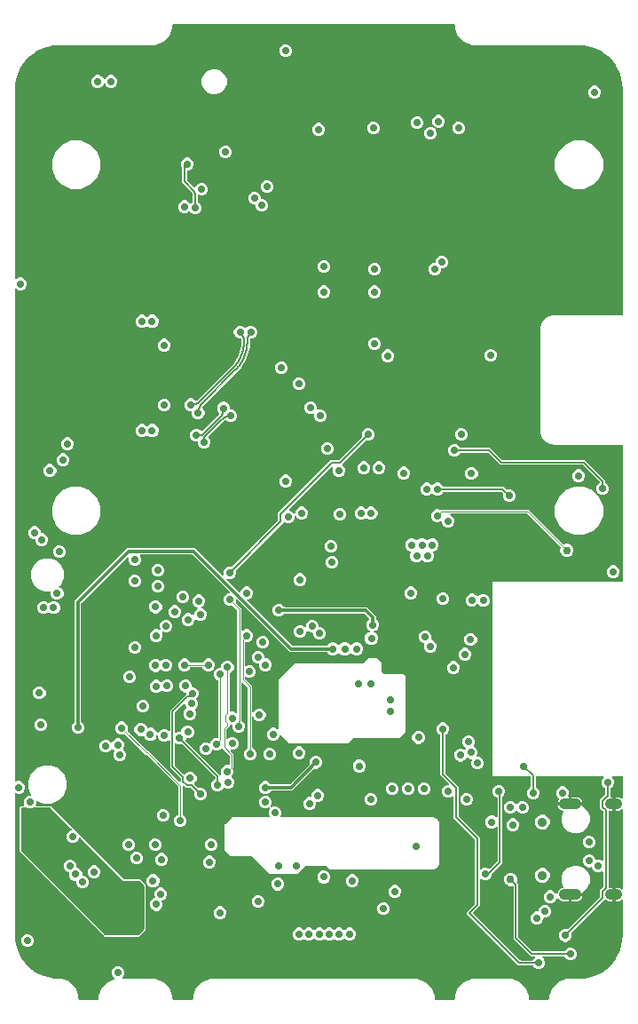
<source format=gbr>
G04 EAGLE Gerber RS-274X export*
G75*
%MOMM*%
%FSLAX34Y34*%
%LPD*%
%INBottom Copper*%
%IPPOS*%
%AMOC8*
5,1,8,0,0,1.08239X$1,22.5*%
G01*
%ADD10C,1.000000*%
%ADD11C,0.908000*%
%ADD12C,0.706400*%
%ADD13C,0.711200*%
%ADD14C,0.304800*%
%ADD15C,0.152400*%
%ADD16C,0.756400*%
%ADD17C,0.889000*%
%ADD18C,0.203200*%
%ADD19C,0.088900*%
%ADD20C,0.190500*%

G36*
X99098Y30164D02*
X99098Y30164D01*
X99117Y30162D01*
X99219Y30184D01*
X99321Y30200D01*
X99338Y30210D01*
X99358Y30214D01*
X99447Y30267D01*
X99538Y30316D01*
X99552Y30330D01*
X99569Y30340D01*
X99636Y30419D01*
X99708Y30494D01*
X99716Y30512D01*
X99729Y30527D01*
X99768Y30623D01*
X99811Y30717D01*
X99813Y30737D01*
X99821Y30755D01*
X99839Y30922D01*
X99839Y34010D01*
X102909Y41420D01*
X108580Y47091D01*
X114408Y49505D01*
X114447Y49530D01*
X114490Y49545D01*
X114551Y49594D01*
X114617Y49635D01*
X114646Y49670D01*
X114682Y49699D01*
X114724Y49765D01*
X114774Y49825D01*
X114790Y49867D01*
X114815Y49906D01*
X114834Y49982D01*
X114862Y50054D01*
X114864Y50100D01*
X114875Y50145D01*
X114869Y50222D01*
X114872Y50300D01*
X114860Y50344D01*
X114856Y50390D01*
X114825Y50461D01*
X114804Y50536D01*
X114778Y50574D01*
X114760Y50616D01*
X114674Y50723D01*
X114664Y50738D01*
X114659Y50741D01*
X114655Y50747D01*
X112962Y52440D01*
X112037Y54672D01*
X112037Y57088D01*
X112962Y59320D01*
X114670Y61028D01*
X116902Y61953D01*
X119318Y61953D01*
X121550Y61028D01*
X123258Y59320D01*
X124183Y57088D01*
X124183Y54672D01*
X123258Y52440D01*
X122278Y51460D01*
X122237Y51402D01*
X122187Y51350D01*
X122165Y51303D01*
X122135Y51261D01*
X122114Y51192D01*
X122084Y51127D01*
X122078Y51075D01*
X122062Y51025D01*
X122064Y50954D01*
X122056Y50883D01*
X122068Y50832D01*
X122069Y50780D01*
X122093Y50712D01*
X122109Y50642D01*
X122135Y50597D01*
X122153Y50549D01*
X122198Y50493D01*
X122235Y50431D01*
X122274Y50397D01*
X122307Y50357D01*
X122367Y50318D01*
X122422Y50271D01*
X122470Y50252D01*
X122514Y50224D01*
X122583Y50206D01*
X122650Y50179D01*
X122721Y50171D01*
X122752Y50163D01*
X122776Y50165D01*
X122817Y50161D01*
X154010Y50161D01*
X161420Y47091D01*
X167091Y41420D01*
X170161Y34010D01*
X170161Y30922D01*
X170164Y30902D01*
X170162Y30883D01*
X170184Y30781D01*
X170200Y30679D01*
X170210Y30662D01*
X170214Y30642D01*
X170267Y30553D01*
X170316Y30462D01*
X170330Y30448D01*
X170340Y30431D01*
X170419Y30364D01*
X170494Y30292D01*
X170512Y30284D01*
X170527Y30271D01*
X170623Y30232D01*
X170717Y30189D01*
X170737Y30187D01*
X170755Y30179D01*
X170922Y30161D01*
X189078Y30161D01*
X189098Y30164D01*
X189117Y30162D01*
X189219Y30184D01*
X189321Y30200D01*
X189338Y30210D01*
X189358Y30214D01*
X189447Y30267D01*
X189538Y30316D01*
X189552Y30330D01*
X189569Y30340D01*
X189636Y30419D01*
X189708Y30494D01*
X189716Y30512D01*
X189729Y30527D01*
X189768Y30623D01*
X189811Y30717D01*
X189813Y30737D01*
X189821Y30755D01*
X189839Y30922D01*
X189839Y34010D01*
X192909Y41420D01*
X198580Y47091D01*
X205990Y50161D01*
X404010Y50161D01*
X411420Y47091D01*
X417091Y41420D01*
X420161Y34010D01*
X420161Y30922D01*
X420164Y30902D01*
X420162Y30883D01*
X420184Y30781D01*
X420200Y30679D01*
X420210Y30662D01*
X420214Y30642D01*
X420267Y30553D01*
X420316Y30462D01*
X420330Y30448D01*
X420340Y30431D01*
X420419Y30364D01*
X420494Y30292D01*
X420512Y30284D01*
X420527Y30271D01*
X420623Y30232D01*
X420717Y30189D01*
X420737Y30187D01*
X420755Y30179D01*
X420922Y30161D01*
X439078Y30161D01*
X439098Y30164D01*
X439117Y30162D01*
X439219Y30184D01*
X439321Y30200D01*
X439338Y30210D01*
X439358Y30214D01*
X439447Y30267D01*
X439538Y30316D01*
X439552Y30330D01*
X439569Y30340D01*
X439636Y30419D01*
X439708Y30494D01*
X439716Y30512D01*
X439729Y30527D01*
X439768Y30623D01*
X439811Y30717D01*
X439813Y30737D01*
X439821Y30755D01*
X439839Y30922D01*
X439839Y34010D01*
X442909Y41420D01*
X448580Y47091D01*
X455990Y50161D01*
X494010Y50161D01*
X501420Y47091D01*
X507091Y41420D01*
X510161Y34010D01*
X510161Y30922D01*
X510164Y30902D01*
X510162Y30883D01*
X510184Y30781D01*
X510200Y30679D01*
X510210Y30662D01*
X510214Y30642D01*
X510267Y30553D01*
X510316Y30462D01*
X510330Y30448D01*
X510340Y30431D01*
X510419Y30364D01*
X510494Y30292D01*
X510512Y30284D01*
X510527Y30271D01*
X510623Y30232D01*
X510717Y30189D01*
X510737Y30187D01*
X510755Y30179D01*
X510922Y30161D01*
X529078Y30161D01*
X529098Y30164D01*
X529117Y30162D01*
X529219Y30184D01*
X529321Y30200D01*
X529338Y30210D01*
X529358Y30214D01*
X529447Y30267D01*
X529538Y30316D01*
X529552Y30330D01*
X529569Y30340D01*
X529636Y30419D01*
X529708Y30494D01*
X529716Y30512D01*
X529729Y30527D01*
X529768Y30623D01*
X529811Y30717D01*
X529813Y30737D01*
X529821Y30755D01*
X529839Y30922D01*
X529839Y34010D01*
X532909Y41420D01*
X538580Y47091D01*
X545990Y50161D01*
X559200Y50161D01*
X559216Y50163D01*
X559243Y50162D01*
X563708Y50413D01*
X563739Y50420D01*
X563834Y50431D01*
X572540Y52418D01*
X572541Y52418D01*
X572543Y52418D01*
X572701Y52474D01*
X580747Y56348D01*
X580748Y56349D01*
X580749Y56350D01*
X580891Y56439D01*
X587873Y62007D01*
X587874Y62008D01*
X587875Y62009D01*
X587993Y62127D01*
X593561Y69109D01*
X593561Y69110D01*
X593563Y69111D01*
X593652Y69253D01*
X597526Y77299D01*
X597526Y77300D01*
X597527Y77301D01*
X597582Y77460D01*
X599569Y86166D01*
X599571Y86198D01*
X599587Y86292D01*
X599838Y90757D01*
X599836Y90774D01*
X599839Y90800D01*
X599839Y124644D01*
X599828Y124715D01*
X599826Y124787D01*
X599808Y124836D01*
X599800Y124887D01*
X599766Y124950D01*
X599741Y125018D01*
X599709Y125058D01*
X599684Y125104D01*
X599632Y125154D01*
X599587Y125210D01*
X599544Y125238D01*
X599506Y125274D01*
X599441Y125304D01*
X599381Y125343D01*
X599330Y125355D01*
X599283Y125377D01*
X599212Y125385D01*
X599142Y125403D01*
X599090Y125399D01*
X599039Y125404D01*
X598968Y125389D01*
X598897Y125383D01*
X598849Y125363D01*
X598798Y125352D01*
X598737Y125315D01*
X598670Y125287D01*
X598615Y125242D01*
X598587Y125226D01*
X598572Y125208D01*
X598564Y125202D01*
X597481Y124478D01*
X596293Y123986D01*
X595033Y123735D01*
X592913Y123735D01*
X592913Y129498D01*
X592910Y129518D01*
X592912Y129537D01*
X592890Y129639D01*
X592873Y129741D01*
X592864Y129758D01*
X592860Y129778D01*
X592807Y129867D01*
X592758Y129958D01*
X592744Y129972D01*
X592734Y129989D01*
X592655Y130056D01*
X592580Y130127D01*
X592562Y130136D01*
X592547Y130149D01*
X592451Y130188D01*
X592357Y130231D01*
X592337Y130233D01*
X592319Y130241D01*
X592152Y130259D01*
X590628Y130259D01*
X590608Y130256D01*
X590589Y130258D01*
X590487Y130236D01*
X590385Y130219D01*
X590368Y130210D01*
X590348Y130206D01*
X590259Y130153D01*
X590168Y130104D01*
X590154Y130090D01*
X590137Y130080D01*
X590070Y130001D01*
X589999Y129926D01*
X589990Y129908D01*
X589977Y129893D01*
X589938Y129797D01*
X589895Y129703D01*
X589893Y129683D01*
X589885Y129665D01*
X589867Y129498D01*
X589867Y123735D01*
X587747Y123735D01*
X586487Y123986D01*
X585299Y124478D01*
X584231Y125192D01*
X583887Y125535D01*
X583871Y125547D01*
X583859Y125563D01*
X583771Y125619D01*
X583688Y125679D01*
X583669Y125685D01*
X583652Y125696D01*
X583551Y125721D01*
X583453Y125751D01*
X583433Y125751D01*
X583413Y125756D01*
X583310Y125748D01*
X583207Y125745D01*
X583188Y125738D01*
X583168Y125736D01*
X583073Y125696D01*
X582976Y125660D01*
X582960Y125648D01*
X582942Y125640D01*
X582811Y125535D01*
X551036Y93761D01*
X550968Y93666D01*
X550898Y93572D01*
X550896Y93566D01*
X550893Y93561D01*
X550858Y93450D01*
X550822Y93338D01*
X550822Y93332D01*
X550820Y93326D01*
X550823Y93209D01*
X550824Y93092D01*
X550826Y93085D01*
X550827Y93080D01*
X550833Y93062D01*
X550871Y92931D01*
X551049Y92502D01*
X551049Y90086D01*
X550124Y87854D01*
X548416Y86146D01*
X546184Y85221D01*
X543768Y85221D01*
X541536Y86146D01*
X539828Y87854D01*
X538903Y90086D01*
X538903Y92502D01*
X539828Y94734D01*
X541536Y96442D01*
X543768Y97367D01*
X546184Y97367D01*
X546613Y97189D01*
X546680Y97173D01*
X546690Y97169D01*
X546703Y97168D01*
X546727Y97162D01*
X546840Y97134D01*
X546847Y97134D01*
X546853Y97133D01*
X546969Y97144D01*
X547086Y97153D01*
X547091Y97155D01*
X547098Y97156D01*
X547205Y97204D01*
X547312Y97249D01*
X547318Y97254D01*
X547322Y97256D01*
X547336Y97268D01*
X547379Y97302D01*
X547385Y97306D01*
X547391Y97312D01*
X547443Y97354D01*
X578086Y127997D01*
X578139Y128071D01*
X578199Y128141D01*
X578211Y128171D01*
X578230Y128197D01*
X578257Y128284D01*
X578291Y128369D01*
X578295Y128410D01*
X578302Y128432D01*
X578301Y128464D01*
X578309Y128535D01*
X578309Y134436D01*
X580904Y137031D01*
X580957Y137105D01*
X581017Y137174D01*
X581029Y137204D01*
X581048Y137230D01*
X581075Y137317D01*
X581109Y137402D01*
X581113Y137443D01*
X581120Y137465D01*
X581119Y137498D01*
X581127Y137569D01*
X581127Y151651D01*
X581120Y151696D01*
X581122Y151742D01*
X581100Y151817D01*
X581088Y151894D01*
X581066Y151934D01*
X581053Y151979D01*
X581009Y152043D01*
X580972Y152111D01*
X580939Y152143D01*
X580913Y152181D01*
X580850Y152227D01*
X580794Y152281D01*
X580752Y152300D01*
X580716Y152327D01*
X580642Y152352D01*
X580571Y152384D01*
X580525Y152389D01*
X580482Y152404D01*
X580404Y152403D01*
X580327Y152411D01*
X580282Y152402D01*
X580236Y152401D01*
X580104Y152363D01*
X580086Y152359D01*
X580082Y152357D01*
X580075Y152354D01*
X577788Y151407D01*
X575372Y151407D01*
X573140Y152332D01*
X571432Y154040D01*
X570584Y156087D01*
X570573Y156104D01*
X570568Y156123D01*
X570509Y156208D01*
X570454Y156296D01*
X570439Y156309D01*
X570427Y156325D01*
X570345Y156387D01*
X570265Y156453D01*
X570246Y156460D01*
X570230Y156472D01*
X570132Y156504D01*
X570035Y156541D01*
X570015Y156542D01*
X569996Y156548D01*
X569893Y156547D01*
X569789Y156552D01*
X569770Y156546D01*
X569750Y156546D01*
X569589Y156499D01*
X569092Y156293D01*
X566676Y156293D01*
X564444Y157218D01*
X562736Y158926D01*
X561811Y161158D01*
X561811Y163574D01*
X562736Y165806D01*
X564444Y167514D01*
X566676Y168439D01*
X569092Y168439D01*
X571324Y167514D01*
X573032Y165806D01*
X573880Y163759D01*
X573891Y163742D01*
X573896Y163723D01*
X573955Y163638D01*
X574010Y163550D01*
X574025Y163537D01*
X574036Y163521D01*
X574119Y163459D01*
X574199Y163393D01*
X574218Y163386D01*
X574234Y163374D01*
X574332Y163342D01*
X574429Y163305D01*
X574449Y163304D01*
X574468Y163298D01*
X574571Y163299D01*
X574675Y163294D01*
X574694Y163300D01*
X574714Y163300D01*
X574875Y163347D01*
X575372Y163553D01*
X577788Y163553D01*
X580075Y162606D01*
X580119Y162595D01*
X580161Y162576D01*
X580238Y162567D01*
X580314Y162549D01*
X580360Y162554D01*
X580405Y162549D01*
X580482Y162565D01*
X580559Y162572D01*
X580601Y162591D01*
X580646Y162601D01*
X580713Y162641D01*
X580784Y162672D01*
X580818Y162704D01*
X580857Y162727D01*
X580908Y162786D01*
X580965Y162839D01*
X580987Y162879D01*
X581017Y162914D01*
X581046Y162986D01*
X581083Y163054D01*
X581092Y163100D01*
X581109Y163142D01*
X581124Y163278D01*
X581127Y163296D01*
X581126Y163301D01*
X581127Y163309D01*
X581127Y209351D01*
X581113Y209441D01*
X581105Y209532D01*
X581093Y209562D01*
X581088Y209594D01*
X581045Y209675D01*
X581009Y209758D01*
X580983Y209791D01*
X580972Y209811D01*
X580949Y209833D01*
X580904Y209889D01*
X578309Y212484D01*
X578309Y220836D01*
X582706Y225233D01*
X582759Y225307D01*
X582819Y225376D01*
X582831Y225406D01*
X582850Y225432D01*
X582877Y225519D01*
X582911Y225604D01*
X582915Y225645D01*
X582922Y225667D01*
X582921Y225700D01*
X582929Y225771D01*
X582929Y231461D01*
X582910Y231575D01*
X582893Y231692D01*
X582891Y231697D01*
X582890Y231703D01*
X582835Y231806D01*
X582782Y231911D01*
X582777Y231915D01*
X582774Y231921D01*
X582690Y232001D01*
X582606Y232083D01*
X582600Y232087D01*
X582596Y232090D01*
X582579Y232098D01*
X582459Y232164D01*
X582030Y232342D01*
X580322Y234050D01*
X579397Y236282D01*
X579397Y238698D01*
X580322Y240930D01*
X581170Y241778D01*
X581211Y241836D01*
X581261Y241888D01*
X581283Y241935D01*
X581313Y241977D01*
X581334Y242046D01*
X581364Y242111D01*
X581370Y242163D01*
X581386Y242213D01*
X581384Y242284D01*
X581392Y242355D01*
X581380Y242406D01*
X581379Y242458D01*
X581355Y242526D01*
X581339Y242596D01*
X581313Y242641D01*
X581295Y242689D01*
X581250Y242745D01*
X581213Y242807D01*
X581174Y242841D01*
X581141Y242881D01*
X581081Y242920D01*
X581026Y242967D01*
X580978Y242986D01*
X580934Y243014D01*
X580865Y243032D01*
X580798Y243059D01*
X580727Y243067D01*
X580696Y243075D01*
X580672Y243073D01*
X580631Y243077D01*
X517584Y243077D01*
X517564Y243074D01*
X517545Y243076D01*
X517443Y243054D01*
X517341Y243038D01*
X517324Y243028D01*
X517304Y243024D01*
X517215Y242971D01*
X517124Y242922D01*
X517110Y242908D01*
X517093Y242898D01*
X517026Y242819D01*
X516954Y242744D01*
X516946Y242726D01*
X516933Y242711D01*
X516894Y242615D01*
X516851Y242521D01*
X516849Y242501D01*
X516841Y242483D01*
X516823Y242316D01*
X516823Y233359D01*
X516842Y233245D01*
X516859Y233128D01*
X516861Y233123D01*
X516862Y233117D01*
X516917Y233014D01*
X516970Y232909D01*
X516975Y232905D01*
X516978Y232899D01*
X517062Y232819D01*
X517146Y232737D01*
X517152Y232733D01*
X517156Y232730D01*
X517173Y232722D01*
X517293Y232656D01*
X517722Y232478D01*
X519430Y230770D01*
X520355Y228538D01*
X520355Y226122D01*
X519430Y223890D01*
X517722Y222182D01*
X515490Y221257D01*
X513074Y221257D01*
X510842Y222182D01*
X509134Y223890D01*
X508209Y226122D01*
X508209Y228538D01*
X509134Y230770D01*
X510842Y232478D01*
X511271Y232656D01*
X511371Y232718D01*
X511471Y232778D01*
X511475Y232782D01*
X511480Y232786D01*
X511555Y232876D01*
X511631Y232964D01*
X511633Y232970D01*
X511637Y232975D01*
X511678Y233082D01*
X511723Y233193D01*
X511724Y233200D01*
X511725Y233205D01*
X511726Y233223D01*
X511741Y233359D01*
X511741Y242316D01*
X511738Y242336D01*
X511740Y242355D01*
X511718Y242457D01*
X511702Y242559D01*
X511692Y242576D01*
X511688Y242596D01*
X511635Y242685D01*
X511586Y242776D01*
X511572Y242790D01*
X511562Y242807D01*
X511483Y242874D01*
X511408Y242946D01*
X511390Y242954D01*
X511375Y242967D01*
X511279Y243006D01*
X511185Y243049D01*
X511165Y243051D01*
X511147Y243059D01*
X510980Y243077D01*
X475934Y243077D01*
X475487Y243524D01*
X475487Y428306D01*
X475934Y428753D01*
X599078Y428753D01*
X599098Y428756D01*
X599117Y428754D01*
X599219Y428776D01*
X599321Y428792D01*
X599338Y428802D01*
X599358Y428806D01*
X599447Y428859D01*
X599538Y428908D01*
X599552Y428922D01*
X599569Y428932D01*
X599636Y429011D01*
X599708Y429086D01*
X599716Y429104D01*
X599729Y429119D01*
X599768Y429215D01*
X599811Y429309D01*
X599813Y429329D01*
X599821Y429347D01*
X599839Y429514D01*
X599839Y558546D01*
X599836Y558566D01*
X599838Y558585D01*
X599816Y558687D01*
X599800Y558789D01*
X599790Y558806D01*
X599786Y558826D01*
X599733Y558915D01*
X599684Y559006D01*
X599670Y559020D01*
X599660Y559037D01*
X599581Y559104D01*
X599506Y559176D01*
X599488Y559184D01*
X599473Y559197D01*
X599377Y559236D01*
X599283Y559279D01*
X599263Y559281D01*
X599245Y559289D01*
X599078Y559307D01*
X535225Y559307D01*
X535167Y559298D01*
X535109Y559298D01*
X535047Y559278D01*
X535020Y559274D01*
X534670Y559304D01*
X534646Y559303D01*
X534603Y559307D01*
X534251Y559307D01*
X534215Y559326D01*
X534119Y559345D01*
X534088Y559354D01*
X534074Y559354D01*
X534051Y559359D01*
X532877Y559461D01*
X532852Y559459D01*
X532827Y559464D01*
X532730Y559450D01*
X532632Y559443D01*
X532611Y559434D01*
X532396Y559492D01*
X532365Y559495D01*
X532266Y559515D01*
X532038Y559535D01*
X532003Y559565D01*
X531979Y559574D01*
X531959Y559590D01*
X531803Y559651D01*
X530593Y559975D01*
X530568Y559977D01*
X530545Y559986D01*
X530446Y559989D01*
X530348Y559999D01*
X530327Y559994D01*
X530125Y560088D01*
X530095Y560097D01*
X530000Y560134D01*
X529780Y560193D01*
X529750Y560229D01*
X529729Y560242D01*
X529712Y560261D01*
X529569Y560348D01*
X528433Y560877D01*
X528409Y560884D01*
X528387Y560897D01*
X528291Y560917D01*
X528196Y560944D01*
X528174Y560943D01*
X527992Y561070D01*
X527963Y561084D01*
X527877Y561137D01*
X527670Y561233D01*
X527647Y561273D01*
X527629Y561290D01*
X527615Y561312D01*
X527489Y561422D01*
X526463Y562141D01*
X526442Y562151D01*
X526427Y562164D01*
X526425Y562165D01*
X526421Y562168D01*
X526330Y562205D01*
X526241Y562248D01*
X526219Y562250D01*
X526062Y562408D01*
X526036Y562426D01*
X525960Y562493D01*
X525773Y562624D01*
X525758Y562668D01*
X525742Y562688D01*
X525732Y562711D01*
X525627Y562842D01*
X524742Y563727D01*
X524721Y563742D01*
X524705Y563762D01*
X524622Y563814D01*
X524542Y563871D01*
X524521Y563878D01*
X524393Y564060D01*
X524371Y564082D01*
X524308Y564162D01*
X524146Y564323D01*
X524139Y564369D01*
X524127Y564391D01*
X524121Y564416D01*
X524041Y564563D01*
X523322Y565589D01*
X523305Y565607D01*
X523292Y565629D01*
X523219Y565694D01*
X523151Y565765D01*
X523131Y565775D01*
X523037Y565977D01*
X523019Y566002D01*
X522970Y566092D01*
X522839Y566279D01*
X522840Y566325D01*
X522832Y566349D01*
X522831Y566374D01*
X522777Y566533D01*
X522248Y567669D01*
X522234Y567689D01*
X522225Y567713D01*
X522165Y567790D01*
X522109Y567872D01*
X522091Y567885D01*
X522034Y568100D01*
X522021Y568129D01*
X521988Y568225D01*
X521892Y568432D01*
X521901Y568477D01*
X521897Y568502D01*
X521900Y568527D01*
X521875Y568693D01*
X521551Y569903D01*
X521540Y569926D01*
X521536Y569951D01*
X521490Y570037D01*
X521449Y570127D01*
X521434Y570144D01*
X521415Y570365D01*
X521407Y570396D01*
X521392Y570496D01*
X521333Y570716D01*
X521349Y570760D01*
X521350Y570785D01*
X521357Y570809D01*
X521361Y570977D01*
X521259Y572151D01*
X521244Y572207D01*
X521240Y572266D01*
X521214Y572326D01*
X521207Y572352D01*
X521207Y572703D01*
X521203Y572727D01*
X521204Y572770D01*
X521174Y573120D01*
X521189Y573158D01*
X521200Y573256D01*
X521206Y573287D01*
X521205Y573302D01*
X521207Y573325D01*
X521207Y668735D01*
X521198Y668793D01*
X521198Y668851D01*
X521178Y668913D01*
X521174Y668940D01*
X521204Y669290D01*
X521203Y669314D01*
X521207Y669357D01*
X521207Y669709D01*
X521226Y669745D01*
X521245Y669841D01*
X521254Y669872D01*
X521254Y669886D01*
X521259Y669909D01*
X521361Y671083D01*
X521359Y671108D01*
X521364Y671133D01*
X521360Y671159D01*
X521362Y671173D01*
X521352Y671217D01*
X521350Y671230D01*
X521343Y671328D01*
X521334Y671349D01*
X521392Y671564D01*
X521395Y671595D01*
X521415Y671695D01*
X521435Y671922D01*
X521465Y671957D01*
X521474Y671981D01*
X521490Y672001D01*
X521551Y672157D01*
X521875Y673367D01*
X521877Y673392D01*
X521886Y673415D01*
X521889Y673514D01*
X521899Y673612D01*
X521894Y673633D01*
X521988Y673835D01*
X521997Y673865D01*
X522034Y673960D01*
X522093Y674180D01*
X522129Y674210D01*
X522142Y674231D01*
X522161Y674248D01*
X522248Y674391D01*
X522777Y675527D01*
X522784Y675551D01*
X522797Y675573D01*
X522817Y675669D01*
X522844Y675764D01*
X522843Y675786D01*
X522970Y675968D01*
X522984Y675997D01*
X523037Y676083D01*
X523133Y676290D01*
X523173Y676313D01*
X523190Y676331D01*
X523212Y676345D01*
X523322Y676471D01*
X524041Y677497D01*
X524052Y677520D01*
X524068Y677539D01*
X524105Y677630D01*
X524148Y677719D01*
X524150Y677741D01*
X524308Y677898D01*
X524326Y677924D01*
X524393Y678000D01*
X524524Y678187D01*
X524568Y678202D01*
X524588Y678218D01*
X524611Y678228D01*
X524742Y678333D01*
X525627Y679218D01*
X525642Y679239D01*
X525662Y679255D01*
X525714Y679338D01*
X525771Y679418D01*
X525778Y679439D01*
X525960Y679567D01*
X525982Y679589D01*
X526062Y679652D01*
X526223Y679814D01*
X526269Y679821D01*
X526291Y679833D01*
X526316Y679839D01*
X526463Y679919D01*
X527489Y680638D01*
X527507Y680655D01*
X527529Y680668D01*
X527594Y680741D01*
X527665Y680809D01*
X527675Y680829D01*
X527877Y680923D01*
X527903Y680941D01*
X527992Y680990D01*
X528179Y681121D01*
X528225Y681120D01*
X528249Y681128D01*
X528274Y681129D01*
X528433Y681183D01*
X529569Y681712D01*
X529589Y681726D01*
X529613Y681735D01*
X529690Y681795D01*
X529772Y681851D01*
X529785Y681869D01*
X530000Y681926D01*
X530029Y681939D01*
X530125Y681972D01*
X530332Y682068D01*
X530377Y682059D01*
X530402Y682063D01*
X530427Y682060D01*
X530593Y682085D01*
X531803Y682409D01*
X531826Y682420D01*
X531851Y682424D01*
X531937Y682470D01*
X532027Y682511D01*
X532044Y682526D01*
X532265Y682545D01*
X532296Y682553D01*
X532396Y682568D01*
X532616Y682627D01*
X532660Y682611D01*
X532685Y682610D01*
X532709Y682603D01*
X532877Y682599D01*
X534051Y682701D01*
X534107Y682716D01*
X534166Y682720D01*
X534226Y682746D01*
X534252Y682753D01*
X534603Y682753D01*
X534627Y682757D01*
X534670Y682756D01*
X535020Y682786D01*
X535058Y682771D01*
X535156Y682760D01*
X535187Y682754D01*
X535202Y682755D01*
X535225Y682753D01*
X599078Y682753D01*
X599098Y682756D01*
X599117Y682754D01*
X599219Y682776D01*
X599321Y682792D01*
X599338Y682802D01*
X599358Y682806D01*
X599447Y682859D01*
X599538Y682908D01*
X599552Y682922D01*
X599569Y682932D01*
X599636Y683011D01*
X599708Y683086D01*
X599716Y683104D01*
X599729Y683119D01*
X599768Y683215D01*
X599811Y683309D01*
X599813Y683329D01*
X599821Y683347D01*
X599839Y683514D01*
X599839Y899200D01*
X599837Y899216D01*
X599838Y899243D01*
X599587Y903708D01*
X599580Y903739D01*
X599569Y903834D01*
X597582Y912540D01*
X597582Y912541D01*
X597582Y912543D01*
X597526Y912701D01*
X593652Y920747D01*
X593651Y920748D01*
X593650Y920749D01*
X593561Y920891D01*
X587993Y927873D01*
X587992Y927874D01*
X587991Y927875D01*
X587873Y927993D01*
X580891Y933561D01*
X580890Y933561D01*
X580889Y933563D01*
X580747Y933652D01*
X572701Y937526D01*
X572700Y937526D01*
X572699Y937527D01*
X572540Y937582D01*
X569337Y938313D01*
X566002Y939075D01*
X563834Y939569D01*
X563802Y939571D01*
X563708Y939587D01*
X559243Y939838D01*
X559226Y939836D01*
X559200Y939839D01*
X455990Y939839D01*
X448580Y942909D01*
X442909Y948580D01*
X439839Y955990D01*
X439839Y959078D01*
X439836Y959098D01*
X439838Y959117D01*
X439816Y959219D01*
X439800Y959321D01*
X439790Y959338D01*
X439786Y959358D01*
X439733Y959447D01*
X439684Y959538D01*
X439670Y959552D01*
X439660Y959569D01*
X439581Y959636D01*
X439506Y959708D01*
X439488Y959716D01*
X439473Y959729D01*
X439377Y959768D01*
X439283Y959811D01*
X439263Y959813D01*
X439245Y959821D01*
X439078Y959839D01*
X170922Y959839D01*
X170902Y959836D01*
X170883Y959838D01*
X170781Y959816D01*
X170679Y959800D01*
X170662Y959790D01*
X170642Y959786D01*
X170553Y959733D01*
X170462Y959684D01*
X170448Y959670D01*
X170431Y959660D01*
X170364Y959581D01*
X170292Y959506D01*
X170284Y959488D01*
X170271Y959473D01*
X170232Y959377D01*
X170189Y959283D01*
X170187Y959263D01*
X170179Y959245D01*
X170161Y959078D01*
X170161Y955990D01*
X167091Y948580D01*
X161420Y942909D01*
X154010Y939839D01*
X60800Y939839D01*
X60784Y939837D01*
X60757Y939838D01*
X56292Y939587D01*
X56261Y939580D01*
X56166Y939569D01*
X47460Y937582D01*
X47459Y937582D01*
X47457Y937582D01*
X47299Y937526D01*
X39253Y933652D01*
X39252Y933651D01*
X39251Y933650D01*
X39109Y933561D01*
X32127Y927993D01*
X32126Y927992D01*
X32125Y927991D01*
X32007Y927873D01*
X26439Y920891D01*
X26439Y920890D01*
X26437Y920889D01*
X26348Y920747D01*
X22474Y912701D01*
X22474Y912700D01*
X22473Y912699D01*
X22418Y912540D01*
X20431Y903834D01*
X20429Y903803D01*
X20413Y903708D01*
X20162Y899243D01*
X20164Y899226D01*
X20161Y899200D01*
X20161Y717657D01*
X20172Y717586D01*
X20174Y717514D01*
X20192Y717465D01*
X20200Y717414D01*
X20234Y717351D01*
X20259Y717283D01*
X20291Y717242D01*
X20316Y717197D01*
X20367Y717147D01*
X20412Y717091D01*
X20456Y717063D01*
X20494Y717027D01*
X20559Y716997D01*
X20619Y716958D01*
X20670Y716945D01*
X20717Y716924D01*
X20788Y716916D01*
X20858Y716898D01*
X20910Y716902D01*
X20961Y716896D01*
X21032Y716912D01*
X21103Y716917D01*
X21151Y716938D01*
X21202Y716949D01*
X21263Y716986D01*
X21329Y717014D01*
X21385Y717058D01*
X21413Y717075D01*
X21428Y717093D01*
X21460Y717118D01*
X21960Y717618D01*
X24192Y718543D01*
X26608Y718543D01*
X28840Y717618D01*
X30548Y715910D01*
X31473Y713678D01*
X31473Y711262D01*
X30548Y709030D01*
X28840Y707322D01*
X26608Y706397D01*
X24192Y706397D01*
X21960Y707322D01*
X21460Y707822D01*
X21402Y707864D01*
X21350Y707913D01*
X21303Y707935D01*
X21261Y707965D01*
X21192Y707986D01*
X21127Y708016D01*
X21075Y708022D01*
X21025Y708038D01*
X20954Y708036D01*
X20883Y708044D01*
X20832Y708032D01*
X20780Y708031D01*
X20712Y708007D01*
X20642Y707991D01*
X20597Y707965D01*
X20549Y707947D01*
X20493Y707902D01*
X20431Y707865D01*
X20397Y707826D01*
X20357Y707793D01*
X20318Y707733D01*
X20271Y707678D01*
X20252Y707630D01*
X20224Y707586D01*
X20206Y707517D01*
X20179Y707450D01*
X20171Y707379D01*
X20163Y707348D01*
X20165Y707324D01*
X20161Y707283D01*
X20161Y238660D01*
X20168Y238614D01*
X20166Y238569D01*
X20188Y238494D01*
X20200Y238417D01*
X20222Y238376D01*
X20235Y238332D01*
X20279Y238268D01*
X20316Y238200D01*
X20349Y238168D01*
X20375Y238130D01*
X20437Y238084D01*
X20494Y238030D01*
X20536Y238011D01*
X20572Y237983D01*
X20646Y237959D01*
X20717Y237927D01*
X20763Y237921D01*
X20806Y237907D01*
X20884Y237908D01*
X20961Y237899D01*
X21006Y237909D01*
X21052Y237910D01*
X21184Y237948D01*
X21202Y237952D01*
X21206Y237954D01*
X21213Y237956D01*
X22484Y238483D01*
X24900Y238483D01*
X27132Y237558D01*
X28840Y235850D01*
X29765Y233618D01*
X29765Y231202D01*
X28840Y228970D01*
X27132Y227262D01*
X24900Y226337D01*
X22484Y226337D01*
X21213Y226864D01*
X21169Y226874D01*
X21127Y226893D01*
X21050Y226902D01*
X20974Y226920D01*
X20928Y226915D01*
X20883Y226921D01*
X20806Y226904D01*
X20729Y226897D01*
X20687Y226878D01*
X20642Y226868D01*
X20575Y226828D01*
X20504Y226797D01*
X20470Y226766D01*
X20431Y226742D01*
X20380Y226683D01*
X20323Y226630D01*
X20301Y226590D01*
X20271Y226555D01*
X20242Y226483D01*
X20205Y226415D01*
X20196Y226370D01*
X20179Y226327D01*
X20164Y226191D01*
X20161Y226173D01*
X20162Y226168D01*
X20161Y226160D01*
X20161Y90800D01*
X20163Y90784D01*
X20162Y90757D01*
X20413Y86292D01*
X20420Y86261D01*
X20431Y86166D01*
X22418Y77460D01*
X22418Y77459D01*
X22418Y77457D01*
X22474Y77299D01*
X26348Y69253D01*
X26349Y69252D01*
X26350Y69251D01*
X26439Y69109D01*
X32007Y62127D01*
X32008Y62126D01*
X32009Y62125D01*
X32127Y62007D01*
X39109Y56439D01*
X39110Y56439D01*
X39111Y56437D01*
X39253Y56348D01*
X47299Y52474D01*
X47300Y52474D01*
X47301Y52473D01*
X47460Y52418D01*
X48170Y52255D01*
X51506Y51494D01*
X54841Y50733D01*
X56166Y50431D01*
X56198Y50429D01*
X56292Y50413D01*
X60757Y50162D01*
X60774Y50164D01*
X60800Y50161D01*
X64651Y50161D01*
X71767Y47213D01*
X77213Y41767D01*
X80161Y34651D01*
X80161Y30922D01*
X80164Y30902D01*
X80162Y30883D01*
X80184Y30781D01*
X80200Y30679D01*
X80210Y30662D01*
X80214Y30642D01*
X80267Y30553D01*
X80316Y30462D01*
X80330Y30448D01*
X80340Y30431D01*
X80419Y30364D01*
X80494Y30292D01*
X80512Y30284D01*
X80527Y30271D01*
X80623Y30232D01*
X80717Y30189D01*
X80737Y30187D01*
X80755Y30179D01*
X80922Y30161D01*
X99078Y30161D01*
X99098Y30164D01*
G37*
%LPC*%
G36*
X176592Y194587D02*
X176592Y194587D01*
X174360Y195512D01*
X172652Y197220D01*
X171727Y199452D01*
X171727Y201868D01*
X172652Y204100D01*
X174360Y205808D01*
X175361Y206223D01*
X175460Y206284D01*
X175560Y206344D01*
X175565Y206349D01*
X175570Y206352D01*
X175644Y206442D01*
X175720Y206531D01*
X175723Y206537D01*
X175727Y206542D01*
X175768Y206650D01*
X175812Y206759D01*
X175813Y206767D01*
X175815Y206771D01*
X175816Y206790D01*
X175831Y206926D01*
X175831Y232875D01*
X175816Y232965D01*
X175809Y233056D01*
X175796Y233086D01*
X175791Y233117D01*
X175748Y233198D01*
X175713Y233282D01*
X175687Y233314D01*
X175676Y233335D01*
X175653Y233357D01*
X175608Y233413D01*
X145617Y263404D01*
X145543Y263457D01*
X145473Y263517D01*
X145443Y263529D01*
X145417Y263548D01*
X145330Y263575D01*
X145245Y263609D01*
X145204Y263613D01*
X145182Y263620D01*
X145150Y263619D01*
X145078Y263627D01*
X144372Y263627D01*
X142995Y265004D01*
X124682Y283317D01*
X124588Y283384D01*
X124494Y283455D01*
X124488Y283457D01*
X124483Y283460D01*
X124371Y283494D01*
X124260Y283531D01*
X124253Y283531D01*
X124248Y283533D01*
X124131Y283530D01*
X124014Y283528D01*
X124007Y283526D01*
X124002Y283526D01*
X123984Y283520D01*
X123853Y283482D01*
X122852Y283067D01*
X120436Y283067D01*
X118204Y283992D01*
X116496Y285700D01*
X115571Y287932D01*
X115571Y290348D01*
X116496Y292580D01*
X118204Y294288D01*
X120436Y295213D01*
X122852Y295213D01*
X125084Y294288D01*
X126792Y292580D01*
X127717Y290348D01*
X127717Y287932D01*
X127302Y286931D01*
X127276Y286818D01*
X127247Y286704D01*
X127247Y286698D01*
X127246Y286692D01*
X127257Y286575D01*
X127266Y286459D01*
X127269Y286453D01*
X127269Y286447D01*
X127317Y286339D01*
X127362Y286233D01*
X127367Y286227D01*
X127369Y286222D01*
X127382Y286208D01*
X127467Y286102D01*
X145780Y267789D01*
X145854Y267736D01*
X145924Y267676D01*
X145954Y267664D01*
X145980Y267645D01*
X146067Y267618D01*
X146152Y267584D01*
X146193Y267580D01*
X146215Y267573D01*
X146247Y267574D01*
X146318Y267566D01*
X147025Y267566D01*
X176725Y237865D01*
X176783Y237824D01*
X176835Y237774D01*
X176883Y237752D01*
X176925Y237722D01*
X176993Y237701D01*
X177059Y237671D01*
X177110Y237665D01*
X177160Y237650D01*
X177232Y237651D01*
X177303Y237643D01*
X177354Y237655D01*
X177406Y237656D01*
X177473Y237681D01*
X177543Y237696D01*
X177588Y237722D01*
X177637Y237740D01*
X177693Y237785D01*
X177754Y237822D01*
X177788Y237861D01*
X177829Y237894D01*
X177868Y237954D01*
X177914Y238009D01*
X177934Y238057D01*
X177962Y238101D01*
X177979Y238170D01*
X178006Y238237D01*
X178014Y238308D01*
X178022Y238339D01*
X178020Y238363D01*
X178025Y238404D01*
X178025Y241336D01*
X178010Y241426D01*
X178003Y241517D01*
X177990Y241547D01*
X177985Y241579D01*
X177942Y241659D01*
X177907Y241743D01*
X177881Y241775D01*
X177870Y241796D01*
X177847Y241818D01*
X177802Y241874D01*
X167893Y251783D01*
X167893Y276909D01*
X167882Y276980D01*
X167880Y277052D01*
X167862Y277101D01*
X167854Y277152D01*
X167820Y277215D01*
X167795Y277283D01*
X167763Y277323D01*
X167738Y277369D01*
X167686Y277419D01*
X167642Y277475D01*
X167598Y277503D01*
X167560Y277539D01*
X167495Y277569D01*
X167435Y277608D01*
X167384Y277621D01*
X167337Y277642D01*
X167266Y277650D01*
X167196Y277668D01*
X167144Y277664D01*
X167093Y277670D01*
X167022Y277654D01*
X166951Y277649D01*
X166903Y277628D01*
X166852Y277617D01*
X166791Y277580D01*
X166725Y277552D01*
X166669Y277508D01*
X166641Y277491D01*
X166626Y277473D01*
X166594Y277448D01*
X166000Y276854D01*
X163768Y275929D01*
X161352Y275929D01*
X159120Y276854D01*
X157412Y278562D01*
X156487Y280794D01*
X156487Y281297D01*
X156472Y281393D01*
X156462Y281490D01*
X156452Y281513D01*
X156448Y281539D01*
X156402Y281625D01*
X156362Y281714D01*
X156345Y281734D01*
X156332Y281757D01*
X156262Y281824D01*
X156196Y281895D01*
X156173Y281908D01*
X156154Y281926D01*
X156066Y281967D01*
X155980Y282014D01*
X155955Y282019D01*
X155931Y282030D01*
X155834Y282040D01*
X155738Y282058D01*
X155712Y282054D01*
X155687Y282057D01*
X155591Y282036D01*
X155495Y282022D01*
X155472Y282010D01*
X155446Y282004D01*
X155363Y281955D01*
X155276Y281910D01*
X155257Y281892D01*
X155235Y281878D01*
X155172Y281804D01*
X155104Y281735D01*
X155088Y281706D01*
X155075Y281691D01*
X155063Y281661D01*
X155023Y281588D01*
X154295Y279832D01*
X152587Y278124D01*
X150355Y277199D01*
X147939Y277199D01*
X145707Y278124D01*
X143999Y279832D01*
X143259Y281620D01*
X143248Y281637D01*
X143243Y281656D01*
X143184Y281741D01*
X143129Y281829D01*
X143114Y281842D01*
X143102Y281858D01*
X143020Y281919D01*
X142939Y281986D01*
X142921Y281993D01*
X142905Y282005D01*
X142806Y282037D01*
X142710Y282074D01*
X142690Y282075D01*
X142671Y282081D01*
X142567Y282080D01*
X142464Y282084D01*
X142445Y282079D01*
X142425Y282078D01*
X142264Y282032D01*
X141140Y281566D01*
X138724Y281566D01*
X136492Y282491D01*
X134784Y284199D01*
X133859Y286431D01*
X133859Y288847D01*
X134784Y291079D01*
X136492Y292787D01*
X138724Y293712D01*
X141140Y293712D01*
X143372Y292787D01*
X145080Y291079D01*
X145821Y289291D01*
X145831Y289274D01*
X145837Y289255D01*
X145896Y289170D01*
X145950Y289082D01*
X145966Y289069D01*
X145977Y289053D01*
X146060Y288992D01*
X146140Y288925D01*
X146158Y288918D01*
X146174Y288906D01*
X146273Y288874D01*
X146369Y288837D01*
X146389Y288836D01*
X146408Y288830D01*
X146512Y288831D01*
X146615Y288827D01*
X146634Y288832D01*
X146654Y288832D01*
X146815Y288879D01*
X147939Y289345D01*
X150355Y289345D01*
X152587Y288420D01*
X154295Y286712D01*
X155220Y284480D01*
X155220Y283977D01*
X155236Y283881D01*
X155245Y283784D01*
X155256Y283761D01*
X155260Y283735D01*
X155305Y283649D01*
X155345Y283560D01*
X155363Y283540D01*
X155375Y283517D01*
X155445Y283450D01*
X155511Y283379D01*
X155534Y283366D01*
X155553Y283348D01*
X155641Y283307D01*
X155727Y283260D01*
X155753Y283255D01*
X155776Y283244D01*
X155873Y283234D01*
X155969Y283216D01*
X155995Y283220D01*
X156021Y283217D01*
X156116Y283238D01*
X156212Y283252D01*
X156235Y283264D01*
X156261Y283270D01*
X156345Y283319D01*
X156431Y283364D01*
X156450Y283382D01*
X156472Y283396D01*
X156535Y283470D01*
X156604Y283539D01*
X156619Y283568D01*
X156632Y283583D01*
X156644Y283613D01*
X156685Y283686D01*
X157412Y285442D01*
X159120Y287150D01*
X161352Y288075D01*
X163768Y288075D01*
X166000Y287150D01*
X166594Y286556D01*
X166652Y286514D01*
X166704Y286465D01*
X166751Y286443D01*
X166793Y286413D01*
X166862Y286392D01*
X166927Y286362D01*
X166979Y286356D01*
X167029Y286340D01*
X167100Y286342D01*
X167171Y286334D01*
X167222Y286346D01*
X167274Y286347D01*
X167342Y286371D01*
X167412Y286387D01*
X167457Y286413D01*
X167505Y286431D01*
X167561Y286476D01*
X167623Y286513D01*
X167657Y286552D01*
X167697Y286585D01*
X167736Y286645D01*
X167783Y286700D01*
X167802Y286748D01*
X167830Y286792D01*
X167848Y286861D01*
X167875Y286928D01*
X167883Y286999D01*
X167891Y287030D01*
X167889Y287054D01*
X167893Y287095D01*
X167893Y306084D01*
X183061Y321252D01*
X183114Y321326D01*
X183174Y321395D01*
X183186Y321426D01*
X183205Y321452D01*
X183232Y321539D01*
X183266Y321624D01*
X183270Y321664D01*
X183277Y321687D01*
X183276Y321719D01*
X183284Y321790D01*
X183284Y322350D01*
X183281Y322370D01*
X183283Y322389D01*
X183261Y322491D01*
X183245Y322593D01*
X183235Y322610D01*
X183231Y322630D01*
X183178Y322719D01*
X183129Y322810D01*
X183115Y322824D01*
X183105Y322841D01*
X183026Y322908D01*
X182951Y322980D01*
X182933Y322988D01*
X182918Y323001D01*
X182822Y323040D01*
X182728Y323083D01*
X182708Y323085D01*
X182690Y323093D01*
X182523Y323111D01*
X181672Y323111D01*
X179440Y324036D01*
X177732Y325744D01*
X176807Y327976D01*
X176807Y330392D01*
X177732Y332624D01*
X179440Y334332D01*
X181672Y335257D01*
X184088Y335257D01*
X186320Y334332D01*
X188028Y332624D01*
X188953Y330392D01*
X188953Y328906D01*
X188956Y328886D01*
X188954Y328867D01*
X188976Y328765D01*
X188992Y328663D01*
X189002Y328646D01*
X189006Y328626D01*
X189059Y328537D01*
X189108Y328446D01*
X189122Y328432D01*
X189132Y328415D01*
X189211Y328348D01*
X189286Y328276D01*
X189304Y328268D01*
X189319Y328255D01*
X189415Y328216D01*
X189509Y328173D01*
X189529Y328171D01*
X189547Y328163D01*
X189714Y328145D01*
X190565Y328145D01*
X192797Y327220D01*
X194505Y325512D01*
X195430Y323280D01*
X195430Y320864D01*
X194505Y318632D01*
X193114Y317241D01*
X193103Y317225D01*
X193087Y317213D01*
X193031Y317125D01*
X192971Y317042D01*
X192965Y317023D01*
X192954Y317006D01*
X192929Y316905D01*
X192899Y316806D01*
X192899Y316786D01*
X192894Y316767D01*
X192902Y316664D01*
X192905Y316561D01*
X192912Y316542D01*
X192913Y316522D01*
X192954Y316427D01*
X192989Y316330D01*
X193002Y316314D01*
X193010Y316296D01*
X193114Y316165D01*
X193419Y315860D01*
X194344Y313628D01*
X194344Y311212D01*
X193419Y308980D01*
X191805Y307366D01*
X191793Y307350D01*
X191778Y307337D01*
X191722Y307250D01*
X191661Y307166D01*
X191656Y307147D01*
X191645Y307130D01*
X191619Y307030D01*
X191589Y306931D01*
X191590Y306911D01*
X191585Y306892D01*
X191593Y306789D01*
X191595Y306685D01*
X191602Y306666D01*
X191604Y306647D01*
X191644Y306552D01*
X191680Y306454D01*
X191692Y306438D01*
X191700Y306420D01*
X191805Y306289D01*
X191838Y306256D01*
X192763Y304024D01*
X192763Y301608D01*
X191838Y299376D01*
X190130Y297668D01*
X187898Y296743D01*
X185482Y296743D01*
X183250Y297668D01*
X181542Y299376D01*
X180617Y301608D01*
X180617Y304024D01*
X181542Y306256D01*
X183156Y307870D01*
X183168Y307886D01*
X183183Y307899D01*
X183239Y307986D01*
X183300Y308070D01*
X183305Y308089D01*
X183316Y308106D01*
X183342Y308206D01*
X183372Y308305D01*
X183371Y308325D01*
X183376Y308344D01*
X183368Y308447D01*
X183366Y308551D01*
X183359Y308570D01*
X183357Y308590D01*
X183317Y308685D01*
X183281Y308782D01*
X183269Y308798D01*
X183261Y308816D01*
X183156Y308947D01*
X183123Y308980D01*
X182198Y311212D01*
X182198Y312083D01*
X182187Y312154D01*
X182185Y312226D01*
X182167Y312275D01*
X182159Y312326D01*
X182125Y312389D01*
X182100Y312457D01*
X182068Y312497D01*
X182043Y312543D01*
X181991Y312593D01*
X181947Y312649D01*
X181903Y312677D01*
X181865Y312713D01*
X181800Y312743D01*
X181740Y312782D01*
X181689Y312794D01*
X181642Y312816D01*
X181571Y312824D01*
X181501Y312842D01*
X181449Y312838D01*
X181398Y312844D01*
X181327Y312828D01*
X181256Y312823D01*
X181208Y312802D01*
X181157Y312791D01*
X181096Y312754D01*
X181030Y312726D01*
X180974Y312682D01*
X180946Y312665D01*
X180931Y312647D01*
X180899Y312622D01*
X172690Y304413D01*
X172637Y304339D01*
X172577Y304269D01*
X172565Y304239D01*
X172546Y304213D01*
X172519Y304126D01*
X172485Y304041D01*
X172481Y304000D01*
X172474Y303978D01*
X172475Y303946D01*
X172467Y303874D01*
X172467Y285360D01*
X172474Y285315D01*
X172472Y285269D01*
X172494Y285194D01*
X172506Y285117D01*
X172528Y285077D01*
X172541Y285032D01*
X172585Y284968D01*
X172622Y284900D01*
X172655Y284868D01*
X172681Y284830D01*
X172743Y284784D01*
X172800Y284730D01*
X172842Y284711D01*
X172878Y284684D01*
X172952Y284660D01*
X173023Y284627D01*
X173069Y284622D01*
X173112Y284607D01*
X173190Y284608D01*
X173267Y284600D01*
X173312Y284609D01*
X173358Y284610D01*
X173490Y284648D01*
X173508Y284652D01*
X173512Y284654D01*
X173519Y284657D01*
X175830Y285614D01*
X177951Y285614D01*
X177971Y285617D01*
X177990Y285615D01*
X178092Y285637D01*
X178194Y285653D01*
X178211Y285663D01*
X178231Y285667D01*
X178320Y285720D01*
X178411Y285769D01*
X178425Y285783D01*
X178442Y285793D01*
X178509Y285872D01*
X178581Y285947D01*
X178589Y285965D01*
X178602Y285980D01*
X178641Y286076D01*
X178684Y286170D01*
X178686Y286190D01*
X178694Y286208D01*
X178712Y286375D01*
X178712Y286450D01*
X179637Y288682D01*
X181345Y290390D01*
X183577Y291315D01*
X185993Y291315D01*
X188225Y290390D01*
X189933Y288682D01*
X190858Y286450D01*
X190858Y284034D01*
X189933Y281802D01*
X188225Y280094D01*
X185993Y279169D01*
X183872Y279169D01*
X183852Y279166D01*
X183833Y279168D01*
X183731Y279146D01*
X183629Y279130D01*
X183612Y279120D01*
X183592Y279116D01*
X183503Y279063D01*
X183412Y279014D01*
X183398Y279000D01*
X183381Y278990D01*
X183314Y278911D01*
X183242Y278836D01*
X183234Y278818D01*
X183221Y278803D01*
X183182Y278707D01*
X183139Y278613D01*
X183137Y278593D01*
X183129Y278575D01*
X183111Y278408D01*
X183111Y278333D01*
X182828Y277650D01*
X182801Y277536D01*
X182772Y277423D01*
X182773Y277416D01*
X182772Y277410D01*
X182783Y277294D01*
X182792Y277177D01*
X182794Y277172D01*
X182795Y277165D01*
X182842Y277058D01*
X182888Y276951D01*
X182893Y276945D01*
X182895Y276941D01*
X182907Y276927D01*
X182993Y276820D01*
X214084Y245729D01*
X215456Y244357D01*
X215535Y244300D01*
X215610Y244238D01*
X215634Y244229D01*
X215655Y244214D01*
X215748Y244185D01*
X215839Y244150D01*
X215865Y244149D01*
X215890Y244141D01*
X215988Y244144D01*
X216085Y244140D01*
X216110Y244147D01*
X216136Y244148D01*
X216228Y244181D01*
X216321Y244208D01*
X216343Y244223D01*
X216367Y244232D01*
X216443Y244293D01*
X216523Y244349D01*
X216539Y244370D01*
X216559Y244386D01*
X216612Y244468D01*
X216670Y244546D01*
X216678Y244571D01*
X216692Y244593D01*
X216716Y244687D01*
X216746Y244780D01*
X216746Y244806D01*
X216752Y244831D01*
X216745Y244928D01*
X216744Y245026D01*
X216735Y245057D01*
X216733Y245077D01*
X216720Y245107D01*
X216697Y245187D01*
X216177Y246442D01*
X216177Y248858D01*
X217102Y251090D01*
X218810Y252798D01*
X221042Y253723D01*
X223458Y253723D01*
X223546Y253686D01*
X223591Y253676D01*
X223633Y253656D01*
X223710Y253648D01*
X223786Y253630D01*
X223831Y253634D01*
X223877Y253629D01*
X223953Y253646D01*
X224031Y253653D01*
X224072Y253672D01*
X224117Y253682D01*
X224184Y253721D01*
X224255Y253753D01*
X224289Y253784D01*
X224328Y253808D01*
X224379Y253867D01*
X224436Y253920D01*
X224458Y253960D01*
X224488Y253995D01*
X224518Y254067D01*
X224555Y254135D01*
X224563Y254180D01*
X224580Y254223D01*
X224595Y254359D01*
X224599Y254377D01*
X224598Y254382D01*
X224599Y254389D01*
X224599Y262521D01*
X224584Y262611D01*
X224577Y262702D01*
X224564Y262732D01*
X224559Y262764D01*
X224516Y262844D01*
X224481Y262928D01*
X224455Y262960D01*
X224444Y262981D01*
X224421Y263003D01*
X224376Y263059D01*
X217689Y269746D01*
X217673Y269758D01*
X217660Y269773D01*
X217590Y269819D01*
X217560Y269844D01*
X217543Y269851D01*
X217489Y269890D01*
X217470Y269896D01*
X217453Y269906D01*
X217353Y269932D01*
X217254Y269962D01*
X217234Y269962D01*
X217215Y269966D01*
X217112Y269958D01*
X217008Y269956D01*
X216989Y269949D01*
X216970Y269947D01*
X216875Y269907D01*
X216777Y269871D01*
X216762Y269859D01*
X216743Y269851D01*
X216686Y269805D01*
X216676Y269800D01*
X216665Y269789D01*
X216612Y269746D01*
X215530Y268664D01*
X213298Y267739D01*
X210882Y267739D01*
X209046Y268500D01*
X209027Y268504D01*
X209010Y268514D01*
X208908Y268532D01*
X208807Y268556D01*
X208787Y268554D01*
X208767Y268558D01*
X208665Y268542D01*
X208562Y268533D01*
X208544Y268525D01*
X208524Y268522D01*
X208432Y268475D01*
X208337Y268433D01*
X208323Y268419D01*
X208305Y268410D01*
X208232Y268336D01*
X208156Y268266D01*
X208147Y268249D01*
X208133Y268235D01*
X208052Y268088D01*
X207099Y265786D01*
X205384Y264071D01*
X203143Y263143D01*
X200717Y263143D01*
X198476Y264071D01*
X196761Y265786D01*
X195833Y268027D01*
X195833Y270453D01*
X196761Y272694D01*
X198476Y274409D01*
X200717Y275337D01*
X203143Y275337D01*
X205005Y274565D01*
X205024Y274561D01*
X205042Y274551D01*
X205089Y274543D01*
X205094Y274540D01*
X205112Y274538D01*
X205144Y274533D01*
X205244Y274509D01*
X205264Y274511D01*
X205284Y274507D01*
X205386Y274523D01*
X205489Y274532D01*
X205508Y274540D01*
X205527Y274543D01*
X205620Y274590D01*
X205714Y274632D01*
X205729Y274646D01*
X205747Y274655D01*
X205819Y274729D01*
X205895Y274799D01*
X205905Y274816D01*
X205919Y274830D01*
X206000Y274977D01*
X206942Y277252D01*
X208650Y278960D01*
X210882Y279885D01*
X213170Y279885D01*
X213189Y279888D01*
X213209Y279886D01*
X213310Y279908D01*
X213412Y279924D01*
X213430Y279934D01*
X213449Y279938D01*
X213538Y279991D01*
X213630Y280040D01*
X213643Y280054D01*
X213660Y280064D01*
X213728Y280143D01*
X213799Y280218D01*
X213807Y280236D01*
X213820Y280251D01*
X213859Y280347D01*
X213903Y280441D01*
X213905Y280461D01*
X213912Y280479D01*
X213931Y280646D01*
X213931Y334094D01*
X213912Y334209D01*
X213895Y334325D01*
X213892Y334331D01*
X213891Y334337D01*
X213837Y334439D01*
X213783Y334544D01*
X213779Y334549D01*
X213776Y334554D01*
X213692Y334634D01*
X213608Y334716D01*
X213601Y334720D01*
X213598Y334723D01*
X213581Y334731D01*
X213461Y334797D01*
X212460Y335212D01*
X210752Y336920D01*
X209827Y339152D01*
X209827Y341568D01*
X210752Y343800D01*
X212460Y345508D01*
X214692Y346433D01*
X215857Y346433D01*
X215877Y346436D01*
X215897Y346434D01*
X215998Y346456D01*
X216100Y346472D01*
X216117Y346482D01*
X216137Y346486D01*
X216226Y346539D01*
X216317Y346588D01*
X216331Y346602D01*
X216348Y346612D01*
X216415Y346691D01*
X216487Y346766D01*
X216495Y346784D01*
X216508Y346799D01*
X216547Y346895D01*
X216590Y346989D01*
X216592Y347009D01*
X216600Y347027D01*
X216618Y347194D01*
X216618Y348359D01*
X217543Y350591D01*
X219251Y352299D01*
X221483Y353224D01*
X223899Y353224D01*
X226131Y352299D01*
X227839Y350591D01*
X228764Y348359D01*
X228764Y345943D01*
X227839Y343711D01*
X226131Y342003D01*
X225130Y341588D01*
X225031Y341527D01*
X224931Y341467D01*
X224927Y341462D01*
X224921Y341459D01*
X224847Y341369D01*
X224771Y341280D01*
X224768Y341274D01*
X224764Y341269D01*
X224723Y341161D01*
X224679Y341052D01*
X224678Y341044D01*
X224676Y341040D01*
X224675Y341021D01*
X224660Y340885D01*
X224660Y305083D01*
X224668Y305037D01*
X224666Y304991D01*
X224687Y304916D01*
X224700Y304840D01*
X224721Y304799D01*
X224734Y304755D01*
X224779Y304691D01*
X224815Y304622D01*
X224848Y304591D01*
X224875Y304553D01*
X224937Y304507D01*
X224993Y304453D01*
X225035Y304434D01*
X225072Y304406D01*
X225146Y304382D01*
X225217Y304349D01*
X225262Y304344D01*
X225306Y304330D01*
X225384Y304331D01*
X225461Y304322D01*
X225506Y304332D01*
X225552Y304332D01*
X225683Y304371D01*
X225701Y304375D01*
X225706Y304377D01*
X225713Y304379D01*
X226117Y304547D01*
X228543Y304547D01*
X230849Y303592D01*
X230893Y303581D01*
X230935Y303562D01*
X231012Y303553D01*
X231088Y303535D01*
X231134Y303540D01*
X231179Y303535D01*
X231256Y303551D01*
X231333Y303558D01*
X231375Y303577D01*
X231420Y303587D01*
X231487Y303627D01*
X231558Y303658D01*
X231592Y303690D01*
X231631Y303713D01*
X231682Y303772D01*
X231739Y303825D01*
X231761Y303865D01*
X231791Y303900D01*
X231820Y303972D01*
X231857Y304040D01*
X231866Y304086D01*
X231883Y304128D01*
X231898Y304264D01*
X231901Y304282D01*
X231900Y304287D01*
X231901Y304295D01*
X231901Y401268D01*
X231887Y401359D01*
X231879Y401449D01*
X231867Y401479D01*
X231862Y401511D01*
X231819Y401592D01*
X231783Y401676D01*
X231757Y401708D01*
X231746Y401729D01*
X231723Y401751D01*
X231678Y401807D01*
X227828Y405657D01*
X227734Y405725D01*
X227640Y405795D01*
X227634Y405797D01*
X227629Y405800D01*
X227517Y405835D01*
X227406Y405871D01*
X227399Y405871D01*
X227393Y405873D01*
X227277Y405870D01*
X227160Y405869D01*
X227153Y405866D01*
X227148Y405866D01*
X227130Y405860D01*
X226999Y405822D01*
X225998Y405407D01*
X223582Y405407D01*
X221350Y406332D01*
X219642Y408040D01*
X218717Y410272D01*
X218717Y412688D01*
X219642Y414920D01*
X221350Y416628D01*
X223582Y417553D01*
X223998Y417553D01*
X224069Y417564D01*
X224140Y417566D01*
X224189Y417584D01*
X224241Y417592D01*
X224304Y417626D01*
X224371Y417651D01*
X224412Y417683D01*
X224458Y417708D01*
X224507Y417760D01*
X224563Y417804D01*
X224592Y417848D01*
X224627Y417886D01*
X224658Y417951D01*
X224696Y418011D01*
X224709Y418062D01*
X224731Y418109D01*
X224739Y418180D01*
X224756Y418250D01*
X224752Y418302D01*
X224758Y418353D01*
X224743Y418424D01*
X224737Y418495D01*
X224717Y418543D01*
X224706Y418594D01*
X224669Y418655D01*
X224641Y418721D01*
X224596Y418777D01*
X224580Y418805D01*
X224562Y418820D01*
X224536Y418852D01*
X189079Y454309D01*
X189005Y454362D01*
X188936Y454422D01*
X188906Y454434D01*
X188879Y454453D01*
X188792Y454480D01*
X188708Y454514D01*
X188667Y454518D01*
X188644Y454525D01*
X188612Y454524D01*
X188541Y454532D01*
X139967Y454532D01*
X139896Y454521D01*
X139824Y454519D01*
X139775Y454501D01*
X139724Y454493D01*
X139661Y454459D01*
X139593Y454434D01*
X139553Y454402D01*
X139507Y454377D01*
X139457Y454326D01*
X139401Y454281D01*
X139373Y454237D01*
X139337Y454199D01*
X139307Y454134D01*
X139268Y454074D01*
X139255Y454023D01*
X139234Y453976D01*
X139226Y453905D01*
X139208Y453835D01*
X139212Y453783D01*
X139206Y453732D01*
X139222Y453661D01*
X139227Y453590D01*
X139248Y453542D01*
X139259Y453491D01*
X139296Y453430D01*
X139324Y453364D01*
X139368Y453308D01*
X139385Y453280D01*
X139403Y453265D01*
X139428Y453233D01*
X139641Y453020D01*
X140566Y450788D01*
X140566Y448372D01*
X139641Y446140D01*
X137933Y444432D01*
X135701Y443507D01*
X133285Y443507D01*
X131053Y444432D01*
X129345Y446140D01*
X128420Y448372D01*
X128420Y450788D01*
X128817Y451745D01*
X128839Y451840D01*
X128868Y451933D01*
X128867Y451959D01*
X128873Y451984D01*
X128864Y452081D01*
X128861Y452179D01*
X128852Y452203D01*
X128850Y452229D01*
X128810Y452318D01*
X128777Y452410D01*
X128760Y452430D01*
X128750Y452454D01*
X128684Y452526D01*
X128623Y452602D01*
X128601Y452616D01*
X128583Y452635D01*
X128498Y452682D01*
X128416Y452735D01*
X128391Y452741D01*
X128368Y452754D01*
X128272Y452771D01*
X128178Y452795D01*
X128152Y452793D01*
X128126Y452797D01*
X128029Y452783D01*
X127932Y452776D01*
X127908Y452765D01*
X127882Y452762D01*
X127795Y452717D01*
X127706Y452679D01*
X127681Y452659D01*
X127663Y452650D01*
X127640Y452626D01*
X127575Y452575D01*
X83282Y408281D01*
X83234Y408214D01*
X83190Y408169D01*
X83184Y408155D01*
X83169Y408138D01*
X83157Y408108D01*
X83138Y408081D01*
X83115Y408007D01*
X83087Y407946D01*
X83085Y407929D01*
X83077Y407910D01*
X83073Y407869D01*
X83066Y407846D01*
X83067Y407814D01*
X83059Y407743D01*
X83059Y295379D01*
X83078Y295263D01*
X83095Y295148D01*
X83097Y295142D01*
X83098Y295136D01*
X83153Y295033D01*
X83206Y294929D01*
X83211Y294924D01*
X83214Y294919D01*
X83298Y294838D01*
X83382Y294756D01*
X83388Y294753D01*
X83392Y294749D01*
X83409Y294742D01*
X83426Y294732D01*
X85158Y293000D01*
X86083Y290768D01*
X86083Y288352D01*
X85158Y286120D01*
X83450Y284412D01*
X81218Y283487D01*
X78802Y283487D01*
X76570Y284412D01*
X74862Y286120D01*
X73937Y288352D01*
X73937Y290768D01*
X74862Y293000D01*
X76611Y294750D01*
X76691Y294797D01*
X76695Y294802D01*
X76700Y294805D01*
X76775Y294895D01*
X76851Y294984D01*
X76853Y294990D01*
X76857Y294995D01*
X76899Y295103D01*
X76943Y295212D01*
X76944Y295220D01*
X76945Y295224D01*
X76946Y295242D01*
X76961Y295379D01*
X76961Y410584D01*
X127007Y460630D01*
X191382Y460630D01*
X193391Y458621D01*
X217858Y434154D01*
X217937Y434097D01*
X218012Y434035D01*
X218036Y434025D01*
X218058Y434010D01*
X218151Y433981D01*
X218242Y433947D01*
X218268Y433945D01*
X218293Y433938D01*
X218390Y433940D01*
X218487Y433936D01*
X218512Y433943D01*
X218539Y433944D01*
X218630Y433978D01*
X218724Y434005D01*
X218745Y434020D01*
X218770Y434029D01*
X218846Y434089D01*
X218926Y434145D01*
X218941Y434166D01*
X218962Y434182D01*
X219014Y434264D01*
X219072Y434342D01*
X219081Y434367D01*
X219095Y434389D01*
X219118Y434484D01*
X219149Y434576D01*
X219148Y434602D01*
X219155Y434628D01*
X219147Y434725D01*
X219146Y434822D01*
X219137Y434854D01*
X219136Y434873D01*
X219123Y434903D01*
X219100Y434983D01*
X218717Y435906D01*
X218717Y438322D01*
X219642Y440554D01*
X221350Y442262D01*
X223582Y443187D01*
X225998Y443187D01*
X226427Y443009D01*
X226541Y442982D01*
X226654Y442954D01*
X226661Y442954D01*
X226667Y442953D01*
X226783Y442964D01*
X226900Y442973D01*
X226905Y442975D01*
X226912Y442976D01*
X227019Y443024D01*
X227126Y443069D01*
X227132Y443074D01*
X227136Y443076D01*
X227150Y443089D01*
X227257Y443174D01*
X270818Y486735D01*
X270871Y486809D01*
X270931Y486879D01*
X270943Y486909D01*
X270962Y486935D01*
X270989Y487022D01*
X271023Y487107D01*
X271027Y487148D01*
X271034Y487170D01*
X271033Y487202D01*
X271041Y487274D01*
X271041Y494208D01*
X321132Y544299D01*
X328300Y544299D01*
X328390Y544313D01*
X328481Y544321D01*
X328511Y544333D01*
X328543Y544338D01*
X328624Y544381D01*
X328708Y544417D01*
X328740Y544443D01*
X328760Y544454D01*
X328783Y544477D01*
X328839Y544522D01*
X350810Y566493D01*
X350878Y566588D01*
X350948Y566682D01*
X350950Y566688D01*
X350954Y566693D01*
X350988Y566804D01*
X351024Y566916D01*
X351024Y566922D01*
X351026Y566928D01*
X351023Y567045D01*
X351022Y567162D01*
X351020Y567169D01*
X351020Y567174D01*
X351013Y567191D01*
X350975Y567323D01*
X350797Y567752D01*
X350797Y570168D01*
X351722Y572400D01*
X353430Y574108D01*
X355662Y575033D01*
X358078Y575033D01*
X360310Y574108D01*
X362018Y572400D01*
X362943Y570168D01*
X362943Y567752D01*
X362018Y565520D01*
X360310Y563812D01*
X358078Y562887D01*
X355662Y562887D01*
X355233Y563065D01*
X355119Y563092D01*
X355006Y563120D01*
X354999Y563120D01*
X354993Y563121D01*
X354877Y563110D01*
X354760Y563101D01*
X354755Y563099D01*
X354748Y563098D01*
X354641Y563050D01*
X354534Y563005D01*
X354528Y563000D01*
X354524Y562998D01*
X354510Y562985D01*
X354403Y562900D01*
X332432Y540929D01*
X332384Y540881D01*
X332372Y540865D01*
X332357Y540852D01*
X332301Y540765D01*
X332240Y540681D01*
X332235Y540662D01*
X332224Y540645D01*
X332199Y540545D01*
X332168Y540446D01*
X332169Y540426D01*
X332164Y540407D01*
X332172Y540304D01*
X332174Y540200D01*
X332181Y540181D01*
X332183Y540162D01*
X332223Y540066D01*
X332259Y539969D01*
X332271Y539954D01*
X332279Y539935D01*
X332384Y539804D01*
X334078Y538110D01*
X335003Y535878D01*
X335003Y533462D01*
X334078Y531230D01*
X332370Y529522D01*
X330138Y528597D01*
X327722Y528597D01*
X325490Y529522D01*
X323782Y531230D01*
X322857Y533462D01*
X322857Y535878D01*
X323486Y537396D01*
X323508Y537491D01*
X323537Y537583D01*
X323536Y537610D01*
X323542Y537635D01*
X323533Y537732D01*
X323530Y537829D01*
X323521Y537854D01*
X323519Y537880D01*
X323479Y537969D01*
X323446Y538060D01*
X323430Y538081D01*
X323419Y538105D01*
X323353Y538176D01*
X323292Y538252D01*
X323270Y538266D01*
X323253Y538286D01*
X323167Y538333D01*
X323085Y538385D01*
X323060Y538392D01*
X323037Y538404D01*
X322941Y538422D01*
X322847Y538445D01*
X322821Y538443D01*
X322795Y538448D01*
X322699Y538434D01*
X322602Y538426D01*
X322578Y538416D01*
X322552Y538412D01*
X322465Y538368D01*
X322375Y538330D01*
X322350Y538310D01*
X322332Y538301D01*
X322309Y538277D01*
X322244Y538225D01*
X281576Y497557D01*
X281549Y497520D01*
X281516Y497489D01*
X281478Y497420D01*
X281433Y497357D01*
X281419Y497314D01*
X281397Y497273D01*
X281383Y497196D01*
X281360Y497122D01*
X281361Y497076D01*
X281353Y497031D01*
X281365Y496954D01*
X281367Y496876D01*
X281382Y496833D01*
X281389Y496788D01*
X281424Y496718D01*
X281451Y496645D01*
X281480Y496609D01*
X281501Y496569D01*
X281556Y496514D01*
X281605Y496453D01*
X281643Y496428D01*
X281676Y496396D01*
X281796Y496330D01*
X281812Y496320D01*
X281817Y496319D01*
X281823Y496315D01*
X284110Y495368D01*
X285818Y493660D01*
X285833Y493625D01*
X285884Y493542D01*
X285930Y493456D01*
X285948Y493438D01*
X285962Y493416D01*
X286037Y493354D01*
X286108Y493287D01*
X286132Y493276D01*
X286152Y493259D01*
X286243Y493224D01*
X286331Y493183D01*
X286357Y493180D01*
X286381Y493171D01*
X286479Y493167D01*
X286575Y493156D01*
X286601Y493161D01*
X286627Y493160D01*
X286721Y493187D01*
X286816Y493208D01*
X286838Y493222D01*
X286863Y493229D01*
X286943Y493284D01*
X287027Y493334D01*
X287044Y493354D01*
X287065Y493369D01*
X287124Y493447D01*
X287187Y493521D01*
X287197Y493546D01*
X287212Y493566D01*
X287242Y493659D01*
X287279Y493749D01*
X287282Y493782D01*
X287288Y493800D01*
X287288Y493833D01*
X287297Y493916D01*
X287297Y495238D01*
X288222Y497470D01*
X289930Y499178D01*
X292162Y500103D01*
X294578Y500103D01*
X296810Y499178D01*
X298518Y497470D01*
X299443Y495238D01*
X299443Y492822D01*
X298518Y490590D01*
X296810Y488882D01*
X294578Y487957D01*
X292162Y487957D01*
X289930Y488882D01*
X288222Y490590D01*
X288207Y490625D01*
X288156Y490708D01*
X288110Y490794D01*
X288092Y490812D01*
X288078Y490834D01*
X288003Y490896D01*
X287932Y490963D01*
X287908Y490974D01*
X287888Y490991D01*
X287797Y491026D01*
X287709Y491067D01*
X287683Y491070D01*
X287659Y491079D01*
X287561Y491083D01*
X287465Y491094D01*
X287439Y491089D01*
X287413Y491090D01*
X287319Y491063D01*
X287224Y491042D01*
X287202Y491028D01*
X287177Y491021D01*
X287097Y490966D01*
X287013Y490916D01*
X286996Y490896D01*
X286975Y490881D01*
X286916Y490803D01*
X286853Y490729D01*
X286843Y490704D01*
X286828Y490684D01*
X286798Y490591D01*
X286761Y490501D01*
X286758Y490468D01*
X286752Y490450D01*
X286752Y490417D01*
X286743Y490334D01*
X286743Y489012D01*
X285818Y486780D01*
X284110Y485072D01*
X281878Y484147D01*
X279462Y484147D01*
X277144Y485107D01*
X277125Y485121D01*
X277105Y485127D01*
X277088Y485138D01*
X276988Y485163D01*
X276890Y485194D01*
X276869Y485193D01*
X276850Y485198D01*
X276747Y485190D01*
X276644Y485188D01*
X276625Y485181D01*
X276605Y485179D01*
X276510Y485139D01*
X276413Y485104D01*
X276397Y485091D01*
X276378Y485083D01*
X276247Y484978D01*
X230850Y439581D01*
X230782Y439486D01*
X230712Y439392D01*
X230710Y439386D01*
X230706Y439381D01*
X230672Y439270D01*
X230636Y439158D01*
X230636Y439152D01*
X230634Y439146D01*
X230637Y439029D01*
X230638Y438912D01*
X230640Y438905D01*
X230640Y438900D01*
X230647Y438883D01*
X230685Y438751D01*
X230863Y438322D01*
X230863Y435906D01*
X229938Y433674D01*
X228230Y431966D01*
X225998Y431041D01*
X223582Y431041D01*
X222659Y431424D01*
X222564Y431446D01*
X222471Y431474D01*
X222445Y431474D01*
X222420Y431480D01*
X222323Y431471D01*
X222225Y431468D01*
X222201Y431459D01*
X222175Y431457D01*
X222086Y431417D01*
X221994Y431384D01*
X221974Y431367D01*
X221950Y431357D01*
X221879Y431291D01*
X221802Y431230D01*
X221788Y431208D01*
X221769Y431190D01*
X221722Y431105D01*
X221669Y431023D01*
X221663Y430998D01*
X221650Y430975D01*
X221633Y430879D01*
X221609Y430784D01*
X221611Y430758D01*
X221607Y430733D01*
X221621Y430636D01*
X221629Y430539D01*
X221639Y430515D01*
X221643Y430489D01*
X221687Y430402D01*
X221725Y430313D01*
X221745Y430287D01*
X221754Y430270D01*
X221778Y430247D01*
X221830Y430182D01*
X233928Y418084D01*
X233986Y418042D01*
X234038Y417993D01*
X234085Y417971D01*
X234127Y417940D01*
X234196Y417919D01*
X234261Y417889D01*
X234313Y417883D01*
X234363Y417868D01*
X234434Y417870D01*
X234505Y417862D01*
X234556Y417873D01*
X234608Y417874D01*
X234676Y417899D01*
X234746Y417914D01*
X234790Y417941D01*
X234839Y417959D01*
X234895Y418004D01*
X234957Y418040D01*
X234991Y418080D01*
X235031Y418112D01*
X235070Y418173D01*
X235117Y418227D01*
X235136Y418276D01*
X235164Y418319D01*
X235182Y418389D01*
X235209Y418455D01*
X235217Y418527D01*
X235225Y418558D01*
X235223Y418581D01*
X235227Y418622D01*
X235227Y419038D01*
X236152Y421270D01*
X237860Y422978D01*
X240092Y423903D01*
X242508Y423903D01*
X244740Y422978D01*
X246448Y421270D01*
X247373Y419038D01*
X247373Y416622D01*
X246448Y414390D01*
X244740Y412682D01*
X242508Y411757D01*
X242092Y411757D01*
X242021Y411746D01*
X241950Y411744D01*
X241901Y411726D01*
X241849Y411718D01*
X241786Y411684D01*
X241719Y411659D01*
X241678Y411627D01*
X241632Y411602D01*
X241583Y411550D01*
X241527Y411506D01*
X241498Y411462D01*
X241463Y411424D01*
X241432Y411359D01*
X241394Y411299D01*
X241381Y411248D01*
X241359Y411201D01*
X241351Y411130D01*
X241334Y411060D01*
X241338Y411008D01*
X241332Y410957D01*
X241347Y410886D01*
X241353Y410815D01*
X241373Y410767D01*
X241384Y410716D01*
X241421Y410655D01*
X241449Y410589D01*
X241494Y410533D01*
X241510Y410505D01*
X241528Y410490D01*
X241554Y410458D01*
X284123Y367889D01*
X284197Y367836D01*
X284266Y367776D01*
X284296Y367764D01*
X284323Y367745D01*
X284410Y367718D01*
X284494Y367684D01*
X284535Y367680D01*
X284558Y367673D01*
X284590Y367674D01*
X284661Y367666D01*
X317396Y367666D01*
X317511Y367685D01*
X317627Y367702D01*
X317633Y367704D01*
X317639Y367705D01*
X317742Y367760D01*
X317846Y367813D01*
X317851Y367818D01*
X317856Y367821D01*
X317936Y367905D01*
X318019Y367989D01*
X318022Y367995D01*
X318026Y367999D01*
X318033Y368016D01*
X318043Y368033D01*
X319775Y369765D01*
X322007Y370690D01*
X324423Y370690D01*
X326655Y369765D01*
X328392Y368028D01*
X328408Y368017D01*
X328420Y368001D01*
X328508Y367945D01*
X328591Y367885D01*
X328610Y367879D01*
X328627Y367868D01*
X328728Y367843D01*
X328827Y367813D01*
X328846Y367813D01*
X328866Y367808D01*
X328969Y367816D01*
X329072Y367819D01*
X329091Y367826D01*
X329111Y367827D01*
X329206Y367868D01*
X329303Y367903D01*
X329319Y367916D01*
X329337Y367924D01*
X329468Y368028D01*
X331205Y369765D01*
X333437Y370690D01*
X335853Y370690D01*
X338085Y369765D01*
X339822Y368028D01*
X339838Y368017D01*
X339850Y368001D01*
X339938Y367945D01*
X340021Y367885D01*
X340040Y367879D01*
X340057Y367868D01*
X340158Y367843D01*
X340257Y367813D01*
X340276Y367813D01*
X340296Y367808D01*
X340399Y367816D01*
X340502Y367819D01*
X340521Y367826D01*
X340541Y367827D01*
X340636Y367868D01*
X340733Y367903D01*
X340749Y367916D01*
X340767Y367924D01*
X340898Y368028D01*
X342635Y369765D01*
X344867Y370690D01*
X347283Y370690D01*
X349515Y369765D01*
X351223Y368057D01*
X352148Y365825D01*
X352148Y363409D01*
X351223Y361177D01*
X349515Y359469D01*
X347283Y358544D01*
X344867Y358544D01*
X342635Y359469D01*
X340898Y361206D01*
X340882Y361217D01*
X340870Y361233D01*
X340782Y361289D01*
X340699Y361349D01*
X340680Y361355D01*
X340663Y361366D01*
X340562Y361391D01*
X340463Y361421D01*
X340444Y361421D01*
X340424Y361426D01*
X340321Y361418D01*
X340218Y361415D01*
X340199Y361408D01*
X340179Y361407D01*
X340084Y361366D01*
X339987Y361331D01*
X339971Y361318D01*
X339953Y361310D01*
X339822Y361206D01*
X338085Y359469D01*
X335853Y358544D01*
X333437Y358544D01*
X331205Y359469D01*
X329468Y361206D01*
X329452Y361217D01*
X329440Y361233D01*
X329352Y361289D01*
X329269Y361349D01*
X329250Y361355D01*
X329233Y361366D01*
X329132Y361391D01*
X329033Y361421D01*
X329014Y361421D01*
X328994Y361426D01*
X328891Y361418D01*
X328788Y361415D01*
X328769Y361408D01*
X328749Y361407D01*
X328654Y361366D01*
X328557Y361331D01*
X328541Y361318D01*
X328523Y361310D01*
X328392Y361206D01*
X326655Y359469D01*
X324423Y358544D01*
X322007Y358544D01*
X319775Y359469D01*
X318025Y361218D01*
X317978Y361298D01*
X317973Y361302D01*
X317970Y361307D01*
X317880Y361382D01*
X317791Y361458D01*
X317785Y361460D01*
X317780Y361464D01*
X317672Y361506D01*
X317563Y361550D01*
X317555Y361551D01*
X317551Y361552D01*
X317533Y361553D01*
X317396Y361568D01*
X281820Y361568D01*
X232162Y411226D01*
X232104Y411268D01*
X232052Y411317D01*
X232005Y411339D01*
X231963Y411370D01*
X231894Y411391D01*
X231829Y411421D01*
X231777Y411427D01*
X231727Y411442D01*
X231656Y411440D01*
X231585Y411448D01*
X231534Y411437D01*
X231482Y411436D01*
X231414Y411411D01*
X231344Y411396D01*
X231299Y411369D01*
X231251Y411351D01*
X231195Y411306D01*
X231133Y411270D01*
X231099Y411230D01*
X231059Y411198D01*
X231020Y411137D01*
X230973Y411083D01*
X230954Y411034D01*
X230926Y410991D01*
X230908Y410921D01*
X230881Y410855D01*
X230873Y410783D01*
X230865Y410752D01*
X230867Y410729D01*
X230863Y410688D01*
X230863Y410272D01*
X230448Y409271D01*
X230422Y409158D01*
X230393Y409044D01*
X230393Y409038D01*
X230392Y409032D01*
X230403Y408915D01*
X230412Y408799D01*
X230415Y408793D01*
X230415Y408787D01*
X230463Y408679D01*
X230508Y408573D01*
X230513Y408567D01*
X230515Y408562D01*
X230528Y408548D01*
X230613Y408442D01*
X235840Y403215D01*
X235840Y382156D01*
X235851Y382085D01*
X235853Y382013D01*
X235871Y381964D01*
X235879Y381913D01*
X235913Y381850D01*
X235938Y381782D01*
X235970Y381742D01*
X235995Y381696D01*
X236047Y381646D01*
X236091Y381590D01*
X236135Y381562D01*
X236173Y381526D01*
X236238Y381496D01*
X236298Y381457D01*
X236349Y381444D01*
X236396Y381423D01*
X236467Y381415D01*
X236537Y381397D01*
X236589Y381401D01*
X236640Y381395D01*
X236711Y381411D01*
X236782Y381416D01*
X236830Y381437D01*
X236881Y381448D01*
X236942Y381485D01*
X237008Y381513D01*
X237064Y381557D01*
X237092Y381574D01*
X237107Y381592D01*
X237139Y381617D01*
X237860Y382338D01*
X240092Y383263D01*
X242508Y383263D01*
X244740Y382338D01*
X246448Y380630D01*
X247373Y378398D01*
X247373Y375982D01*
X246448Y373750D01*
X244740Y372042D01*
X242508Y371117D01*
X240054Y371117D01*
X240034Y371114D01*
X240015Y371116D01*
X239913Y371094D01*
X239811Y371078D01*
X239794Y371068D01*
X239774Y371064D01*
X239685Y371011D01*
X239594Y370962D01*
X239580Y370948D01*
X239563Y370938D01*
X239496Y370859D01*
X239424Y370784D01*
X239416Y370766D01*
X239403Y370751D01*
X239364Y370655D01*
X239321Y370561D01*
X239319Y370541D01*
X239311Y370523D01*
X239293Y370356D01*
X239293Y348729D01*
X239300Y348684D01*
X239298Y348638D01*
X239320Y348563D01*
X239332Y348486D01*
X239354Y348446D01*
X239367Y348401D01*
X239411Y348337D01*
X239448Y348269D01*
X239481Y348237D01*
X239507Y348199D01*
X239570Y348153D01*
X239626Y348099D01*
X239668Y348080D01*
X239704Y348053D01*
X239778Y348028D01*
X239849Y347996D01*
X239895Y347991D01*
X239938Y347976D01*
X240016Y347977D01*
X240093Y347969D01*
X240138Y347978D01*
X240184Y347979D01*
X240316Y348017D01*
X240334Y348021D01*
X240338Y348023D01*
X240345Y348026D01*
X242632Y348973D01*
X245048Y348973D01*
X247280Y348048D01*
X248988Y346340D01*
X249913Y344108D01*
X249913Y341692D01*
X248988Y339460D01*
X247280Y337752D01*
X245048Y336827D01*
X242632Y336827D01*
X240345Y337774D01*
X240301Y337785D01*
X240259Y337804D01*
X240182Y337813D01*
X240106Y337831D01*
X240060Y337826D01*
X240015Y337831D01*
X239938Y337815D01*
X239861Y337808D01*
X239819Y337789D01*
X239774Y337779D01*
X239707Y337739D01*
X239636Y337708D01*
X239602Y337676D01*
X239563Y337653D01*
X239512Y337594D01*
X239455Y337541D01*
X239433Y337501D01*
X239403Y337466D01*
X239374Y337394D01*
X239337Y337326D01*
X239328Y337280D01*
X239311Y337238D01*
X239296Y337102D01*
X239293Y337084D01*
X239294Y337079D01*
X239293Y337071D01*
X239293Y336578D01*
X239307Y336487D01*
X239315Y336397D01*
X239327Y336367D01*
X239332Y336335D01*
X239375Y336254D01*
X239411Y336170D01*
X239437Y336138D01*
X239448Y336117D01*
X239471Y336095D01*
X239516Y336039D01*
X246219Y329336D01*
X246219Y304732D01*
X246235Y304636D01*
X246244Y304539D01*
X246255Y304515D01*
X246259Y304489D01*
X246304Y304403D01*
X246344Y304314D01*
X246362Y304294D01*
X246374Y304271D01*
X246445Y304204D01*
X246511Y304133D01*
X246533Y304120D01*
X246552Y304102D01*
X246641Y304061D01*
X246726Y304014D01*
X246752Y304009D01*
X246775Y303998D01*
X246872Y303988D01*
X246968Y303970D01*
X246994Y303974D01*
X247020Y303971D01*
X247115Y303992D01*
X247211Y304006D01*
X247235Y304018D01*
X247260Y304024D01*
X247344Y304074D01*
X247431Y304118D01*
X247449Y304136D01*
X247471Y304150D01*
X247535Y304224D01*
X247603Y304293D01*
X247619Y304322D01*
X247631Y304337D01*
X247644Y304367D01*
X247684Y304440D01*
X248023Y305259D01*
X249731Y306967D01*
X251963Y307892D01*
X254379Y307892D01*
X256611Y306967D01*
X258319Y305259D01*
X259244Y303027D01*
X259244Y300611D01*
X258319Y298379D01*
X256611Y296671D01*
X254379Y295746D01*
X251963Y295746D01*
X249731Y296671D01*
X248023Y298379D01*
X247684Y299198D01*
X247632Y299281D01*
X247587Y299366D01*
X247568Y299384D01*
X247554Y299407D01*
X247479Y299469D01*
X247409Y299536D01*
X247385Y299547D01*
X247365Y299563D01*
X247274Y299598D01*
X247185Y299639D01*
X247159Y299642D01*
X247135Y299652D01*
X247038Y299656D01*
X246941Y299667D01*
X246916Y299661D01*
X246889Y299662D01*
X246796Y299635D01*
X246701Y299614D01*
X246678Y299601D01*
X246653Y299594D01*
X246573Y299538D01*
X246490Y299488D01*
X246473Y299468D01*
X246451Y299453D01*
X246393Y299375D01*
X246330Y299301D01*
X246320Y299277D01*
X246304Y299256D01*
X246274Y299163D01*
X246238Y299073D01*
X246234Y299041D01*
X246228Y299022D01*
X246228Y298989D01*
X246219Y298906D01*
X246219Y270426D01*
X246238Y270311D01*
X246255Y270195D01*
X246258Y270189D01*
X246259Y270183D01*
X246313Y270081D01*
X246367Y269976D01*
X246371Y269971D01*
X246374Y269966D01*
X246458Y269886D01*
X246542Y269804D01*
X246549Y269800D01*
X246552Y269797D01*
X246569Y269789D01*
X246689Y269723D01*
X247690Y269308D01*
X249398Y267600D01*
X250323Y265368D01*
X250323Y262952D01*
X249398Y260720D01*
X247690Y259012D01*
X245458Y258087D01*
X243042Y258087D01*
X240810Y259012D01*
X239102Y260720D01*
X238177Y262952D01*
X238177Y265368D01*
X239102Y267600D01*
X240810Y269308D01*
X241811Y269723D01*
X241910Y269784D01*
X242010Y269844D01*
X242015Y269849D01*
X242020Y269852D01*
X242094Y269942D01*
X242170Y270031D01*
X242173Y270037D01*
X242177Y270042D01*
X242218Y270150D01*
X242262Y270259D01*
X242263Y270267D01*
X242265Y270271D01*
X242266Y270290D01*
X242281Y270426D01*
X242281Y327389D01*
X242266Y327479D01*
X242259Y327570D01*
X242246Y327600D01*
X242241Y327632D01*
X242198Y327712D01*
X242163Y327796D01*
X242137Y327828D01*
X242126Y327849D01*
X242103Y327871D01*
X242058Y327927D01*
X237139Y332846D01*
X237081Y332888D01*
X237029Y332937D01*
X236982Y332959D01*
X236940Y332989D01*
X236871Y333010D01*
X236806Y333041D01*
X236754Y333046D01*
X236704Y333062D01*
X236633Y333060D01*
X236562Y333068D01*
X236511Y333057D01*
X236459Y333055D01*
X236391Y333031D01*
X236321Y333016D01*
X236276Y332989D01*
X236228Y332971D01*
X236172Y332926D01*
X236110Y332889D01*
X236076Y332850D01*
X236036Y332817D01*
X235997Y332757D01*
X235950Y332702D01*
X235931Y332654D01*
X235903Y332610D01*
X235885Y332541D01*
X235858Y332474D01*
X235850Y332403D01*
X235842Y332372D01*
X235844Y332348D01*
X235840Y332308D01*
X235840Y297017D01*
X235859Y296902D01*
X235876Y296786D01*
X235878Y296781D01*
X235879Y296774D01*
X235934Y296672D01*
X235987Y296567D01*
X235992Y296563D01*
X235995Y296557D01*
X236079Y296477D01*
X236163Y296395D01*
X236169Y296391D01*
X236173Y296388D01*
X236190Y296380D01*
X236310Y296314D01*
X237120Y295978D01*
X238828Y294270D01*
X239753Y292038D01*
X239753Y289622D01*
X238828Y287390D01*
X237120Y285682D01*
X234888Y284757D01*
X232472Y284757D01*
X230240Y285682D01*
X228532Y287390D01*
X227607Y289622D01*
X227607Y291592D01*
X227604Y291612D01*
X227606Y291631D01*
X227584Y291733D01*
X227568Y291835D01*
X227558Y291852D01*
X227554Y291872D01*
X227501Y291961D01*
X227452Y292052D01*
X227438Y292066D01*
X227428Y292083D01*
X227349Y292150D01*
X227274Y292222D01*
X227256Y292230D01*
X227241Y292243D01*
X227145Y292282D01*
X227051Y292325D01*
X227031Y292327D01*
X227013Y292335D01*
X226846Y292353D01*
X226117Y292353D01*
X225713Y292521D01*
X225668Y292531D01*
X225627Y292551D01*
X225549Y292559D01*
X225473Y292577D01*
X225428Y292573D01*
X225382Y292578D01*
X225306Y292561D01*
X225229Y292554D01*
X225187Y292535D01*
X225142Y292525D01*
X225075Y292485D01*
X225004Y292454D01*
X224970Y292423D01*
X224931Y292399D01*
X224880Y292340D01*
X224823Y292287D01*
X224801Y292247D01*
X224771Y292212D01*
X224742Y292140D01*
X224704Y292072D01*
X224696Y292027D01*
X224679Y291984D01*
X224664Y291848D01*
X224660Y291830D01*
X224661Y291825D01*
X224660Y291817D01*
X224660Y290781D01*
X221736Y287857D01*
X221683Y287783D01*
X221623Y287713D01*
X221611Y287683D01*
X221592Y287657D01*
X221565Y287570D01*
X221531Y287485D01*
X221527Y287444D01*
X221520Y287422D01*
X221521Y287390D01*
X221513Y287318D01*
X221513Y278929D01*
X221524Y278858D01*
X221526Y278786D01*
X221544Y278737D01*
X221552Y278686D01*
X221586Y278623D01*
X221611Y278555D01*
X221643Y278515D01*
X221668Y278469D01*
X221720Y278419D01*
X221764Y278363D01*
X221808Y278335D01*
X221846Y278299D01*
X221911Y278269D01*
X221971Y278230D01*
X222022Y278217D01*
X222069Y278196D01*
X222140Y278188D01*
X222210Y278170D01*
X222262Y278174D01*
X222313Y278168D01*
X222384Y278184D01*
X222455Y278189D01*
X222503Y278210D01*
X222554Y278221D01*
X222615Y278258D01*
X222681Y278286D01*
X222737Y278330D01*
X222765Y278347D01*
X222780Y278365D01*
X222812Y278390D01*
X223890Y279468D01*
X226122Y280393D01*
X228538Y280393D01*
X230770Y279468D01*
X232478Y277760D01*
X233403Y275528D01*
X233403Y273112D01*
X232478Y270880D01*
X230770Y269172D01*
X228538Y268247D01*
X226595Y268247D01*
X226525Y268236D01*
X226453Y268234D01*
X226404Y268216D01*
X226353Y268208D01*
X226289Y268174D01*
X226222Y268149D01*
X226181Y268117D01*
X226135Y268092D01*
X226086Y268040D01*
X226030Y267996D01*
X226002Y267952D01*
X225966Y267914D01*
X225936Y267849D01*
X225897Y267789D01*
X225884Y267738D01*
X225862Y267691D01*
X225854Y267620D01*
X225837Y267550D01*
X225841Y267498D01*
X225835Y267447D01*
X225850Y267376D01*
X225856Y267305D01*
X225876Y267257D01*
X225887Y267206D01*
X225924Y267145D01*
X225952Y267079D01*
X225997Y267023D01*
X226014Y266995D01*
X226031Y266980D01*
X226057Y266948D01*
X228537Y264468D01*
X228537Y251152D01*
X228073Y250688D01*
X228030Y250628D01*
X227994Y250590D01*
X227980Y250559D01*
X227935Y250500D01*
X227933Y250494D01*
X227930Y250489D01*
X227896Y250379D01*
X227890Y250367D01*
X227889Y250359D01*
X227859Y250266D01*
X227859Y250259D01*
X227857Y250253D01*
X227860Y250137D01*
X227861Y250020D01*
X227864Y250013D01*
X227864Y250008D01*
X227870Y249990D01*
X227908Y249859D01*
X228323Y248858D01*
X228323Y246442D01*
X227398Y244210D01*
X226931Y243743D01*
X226920Y243727D01*
X226904Y243715D01*
X226848Y243628D01*
X226788Y243544D01*
X226782Y243525D01*
X226771Y243508D01*
X226746Y243407D01*
X226716Y243308D01*
X226716Y243289D01*
X226711Y243269D01*
X226719Y243166D01*
X226722Y243063D01*
X226729Y243044D01*
X226730Y243024D01*
X226771Y242929D01*
X226806Y242832D01*
X226819Y242816D01*
X226827Y242798D01*
X226931Y242667D01*
X228668Y240930D01*
X229593Y238698D01*
X229593Y236282D01*
X228668Y234050D01*
X226960Y232342D01*
X224728Y231417D01*
X222312Y231417D01*
X220080Y232342D01*
X220018Y232404D01*
X219980Y232431D01*
X219949Y232465D01*
X219881Y232502D01*
X219818Y232548D01*
X219774Y232561D01*
X219734Y232583D01*
X219657Y232597D01*
X219583Y232620D01*
X219537Y232619D01*
X219492Y232627D01*
X219415Y232616D01*
X219337Y232614D01*
X219294Y232598D01*
X219249Y232591D01*
X219179Y232556D01*
X219106Y232529D01*
X219070Y232500D01*
X219029Y232480D01*
X218975Y232424D01*
X218914Y232376D01*
X218889Y232337D01*
X218857Y232304D01*
X218791Y232184D01*
X218781Y232169D01*
X218780Y232164D01*
X218776Y232157D01*
X218508Y231510D01*
X216800Y229802D01*
X214568Y228877D01*
X212152Y228877D01*
X209920Y229802D01*
X208212Y231510D01*
X207287Y233742D01*
X207287Y236158D01*
X208212Y238390D01*
X209920Y240098D01*
X210603Y240381D01*
X210703Y240443D01*
X210803Y240503D01*
X210807Y240507D01*
X210812Y240511D01*
X210887Y240601D01*
X210963Y240690D01*
X210965Y240695D01*
X210969Y240700D01*
X211011Y240809D01*
X211055Y240918D01*
X211056Y240925D01*
X211057Y240930D01*
X211058Y240948D01*
X211073Y241085D01*
X211073Y241956D01*
X211059Y242047D01*
X211051Y242137D01*
X211039Y242167D01*
X211034Y242199D01*
X210991Y242280D01*
X210955Y242364D01*
X210929Y242396D01*
X210918Y242417D01*
X210895Y242439D01*
X210850Y242495D01*
X179759Y273586D01*
X179665Y273654D01*
X179570Y273724D01*
X179564Y273726D01*
X179559Y273730D01*
X179448Y273764D01*
X179336Y273800D01*
X179330Y273800D01*
X179324Y273802D01*
X179207Y273799D01*
X179090Y273798D01*
X179083Y273796D01*
X179078Y273796D01*
X179061Y273789D01*
X178929Y273751D01*
X178246Y273468D01*
X175830Y273468D01*
X173519Y274425D01*
X173475Y274436D01*
X173433Y274455D01*
X173356Y274464D01*
X173280Y274482D01*
X173234Y274477D01*
X173189Y274482D01*
X173112Y274466D01*
X173035Y274459D01*
X172993Y274440D01*
X172948Y274430D01*
X172881Y274390D01*
X172810Y274359D01*
X172776Y274327D01*
X172737Y274304D01*
X172686Y274245D01*
X172629Y274192D01*
X172607Y274152D01*
X172577Y274117D01*
X172548Y274045D01*
X172511Y273977D01*
X172502Y273931D01*
X172485Y273889D01*
X172470Y273753D01*
X172467Y273735D01*
X172468Y273730D01*
X172467Y273722D01*
X172467Y253993D01*
X172481Y253902D01*
X172489Y253812D01*
X172501Y253782D01*
X172506Y253750D01*
X172549Y253669D01*
X172585Y253585D01*
X172611Y253553D01*
X172622Y253532D01*
X172645Y253510D01*
X172668Y253481D01*
X172671Y253477D01*
X172673Y253475D01*
X172690Y253454D01*
X181036Y245108D01*
X181218Y244926D01*
X181234Y244914D01*
X181247Y244899D01*
X181334Y244843D01*
X181418Y244782D01*
X181437Y244777D01*
X181454Y244766D01*
X181554Y244741D01*
X181653Y244710D01*
X181673Y244711D01*
X181692Y244706D01*
X181795Y244714D01*
X181899Y244716D01*
X181917Y244723D01*
X181937Y244725D01*
X182032Y244765D01*
X182130Y244801D01*
X182145Y244813D01*
X182164Y244821D01*
X182295Y244926D01*
X183706Y246337D01*
X185938Y247261D01*
X188353Y247261D01*
X190585Y246337D01*
X192294Y244629D01*
X193218Y242397D01*
X193218Y239981D01*
X192294Y237749D01*
X190883Y236338D01*
X190871Y236322D01*
X190855Y236309D01*
X190799Y236222D01*
X190739Y236138D01*
X190733Y236119D01*
X190722Y236102D01*
X190697Y236002D01*
X190667Y235903D01*
X190667Y235883D01*
X190662Y235864D01*
X190670Y235761D01*
X190673Y235657D01*
X190680Y235638D01*
X190682Y235619D01*
X190722Y235524D01*
X190758Y235426D01*
X190770Y235410D01*
X190778Y235392D01*
X190883Y235261D01*
X194129Y232015D01*
X194223Y231947D01*
X194318Y231877D01*
X194324Y231875D01*
X194329Y231871D01*
X194440Y231837D01*
X194552Y231801D01*
X194558Y231801D01*
X194564Y231799D01*
X194681Y231802D01*
X194798Y231803D01*
X194805Y231805D01*
X194810Y231805D01*
X194827Y231812D01*
X194959Y231850D01*
X195642Y232133D01*
X198058Y232133D01*
X200290Y231208D01*
X201998Y229500D01*
X202923Y227268D01*
X202923Y224852D01*
X201998Y222620D01*
X200290Y220912D01*
X198058Y219987D01*
X195642Y219987D01*
X193410Y220912D01*
X191702Y222620D01*
X190777Y224852D01*
X190777Y227268D01*
X191060Y227951D01*
X191087Y228065D01*
X191116Y228178D01*
X191115Y228185D01*
X191116Y228191D01*
X191105Y228307D01*
X191096Y228424D01*
X191094Y228429D01*
X191093Y228436D01*
X191046Y228543D01*
X191000Y228650D01*
X190995Y228656D01*
X190993Y228660D01*
X190981Y228674D01*
X190895Y228781D01*
X187831Y231845D01*
X187757Y231898D01*
X187688Y231958D01*
X187658Y231970D01*
X187631Y231989D01*
X187544Y232015D01*
X187459Y232050D01*
X187419Y232054D01*
X187396Y232061D01*
X187364Y232060D01*
X187293Y232068D01*
X183368Y232068D01*
X181805Y233631D01*
X181069Y234367D01*
X181011Y234409D01*
X180959Y234458D01*
X180911Y234480D01*
X180869Y234510D01*
X180801Y234531D01*
X180735Y234562D01*
X180684Y234567D01*
X180634Y234583D01*
X180562Y234581D01*
X180491Y234589D01*
X180440Y234578D01*
X180388Y234576D01*
X180321Y234552D01*
X180251Y234537D01*
X180206Y234510D01*
X180157Y234492D01*
X180101Y234447D01*
X180040Y234410D01*
X180006Y234371D01*
X179965Y234338D01*
X179926Y234278D01*
X179880Y234223D01*
X179860Y234175D01*
X179832Y234131D01*
X179815Y234062D01*
X179788Y233995D01*
X179780Y233924D01*
X179772Y233893D01*
X179774Y233869D01*
X179769Y233829D01*
X179769Y206926D01*
X179788Y206811D01*
X179805Y206695D01*
X179808Y206689D01*
X179809Y206683D01*
X179864Y206580D01*
X179917Y206476D01*
X179921Y206471D01*
X179924Y206466D01*
X180008Y206386D01*
X180092Y206304D01*
X180099Y206300D01*
X180102Y206297D01*
X180119Y206289D01*
X180239Y206223D01*
X181240Y205808D01*
X182948Y204100D01*
X183873Y201868D01*
X183873Y199452D01*
X182948Y197220D01*
X181240Y195512D01*
X179008Y194587D01*
X176592Y194587D01*
G37*
%LPD*%
%LPC*%
G36*
X262574Y150367D02*
X262574Y150367D01*
X246287Y166654D01*
X246213Y166707D01*
X246144Y166767D01*
X246113Y166779D01*
X246087Y166798D01*
X246000Y166825D01*
X245915Y166859D01*
X245875Y166863D01*
X245852Y166870D01*
X245820Y166869D01*
X245749Y166877D01*
X225744Y166877D01*
X220217Y172404D01*
X220217Y197166D01*
X220887Y197836D01*
X226344Y203293D01*
X227014Y203963D01*
X262046Y203963D01*
X262091Y203970D01*
X262137Y203968D01*
X262212Y203990D01*
X262289Y204002D01*
X262329Y204024D01*
X262373Y204037D01*
X262437Y204081D01*
X262506Y204118D01*
X262538Y204151D01*
X262575Y204177D01*
X262622Y204239D01*
X262675Y204296D01*
X262695Y204338D01*
X262722Y204374D01*
X262746Y204448D01*
X262779Y204519D01*
X262784Y204565D01*
X262798Y204608D01*
X262798Y204686D01*
X262806Y204763D01*
X262796Y204808D01*
X262796Y204854D01*
X262758Y204986D01*
X262754Y205004D01*
X262751Y205008D01*
X262749Y205015D01*
X261897Y207072D01*
X261897Y209488D01*
X262822Y211720D01*
X263012Y211911D01*
X263069Y211990D01*
X263131Y212065D01*
X263141Y212089D01*
X263156Y212110D01*
X263185Y212204D01*
X263220Y212294D01*
X263221Y212320D01*
X263228Y212345D01*
X263226Y212442D01*
X263230Y212540D01*
X263223Y212565D01*
X263222Y212591D01*
X263189Y212683D01*
X263161Y212776D01*
X263147Y212798D01*
X263138Y212822D01*
X263077Y212898D01*
X263021Y212978D01*
X263000Y212994D01*
X262984Y213014D01*
X262902Y213067D01*
X262824Y213125D01*
X262799Y213133D01*
X262777Y213147D01*
X262683Y213171D01*
X262590Y213201D01*
X262564Y213201D01*
X262538Y213207D01*
X262441Y213200D01*
X262344Y213199D01*
X262313Y213190D01*
X262293Y213188D01*
X262263Y213175D01*
X262183Y213152D01*
X260288Y212367D01*
X257872Y212367D01*
X255640Y213292D01*
X253932Y215000D01*
X253007Y217232D01*
X253007Y219648D01*
X253932Y221880D01*
X255640Y223588D01*
X257872Y224513D01*
X260288Y224513D01*
X262520Y223588D01*
X264228Y221880D01*
X265153Y219648D01*
X265153Y217232D01*
X264228Y215000D01*
X264038Y214809D01*
X263981Y214730D01*
X263919Y214655D01*
X263909Y214631D01*
X263894Y214610D01*
X263865Y214516D01*
X263830Y214426D01*
X263829Y214400D01*
X263822Y214375D01*
X263824Y214277D01*
X263820Y214180D01*
X263827Y214155D01*
X263828Y214129D01*
X263861Y214037D01*
X263889Y213944D01*
X263903Y213922D01*
X263912Y213898D01*
X263973Y213822D01*
X264029Y213742D01*
X264050Y213726D01*
X264066Y213706D01*
X264148Y213653D01*
X264226Y213595D01*
X264251Y213587D01*
X264273Y213573D01*
X264367Y213549D01*
X264460Y213519D01*
X264486Y213519D01*
X264512Y213513D01*
X264609Y213520D01*
X264706Y213521D01*
X264737Y213530D01*
X264757Y213532D01*
X264787Y213545D01*
X264867Y213568D01*
X266762Y214353D01*
X269178Y214353D01*
X271410Y213428D01*
X273118Y211720D01*
X274043Y209488D01*
X274043Y207072D01*
X273191Y205015D01*
X273180Y204971D01*
X273161Y204929D01*
X273152Y204852D01*
X273135Y204776D01*
X273139Y204730D01*
X273134Y204685D01*
X273150Y204608D01*
X273158Y204531D01*
X273176Y204489D01*
X273186Y204444D01*
X273226Y204377D01*
X273258Y204306D01*
X273289Y204272D01*
X273312Y204233D01*
X273371Y204182D01*
X273424Y204125D01*
X273464Y204103D01*
X273499Y204073D01*
X273571Y204044D01*
X273640Y204007D01*
X273685Y203998D01*
X273727Y203981D01*
X273863Y203966D01*
X273882Y203963D01*
X273887Y203964D01*
X273894Y203963D01*
X417285Y203963D01*
X417338Y203971D01*
X417392Y203970D01*
X417459Y203991D01*
X417504Y203999D01*
X417830Y203966D01*
X417857Y203968D01*
X417905Y203963D01*
X418240Y203963D01*
X418283Y203940D01*
X418390Y203918D01*
X418419Y203909D01*
X418430Y203909D01*
X418447Y203906D01*
X418683Y203882D01*
X418700Y203883D01*
X418717Y203880D01*
X418822Y203891D01*
X418929Y203898D01*
X418945Y203904D01*
X418961Y203906D01*
X418963Y203907D01*
X419147Y203851D01*
X419170Y203848D01*
X419293Y203822D01*
X419498Y203802D01*
X419550Y203757D01*
X419565Y203750D01*
X419578Y203740D01*
X419733Y203674D01*
X420039Y203581D01*
X420056Y203579D01*
X420071Y203572D01*
X420177Y203562D01*
X420283Y203548D01*
X420299Y203552D01*
X420316Y203550D01*
X420318Y203550D01*
X420487Y203460D01*
X420510Y203452D01*
X420625Y203403D01*
X420823Y203343D01*
X420864Y203289D01*
X420878Y203279D01*
X420889Y203266D01*
X421027Y203171D01*
X421310Y203020D01*
X421326Y203015D01*
X421339Y203005D01*
X421442Y202975D01*
X421543Y202941D01*
X421559Y202941D01*
X421575Y202936D01*
X421578Y202936D01*
X421726Y202815D01*
X421747Y202803D01*
X421850Y202732D01*
X422032Y202634D01*
X422062Y202573D01*
X422074Y202561D01*
X422082Y202546D01*
X422199Y202426D01*
X422447Y202223D01*
X422461Y202215D01*
X422473Y202202D01*
X422567Y202153D01*
X422659Y202100D01*
X422676Y202096D01*
X422691Y202089D01*
X422693Y202088D01*
X422814Y201940D01*
X422832Y201924D01*
X422920Y201834D01*
X423080Y201704D01*
X423097Y201637D01*
X423107Y201623D01*
X423112Y201607D01*
X423203Y201467D01*
X423406Y201219D01*
X423419Y201208D01*
X423428Y201194D01*
X423511Y201127D01*
X423591Y201057D01*
X423606Y201050D01*
X423619Y201040D01*
X423621Y201039D01*
X423712Y200870D01*
X423726Y200851D01*
X423795Y200746D01*
X423926Y200586D01*
X423930Y200518D01*
X423936Y200502D01*
X423938Y200485D01*
X423963Y200422D01*
X423968Y200401D01*
X423980Y200381D01*
X424000Y200330D01*
X424151Y200047D01*
X424162Y200034D01*
X424168Y200018D01*
X424236Y199937D01*
X424301Y199852D01*
X424315Y199843D01*
X424326Y199830D01*
X424327Y199828D01*
X424383Y199645D01*
X424394Y199624D01*
X424440Y199507D01*
X424537Y199325D01*
X424528Y199257D01*
X424532Y199241D01*
X424530Y199224D01*
X424561Y199059D01*
X424654Y198753D01*
X424661Y198737D01*
X424664Y198721D01*
X424715Y198628D01*
X424762Y198532D01*
X424774Y198520D01*
X424782Y198505D01*
X424784Y198504D01*
X424802Y198313D01*
X424809Y198290D01*
X424831Y198167D01*
X424891Y197969D01*
X424869Y197904D01*
X424869Y197887D01*
X424864Y197871D01*
X424862Y197703D01*
X424886Y197467D01*
X424900Y197415D01*
X424904Y197361D01*
X424931Y197297D01*
X424943Y197253D01*
X424943Y196925D01*
X424947Y196899D01*
X424946Y196850D01*
X424979Y196516D01*
X424961Y196471D01*
X424949Y196363D01*
X424943Y196334D01*
X424945Y196322D01*
X424943Y196305D01*
X424943Y161835D01*
X424945Y161824D01*
X424944Y161817D01*
X424951Y161782D01*
X424950Y161728D01*
X424971Y161661D01*
X424979Y161616D01*
X424946Y161290D01*
X424948Y161263D01*
X424943Y161215D01*
X424943Y160880D01*
X424920Y160837D01*
X424898Y160730D01*
X424889Y160701D01*
X424889Y160690D01*
X424886Y160673D01*
X424862Y160437D01*
X424863Y160420D01*
X424860Y160403D01*
X424871Y160298D01*
X424878Y160191D01*
X424884Y160175D01*
X424886Y160159D01*
X424887Y160157D01*
X424831Y159973D01*
X424828Y159950D01*
X424802Y159827D01*
X424782Y159622D01*
X424737Y159570D01*
X424730Y159555D01*
X424720Y159542D01*
X424654Y159387D01*
X424561Y159081D01*
X424558Y159064D01*
X424552Y159049D01*
X424542Y158943D01*
X424528Y158837D01*
X424531Y158821D01*
X424530Y158804D01*
X424530Y158802D01*
X424440Y158633D01*
X424432Y158610D01*
X424383Y158495D01*
X424323Y158297D01*
X424269Y158256D01*
X424259Y158242D01*
X424246Y158231D01*
X424151Y158093D01*
X424000Y157810D01*
X423995Y157794D01*
X423985Y157781D01*
X423955Y157678D01*
X423921Y157577D01*
X423921Y157561D01*
X423916Y157545D01*
X423916Y157542D01*
X423795Y157394D01*
X423783Y157373D01*
X423712Y157270D01*
X423615Y157088D01*
X423553Y157058D01*
X423541Y157046D01*
X423526Y157038D01*
X423406Y156921D01*
X423203Y156673D01*
X423195Y156659D01*
X423182Y156647D01*
X423133Y156552D01*
X423080Y156461D01*
X423076Y156444D01*
X423069Y156429D01*
X423068Y156427D01*
X422920Y156306D01*
X422904Y156288D01*
X422814Y156200D01*
X422684Y156040D01*
X422617Y156023D01*
X422603Y156013D01*
X422587Y156008D01*
X422447Y155917D01*
X422199Y155714D01*
X422188Y155701D01*
X422174Y155692D01*
X422107Y155609D01*
X422037Y155529D01*
X422030Y155514D01*
X422020Y155500D01*
X422019Y155499D01*
X421850Y155408D01*
X421831Y155394D01*
X421726Y155325D01*
X421566Y155194D01*
X421498Y155190D01*
X421482Y155184D01*
X421465Y155182D01*
X421310Y155120D01*
X421027Y154969D01*
X421014Y154958D01*
X420998Y154952D01*
X420917Y154884D01*
X420832Y154819D01*
X420823Y154805D01*
X420810Y154794D01*
X420808Y154793D01*
X420625Y154737D01*
X420604Y154726D01*
X420487Y154680D01*
X420305Y154583D01*
X420237Y154592D01*
X420221Y154589D01*
X420204Y154590D01*
X420039Y154559D01*
X419733Y154466D01*
X419717Y154459D01*
X419701Y154456D01*
X419608Y154405D01*
X419512Y154358D01*
X419500Y154346D01*
X419485Y154338D01*
X419484Y154336D01*
X419293Y154318D01*
X419270Y154312D01*
X419147Y154289D01*
X418949Y154229D01*
X418884Y154251D01*
X418867Y154251D01*
X418851Y154256D01*
X418683Y154258D01*
X418447Y154234D01*
X418395Y154220D01*
X418341Y154216D01*
X418277Y154189D01*
X418233Y154177D01*
X417905Y154177D01*
X417879Y154173D01*
X417830Y154174D01*
X417496Y154141D01*
X417451Y154159D01*
X417343Y154171D01*
X417314Y154177D01*
X417302Y154175D01*
X417285Y154177D01*
X320994Y154177D01*
X317407Y157764D01*
X317333Y157817D01*
X317264Y157877D01*
X317233Y157889D01*
X317207Y157908D01*
X317120Y157935D01*
X317035Y157969D01*
X316995Y157973D01*
X316972Y157980D01*
X316940Y157979D01*
X316869Y157987D01*
X297811Y157987D01*
X297721Y157973D01*
X297630Y157965D01*
X297600Y157953D01*
X297569Y157948D01*
X297488Y157905D01*
X297404Y157869D01*
X297372Y157843D01*
X297351Y157832D01*
X297329Y157809D01*
X297273Y157764D01*
X289876Y150367D01*
X262574Y150367D01*
G37*
%LPD*%
%LPC*%
G36*
X105628Y90169D02*
X105628Y90169D01*
X24129Y171668D01*
X24129Y213142D01*
X25618Y214631D01*
X28155Y214631D01*
X28201Y214638D01*
X28247Y214636D01*
X28322Y214658D01*
X28398Y214670D01*
X28439Y214692D01*
X28483Y214705D01*
X28547Y214749D01*
X28616Y214786D01*
X28647Y214819D01*
X28685Y214845D01*
X28731Y214907D01*
X28785Y214964D01*
X28804Y215006D01*
X28832Y215042D01*
X28856Y215116D01*
X28889Y215187D01*
X28894Y215233D01*
X28908Y215276D01*
X28907Y215354D01*
X28916Y215431D01*
X28906Y215476D01*
X28906Y215522D01*
X28867Y215654D01*
X28863Y215672D01*
X28861Y215676D01*
X28859Y215683D01*
X28217Y217232D01*
X28217Y219648D01*
X29142Y221880D01*
X30850Y223588D01*
X33082Y224513D01*
X34704Y224513D01*
X34749Y224520D01*
X34795Y224518D01*
X34870Y224540D01*
X34946Y224552D01*
X34987Y224574D01*
X35031Y224587D01*
X35095Y224631D01*
X35164Y224668D01*
X35195Y224701D01*
X35233Y224727D01*
X35280Y224790D01*
X35333Y224846D01*
X35352Y224888D01*
X35380Y224924D01*
X35404Y224998D01*
X35437Y225069D01*
X35442Y225115D01*
X35456Y225158D01*
X35455Y225236D01*
X35464Y225313D01*
X35454Y225358D01*
X35454Y225404D01*
X35416Y225536D01*
X35412Y225554D01*
X35409Y225558D01*
X35407Y225565D01*
X32879Y231668D01*
X32879Y238892D01*
X35644Y245567D01*
X40753Y250676D01*
X47428Y253441D01*
X54652Y253441D01*
X61327Y250676D01*
X66436Y245567D01*
X69201Y238892D01*
X69201Y231668D01*
X66436Y224993D01*
X61327Y219884D01*
X54652Y217119D01*
X47428Y217119D01*
X41415Y219610D01*
X41371Y219620D01*
X41329Y219639D01*
X41252Y219648D01*
X41176Y219666D01*
X41130Y219662D01*
X41085Y219667D01*
X41008Y219650D01*
X40931Y219643D01*
X40889Y219624D01*
X40844Y219614D01*
X40777Y219574D01*
X40706Y219543D01*
X40672Y219512D01*
X40633Y219488D01*
X40582Y219429D01*
X40525Y219376D01*
X40503Y219336D01*
X40473Y219301D01*
X40444Y219229D01*
X40407Y219161D01*
X40398Y219116D01*
X40381Y219073D01*
X40366Y218937D01*
X40363Y218919D01*
X40364Y218914D01*
X40363Y218906D01*
X40363Y217232D01*
X39721Y215683D01*
X39711Y215639D01*
X39691Y215597D01*
X39683Y215520D01*
X39665Y215444D01*
X39669Y215398D01*
X39664Y215353D01*
X39681Y215276D01*
X39688Y215199D01*
X39707Y215157D01*
X39717Y215112D01*
X39757Y215045D01*
X39788Y214974D01*
X39819Y214940D01*
X39843Y214901D01*
X39902Y214850D01*
X39955Y214793D01*
X39995Y214771D01*
X40030Y214741D01*
X40102Y214712D01*
X40170Y214675D01*
X40215Y214666D01*
X40258Y214649D01*
X40394Y214634D01*
X40412Y214631D01*
X40417Y214632D01*
X40425Y214631D01*
X54392Y214631D01*
X124019Y145004D01*
X124093Y144951D01*
X124163Y144891D01*
X124193Y144879D01*
X124219Y144860D01*
X124306Y144833D01*
X124391Y144799D01*
X124432Y144795D01*
X124454Y144788D01*
X124486Y144789D01*
X124558Y144781D01*
X139482Y144781D01*
X144781Y139482D01*
X144781Y96738D01*
X138212Y90169D01*
X105628Y90169D01*
G37*
%LPD*%
%LPC*%
G36*
X281116Y274573D02*
X281116Y274573D01*
X273846Y281843D01*
X273809Y281870D01*
X273778Y281904D01*
X273710Y281941D01*
X273646Y281987D01*
X273603Y282000D01*
X273562Y282022D01*
X273486Y282036D01*
X273411Y282059D01*
X273366Y282058D01*
X273320Y282066D01*
X273243Y282055D01*
X273166Y282053D01*
X273122Y282037D01*
X273077Y282030D01*
X273008Y281995D01*
X272934Y281968D01*
X272899Y281940D01*
X272858Y281919D01*
X272803Y281863D01*
X272742Y281815D01*
X272718Y281776D01*
X272685Y281743D01*
X272620Y281623D01*
X272609Y281608D01*
X272608Y281603D01*
X272605Y281596D01*
X271848Y279770D01*
X270140Y278062D01*
X267908Y277137D01*
X265492Y277137D01*
X263260Y278062D01*
X261552Y279770D01*
X260627Y282002D01*
X260627Y284418D01*
X261552Y286650D01*
X263260Y288358D01*
X265492Y289283D01*
X267908Y289283D01*
X270140Y288358D01*
X270226Y288272D01*
X270284Y288230D01*
X270336Y288181D01*
X270383Y288159D01*
X270425Y288129D01*
X270494Y288108D01*
X270559Y288078D01*
X270611Y288072D01*
X270660Y288056D01*
X270732Y288058D01*
X270803Y288050D01*
X270854Y288062D01*
X270906Y288063D01*
X270974Y288087D01*
X271044Y288103D01*
X271089Y288129D01*
X271137Y288147D01*
X271193Y288192D01*
X271255Y288229D01*
X271289Y288268D01*
X271329Y288301D01*
X271368Y288361D01*
X271415Y288416D01*
X271434Y288464D01*
X271462Y288508D01*
X271480Y288577D01*
X271507Y288644D01*
X271515Y288715D01*
X271523Y288746D01*
X271521Y288770D01*
X271525Y288811D01*
X271525Y335088D01*
X286704Y350267D01*
X351413Y350267D01*
X351503Y350281D01*
X351594Y350289D01*
X351624Y350301D01*
X351655Y350306D01*
X351736Y350349D01*
X351820Y350385D01*
X351852Y350411D01*
X351873Y350422D01*
X351895Y350445D01*
X351951Y350490D01*
X356808Y355347D01*
X365568Y355347D01*
X370079Y350836D01*
X370079Y342515D01*
X370093Y342425D01*
X370101Y342334D01*
X370113Y342304D01*
X370118Y342273D01*
X370161Y342192D01*
X370197Y342108D01*
X370223Y342076D01*
X370234Y342055D01*
X370257Y342033D01*
X370302Y341977D01*
X370933Y341346D01*
X371007Y341293D01*
X371076Y341233D01*
X371107Y341221D01*
X371133Y341202D01*
X371220Y341175D01*
X371305Y341141D01*
X371345Y341137D01*
X371368Y341130D01*
X371400Y341131D01*
X371471Y341123D01*
X371664Y341123D01*
X371949Y340838D01*
X372023Y340785D01*
X372092Y340725D01*
X372123Y340713D01*
X372149Y340694D01*
X372236Y340667D01*
X372321Y340633D01*
X372361Y340629D01*
X372384Y340622D01*
X372416Y340623D01*
X372487Y340615D01*
X390460Y340615D01*
X392431Y338644D01*
X392431Y285688D01*
X391761Y285018D01*
X386558Y279815D01*
X385888Y279145D01*
X342515Y279145D01*
X342425Y279131D01*
X342334Y279123D01*
X342304Y279111D01*
X342273Y279106D01*
X342192Y279063D01*
X342108Y279027D01*
X342076Y279001D01*
X342055Y278990D01*
X342033Y278967D01*
X341977Y278922D01*
X337628Y274573D01*
X281116Y274573D01*
G37*
%LPD*%
G36*
X137247Y91707D02*
X137247Y91707D01*
X137334Y91710D01*
X137387Y91727D01*
X137442Y91735D01*
X137521Y91770D01*
X137605Y91797D01*
X137644Y91825D01*
X137701Y91851D01*
X137814Y91947D01*
X137878Y91992D01*
X142958Y97072D01*
X142974Y97094D01*
X142994Y97111D01*
X143026Y97159D01*
X143070Y97206D01*
X143096Y97255D01*
X143129Y97299D01*
X143141Y97331D01*
X143152Y97347D01*
X143166Y97394D01*
X143200Y97459D01*
X143208Y97507D01*
X143230Y97565D01*
X143233Y97605D01*
X143238Y97618D01*
X143239Y97672D01*
X143242Y97713D01*
X143255Y97790D01*
X143255Y138430D01*
X143248Y138483D01*
X143249Y138513D01*
X143242Y138536D01*
X143240Y138604D01*
X143223Y138657D01*
X143215Y138712D01*
X143180Y138791D01*
X143153Y138875D01*
X143125Y138914D01*
X143099Y138971D01*
X143003Y139084D01*
X142958Y139148D01*
X139148Y142958D01*
X139078Y143010D01*
X139014Y143070D01*
X138965Y143096D01*
X138921Y143129D01*
X138839Y143160D01*
X138761Y143200D01*
X138714Y143208D01*
X138655Y143230D01*
X138507Y143242D01*
X138430Y143255D01*
X123611Y143255D01*
X82579Y184287D01*
X82488Y184355D01*
X82399Y184430D01*
X82374Y184441D01*
X82352Y184458D01*
X82245Y184498D01*
X82140Y184545D01*
X82112Y184549D01*
X82086Y184559D01*
X81972Y184568D01*
X81858Y184584D01*
X81830Y184580D01*
X81803Y184582D01*
X81690Y184560D01*
X81577Y184543D01*
X81551Y184532D01*
X81524Y184527D01*
X81422Y184474D01*
X81318Y184426D01*
X81296Y184408D01*
X81272Y184396D01*
X81189Y184317D01*
X81101Y184242D01*
X81088Y184221D01*
X81066Y184200D01*
X80931Y183970D01*
X80923Y183957D01*
X80099Y181966D01*
X78384Y180251D01*
X76143Y179323D01*
X73717Y179323D01*
X71476Y180251D01*
X69761Y181966D01*
X68833Y184207D01*
X68833Y186633D01*
X69761Y188874D01*
X71476Y190589D01*
X73467Y191413D01*
X73566Y191472D01*
X73668Y191524D01*
X73688Y191544D01*
X73712Y191558D01*
X73791Y191641D01*
X73874Y191720D01*
X73888Y191744D01*
X73907Y191764D01*
X73960Y191866D01*
X74018Y191966D01*
X74025Y191992D01*
X74038Y192017D01*
X74060Y192130D01*
X74088Y192241D01*
X74087Y192269D01*
X74093Y192296D01*
X74083Y192410D01*
X74079Y192525D01*
X74070Y192552D01*
X74068Y192579D01*
X74027Y192686D01*
X73992Y192796D01*
X73977Y192816D01*
X73966Y192845D01*
X73806Y193056D01*
X73797Y193069D01*
X54058Y212808D01*
X53988Y212860D01*
X53924Y212920D01*
X53875Y212946D01*
X53831Y212979D01*
X53749Y213010D01*
X53671Y213050D01*
X53624Y213058D01*
X53565Y213080D01*
X53417Y213092D01*
X53340Y213105D01*
X37481Y213105D01*
X37451Y213101D01*
X37420Y213103D01*
X37344Y213086D01*
X37200Y213065D01*
X37141Y213039D01*
X37093Y213028D01*
X35498Y212367D01*
X33082Y212367D01*
X31487Y213028D01*
X31457Y213036D01*
X31430Y213050D01*
X31352Y213063D01*
X31212Y213099D01*
X31147Y213097D01*
X31099Y213105D01*
X26670Y213105D01*
X26612Y213097D01*
X26554Y213099D01*
X26472Y213077D01*
X26389Y213065D01*
X26335Y213042D01*
X26279Y213027D01*
X26206Y212984D01*
X26129Y212949D01*
X26084Y212911D01*
X26034Y212882D01*
X25976Y212820D01*
X25912Y212766D01*
X25880Y212717D01*
X25840Y212674D01*
X25801Y212599D01*
X25755Y212529D01*
X25737Y212473D01*
X25710Y212421D01*
X25699Y212353D01*
X25669Y212258D01*
X25666Y212158D01*
X25655Y212090D01*
X25655Y172720D01*
X25667Y172633D01*
X25670Y172546D01*
X25687Y172493D01*
X25695Y172439D01*
X25730Y172359D01*
X25757Y172275D01*
X25785Y172236D01*
X25811Y172179D01*
X25907Y172066D01*
X25952Y172002D01*
X105962Y91992D01*
X106032Y91940D01*
X106096Y91880D01*
X106145Y91854D01*
X106189Y91821D01*
X106271Y91790D01*
X106349Y91750D01*
X106397Y91742D01*
X106455Y91720D01*
X106603Y91708D01*
X106680Y91695D01*
X137160Y91695D01*
X137247Y91707D01*
G37*
%LPC*%
G36*
X518617Y59077D02*
X518617Y59077D01*
X516385Y60002D01*
X514677Y61710D01*
X514394Y62393D01*
X514332Y62493D01*
X514272Y62593D01*
X514267Y62597D01*
X514264Y62602D01*
X514175Y62677D01*
X514085Y62753D01*
X514079Y62755D01*
X514075Y62759D01*
X513967Y62801D01*
X513857Y62845D01*
X513850Y62846D01*
X513845Y62847D01*
X513827Y62848D01*
X513690Y62863D01*
X500323Y62863D01*
X451103Y112083D01*
X451103Y113977D01*
X458500Y121374D01*
X458553Y121448D01*
X458613Y121518D01*
X458625Y121548D01*
X458644Y121574D01*
X458671Y121661D01*
X458705Y121746D01*
X458709Y121787D01*
X458716Y121809D01*
X458715Y121841D01*
X458723Y121913D01*
X458723Y182887D01*
X458709Y182978D01*
X458701Y183068D01*
X458689Y183098D01*
X458684Y183130D01*
X458641Y183211D01*
X458605Y183295D01*
X458579Y183327D01*
X458568Y183348D01*
X458545Y183370D01*
X458500Y183426D01*
X438403Y203523D01*
X438403Y223339D01*
X438392Y223410D01*
X438390Y223482D01*
X438372Y223531D01*
X438364Y223582D01*
X438330Y223645D01*
X438305Y223713D01*
X438273Y223754D01*
X438248Y223800D01*
X438197Y223849D01*
X438152Y223905D01*
X438108Y223933D01*
X438070Y223969D01*
X438005Y223999D01*
X437945Y224038D01*
X437894Y224051D01*
X437847Y224073D01*
X437776Y224080D01*
X437706Y224098D01*
X437654Y224094D01*
X437603Y224100D01*
X437532Y224084D01*
X437461Y224079D01*
X437413Y224058D01*
X437362Y224047D01*
X437301Y224011D01*
X437235Y223982D01*
X437179Y223938D01*
X437151Y223921D01*
X437136Y223903D01*
X437104Y223878D01*
X436807Y223580D01*
X434566Y222652D01*
X432140Y222652D01*
X429899Y223580D01*
X428184Y225295D01*
X427256Y227536D01*
X427256Y229962D01*
X428184Y232203D01*
X429899Y233918D01*
X432140Y234846D01*
X433183Y234846D01*
X433253Y234857D01*
X433325Y234859D01*
X433374Y234877D01*
X433425Y234885D01*
X433489Y234919D01*
X433556Y234944D01*
X433597Y234976D01*
X433643Y235001D01*
X433692Y235053D01*
X433748Y235097D01*
X433776Y235141D01*
X433812Y235179D01*
X433842Y235244D01*
X433881Y235304D01*
X433894Y235355D01*
X433916Y235402D01*
X433924Y235473D01*
X433941Y235543D01*
X433937Y235595D01*
X433943Y235646D01*
X433928Y235717D01*
X433922Y235788D01*
X433902Y235836D01*
X433891Y235887D01*
X433854Y235948D01*
X433826Y236014D01*
X433781Y236070D01*
X433764Y236098D01*
X433747Y236113D01*
X433721Y236145D01*
X425703Y244163D01*
X425703Y282155D01*
X425701Y282167D01*
X425702Y282174D01*
X425694Y282211D01*
X425685Y282270D01*
X425667Y282386D01*
X425665Y282392D01*
X425664Y282398D01*
X425609Y282501D01*
X425556Y282606D01*
X425551Y282610D01*
X425548Y282616D01*
X425463Y282696D01*
X425380Y282778D01*
X425374Y282782D01*
X425370Y282785D01*
X425353Y282793D01*
X425233Y282859D01*
X424550Y283142D01*
X422842Y284850D01*
X421917Y287082D01*
X421917Y289498D01*
X422842Y291730D01*
X424550Y293438D01*
X426782Y294363D01*
X429198Y294363D01*
X431430Y293438D01*
X433138Y291730D01*
X434063Y289498D01*
X434063Y287082D01*
X433138Y284850D01*
X431430Y283142D01*
X430747Y282859D01*
X430647Y282797D01*
X430547Y282737D01*
X430543Y282733D01*
X430538Y282729D01*
X430463Y282639D01*
X430387Y282550D01*
X430385Y282545D01*
X430381Y282540D01*
X430339Y282431D01*
X430295Y282322D01*
X430294Y282315D01*
X430293Y282310D01*
X430292Y282292D01*
X430277Y282155D01*
X430277Y246373D01*
X430291Y246282D01*
X430299Y246192D01*
X430311Y246162D01*
X430316Y246130D01*
X430359Y246049D01*
X430395Y245965D01*
X430421Y245933D01*
X430432Y245912D01*
X430455Y245890D01*
X430466Y245876D01*
X430473Y245865D01*
X430480Y245859D01*
X430500Y245834D01*
X442977Y233357D01*
X442977Y205733D01*
X442991Y205642D01*
X442999Y205552D01*
X443011Y205522D01*
X443016Y205490D01*
X443059Y205409D01*
X443095Y205325D01*
X443121Y205293D01*
X443132Y205272D01*
X443155Y205250D01*
X443200Y205194D01*
X463297Y185097D01*
X463297Y154953D01*
X463308Y154882D01*
X463310Y154810D01*
X463328Y154761D01*
X463336Y154710D01*
X463370Y154647D01*
X463395Y154579D01*
X463427Y154539D01*
X463452Y154493D01*
X463504Y154443D01*
X463548Y154387D01*
X463592Y154359D01*
X463630Y154323D01*
X463695Y154293D01*
X463755Y154254D01*
X463806Y154241D01*
X463853Y154220D01*
X463924Y154212D01*
X463994Y154194D01*
X464046Y154198D01*
X464097Y154192D01*
X464168Y154208D01*
X464239Y154213D01*
X464287Y154234D01*
X464338Y154245D01*
X464399Y154282D01*
X464465Y154310D01*
X464521Y154354D01*
X464549Y154371D01*
X464564Y154389D01*
X464596Y154414D01*
X465190Y155008D01*
X467422Y155933D01*
X469838Y155933D01*
X472080Y155004D01*
X472154Y154956D01*
X472238Y154896D01*
X472257Y154890D01*
X472274Y154879D01*
X472375Y154854D01*
X472473Y154823D01*
X472493Y154824D01*
X472513Y154819D01*
X472616Y154827D01*
X472719Y154830D01*
X472738Y154837D01*
X472758Y154838D01*
X472853Y154879D01*
X472950Y154914D01*
X472966Y154927D01*
X472984Y154934D01*
X473115Y155039D01*
X480135Y162059D01*
X480188Y162133D01*
X480248Y162203D01*
X480260Y162233D01*
X480279Y162259D01*
X480306Y162346D01*
X480340Y162431D01*
X480344Y162472D01*
X480351Y162494D01*
X480350Y162526D01*
X480358Y162598D01*
X480358Y194562D01*
X480347Y194633D01*
X480345Y194705D01*
X480327Y194754D01*
X480319Y194805D01*
X480285Y194868D01*
X480260Y194936D01*
X480228Y194976D01*
X480203Y195023D01*
X480151Y195072D01*
X480107Y195128D01*
X480063Y195156D01*
X480025Y195192D01*
X479960Y195222D01*
X479900Y195261D01*
X479849Y195274D01*
X479802Y195296D01*
X479731Y195303D01*
X479661Y195321D01*
X479609Y195317D01*
X479558Y195323D01*
X479487Y195307D01*
X479416Y195302D01*
X479368Y195281D01*
X479317Y195270D01*
X479256Y195234D01*
X479190Y195205D01*
X479134Y195161D01*
X479106Y195144D01*
X479091Y195126D01*
X479059Y195101D01*
X478307Y194348D01*
X476066Y193420D01*
X473640Y193420D01*
X471399Y194348D01*
X469684Y196063D01*
X468756Y198304D01*
X468756Y200730D01*
X469684Y202971D01*
X471399Y204686D01*
X473640Y205614D01*
X476066Y205614D01*
X478307Y204686D01*
X479059Y203933D01*
X479117Y203891D01*
X479169Y203842D01*
X479216Y203820D01*
X479258Y203790D01*
X479327Y203769D01*
X479392Y203738D01*
X479444Y203733D01*
X479494Y203717D01*
X479565Y203719D01*
X479636Y203711D01*
X479687Y203722D01*
X479739Y203724D01*
X479807Y203748D01*
X479877Y203764D01*
X479922Y203790D01*
X479970Y203808D01*
X480026Y203853D01*
X480088Y203890D01*
X480122Y203929D01*
X480162Y203962D01*
X480201Y204022D01*
X480248Y204077D01*
X480267Y204125D01*
X480295Y204169D01*
X480313Y204238D01*
X480340Y204305D01*
X480348Y204376D01*
X480356Y204407D01*
X480354Y204431D01*
X480358Y204472D01*
X480358Y222146D01*
X480340Y222259D01*
X480322Y222377D01*
X480320Y222382D01*
X480319Y222388D01*
X480264Y222491D01*
X480211Y222596D01*
X480206Y222600D01*
X480203Y222606D01*
X480119Y222686D01*
X480035Y222768D01*
X480029Y222772D01*
X480025Y222775D01*
X480008Y222783D01*
X479888Y222849D01*
X478189Y223553D01*
X476481Y225261D01*
X475556Y227493D01*
X475556Y229909D01*
X476481Y232141D01*
X478189Y233849D01*
X480421Y234774D01*
X482837Y234774D01*
X485069Y233849D01*
X486777Y232141D01*
X487702Y229909D01*
X487702Y227493D01*
X486777Y225261D01*
X485155Y223639D01*
X485102Y223565D01*
X485042Y223495D01*
X485030Y223465D01*
X485011Y223439D01*
X484984Y223352D01*
X484950Y223267D01*
X484946Y223226D01*
X484939Y223204D01*
X484940Y223172D01*
X484932Y223100D01*
X484932Y160388D01*
X474926Y150382D01*
X474873Y150308D01*
X474813Y150238D01*
X474801Y150208D01*
X474782Y150182D01*
X474755Y150095D01*
X474721Y150010D01*
X474717Y149969D01*
X474710Y149947D01*
X474711Y149915D01*
X474703Y149843D01*
X474703Y148652D01*
X473778Y146420D01*
X472070Y144712D01*
X469838Y143787D01*
X467422Y143787D01*
X465190Y144712D01*
X464596Y145306D01*
X464538Y145348D01*
X464486Y145397D01*
X464439Y145419D01*
X464397Y145449D01*
X464328Y145470D01*
X464263Y145500D01*
X464211Y145506D01*
X464161Y145522D01*
X464090Y145520D01*
X464019Y145528D01*
X463968Y145516D01*
X463916Y145515D01*
X463848Y145491D01*
X463778Y145475D01*
X463733Y145449D01*
X463685Y145431D01*
X463629Y145386D01*
X463567Y145349D01*
X463533Y145310D01*
X463493Y145277D01*
X463454Y145217D01*
X463407Y145162D01*
X463388Y145114D01*
X463360Y145070D01*
X463342Y145001D01*
X463315Y144934D01*
X463307Y144863D01*
X463299Y144832D01*
X463301Y144808D01*
X463297Y144767D01*
X463297Y119703D01*
X457162Y113568D01*
X457151Y113552D01*
X457135Y113540D01*
X457079Y113452D01*
X457019Y113369D01*
X457013Y113350D01*
X457002Y113333D01*
X456977Y113232D01*
X456946Y113133D01*
X456947Y113114D01*
X456942Y113094D01*
X456950Y112991D01*
X456953Y112888D01*
X456960Y112869D01*
X456961Y112849D01*
X457001Y112754D01*
X457037Y112657D01*
X457050Y112641D01*
X457057Y112623D01*
X457162Y112492D01*
X501994Y67660D01*
X502068Y67607D01*
X502138Y67547D01*
X502168Y67535D01*
X502194Y67516D01*
X502281Y67489D01*
X502366Y67455D01*
X502407Y67451D01*
X502429Y67444D01*
X502461Y67445D01*
X502533Y67437D01*
X513690Y67437D01*
X513805Y67456D01*
X513921Y67473D01*
X513927Y67475D01*
X513933Y67476D01*
X514036Y67531D01*
X514141Y67584D01*
X514145Y67589D01*
X514151Y67592D01*
X514230Y67676D01*
X514313Y67760D01*
X514317Y67766D01*
X514320Y67770D01*
X514328Y67787D01*
X514394Y67907D01*
X514677Y68590D01*
X516161Y70074D01*
X516202Y70132D01*
X516252Y70184D01*
X516274Y70231D01*
X516304Y70273D01*
X516325Y70342D01*
X516355Y70407D01*
X516361Y70459D01*
X516377Y70509D01*
X516375Y70580D01*
X516383Y70651D01*
X516371Y70702D01*
X516370Y70754D01*
X516346Y70822D01*
X516330Y70892D01*
X516304Y70937D01*
X516286Y70985D01*
X516241Y71041D01*
X516204Y71103D01*
X516165Y71137D01*
X516132Y71177D01*
X516072Y71216D01*
X516017Y71263D01*
X515969Y71282D01*
X515925Y71310D01*
X515856Y71328D01*
X515789Y71355D01*
X515718Y71363D01*
X515687Y71371D01*
X515663Y71369D01*
X515622Y71373D01*
X512133Y71373D01*
X495553Y87953D01*
X495553Y137954D01*
X495546Y137999D01*
X495548Y138045D01*
X495526Y138120D01*
X495514Y138197D01*
X495492Y138237D01*
X495479Y138281D01*
X495435Y138345D01*
X495398Y138414D01*
X495365Y138446D01*
X495339Y138483D01*
X495277Y138530D01*
X495220Y138584D01*
X495178Y138603D01*
X495142Y138630D01*
X495068Y138654D01*
X494997Y138687D01*
X494951Y138692D01*
X494908Y138706D01*
X494830Y138706D01*
X494753Y138714D01*
X494708Y138705D01*
X494662Y138704D01*
X494530Y138666D01*
X494512Y138662D01*
X494508Y138659D01*
X494501Y138657D01*
X494018Y138457D01*
X491502Y138457D01*
X489178Y139420D01*
X487400Y141198D01*
X486437Y143522D01*
X486437Y146038D01*
X487400Y148362D01*
X489178Y150140D01*
X491502Y151103D01*
X494018Y151103D01*
X496342Y150140D01*
X498120Y148362D01*
X499083Y146038D01*
X499083Y143522D01*
X498741Y142697D01*
X498714Y142584D01*
X498686Y142470D01*
X498686Y142464D01*
X498685Y142458D01*
X498696Y142340D01*
X498705Y142225D01*
X498707Y142219D01*
X498708Y142213D01*
X498756Y142106D01*
X498801Y141999D01*
X498806Y141993D01*
X498808Y141988D01*
X498821Y141975D01*
X498906Y141868D01*
X500127Y140647D01*
X500127Y90163D01*
X500141Y90072D01*
X500149Y89982D01*
X500161Y89952D01*
X500166Y89920D01*
X500209Y89839D01*
X500245Y89755D01*
X500271Y89723D01*
X500282Y89702D01*
X500305Y89680D01*
X500350Y89624D01*
X513804Y76170D01*
X513878Y76117D01*
X513948Y76057D01*
X513978Y76045D01*
X514004Y76026D01*
X514091Y75999D01*
X514176Y75965D01*
X514217Y75961D01*
X514239Y75954D01*
X514271Y75955D01*
X514343Y75947D01*
X543775Y75947D01*
X543890Y75966D01*
X544006Y75983D01*
X544012Y75985D01*
X544018Y75986D01*
X544121Y76041D01*
X544226Y76094D01*
X544230Y76099D01*
X544236Y76102D01*
X544315Y76186D01*
X544398Y76270D01*
X544402Y76276D01*
X544405Y76280D01*
X544413Y76297D01*
X544479Y76417D01*
X544762Y77100D01*
X546470Y78808D01*
X548702Y79733D01*
X551118Y79733D01*
X553350Y78808D01*
X555058Y77100D01*
X555983Y74868D01*
X555983Y72452D01*
X555058Y70220D01*
X553350Y68512D01*
X551118Y67587D01*
X548702Y67587D01*
X546470Y68512D01*
X544762Y70220D01*
X544479Y70903D01*
X544417Y71003D01*
X544357Y71103D01*
X544352Y71107D01*
X544349Y71112D01*
X544260Y71187D01*
X544170Y71263D01*
X544164Y71265D01*
X544160Y71269D01*
X544052Y71311D01*
X543942Y71355D01*
X543935Y71356D01*
X543930Y71357D01*
X543912Y71358D01*
X543775Y71373D01*
X524028Y71373D01*
X523957Y71362D01*
X523885Y71360D01*
X523836Y71342D01*
X523785Y71334D01*
X523722Y71300D01*
X523654Y71275D01*
X523614Y71243D01*
X523568Y71218D01*
X523518Y71166D01*
X523462Y71122D01*
X523434Y71078D01*
X523398Y71040D01*
X523368Y70975D01*
X523329Y70915D01*
X523316Y70864D01*
X523295Y70817D01*
X523287Y70746D01*
X523269Y70676D01*
X523273Y70624D01*
X523267Y70573D01*
X523283Y70502D01*
X523288Y70431D01*
X523309Y70383D01*
X523320Y70332D01*
X523357Y70271D01*
X523385Y70205D01*
X523429Y70149D01*
X523446Y70121D01*
X523464Y70106D01*
X523489Y70074D01*
X524973Y68590D01*
X525898Y66358D01*
X525898Y63942D01*
X524973Y61710D01*
X523265Y60002D01*
X521033Y59077D01*
X518617Y59077D01*
G37*
%LPD*%
%LPC*%
G36*
X73559Y473139D02*
X73559Y473139D01*
X65138Y476627D01*
X58693Y483072D01*
X55205Y491493D01*
X55205Y500607D01*
X58693Y509028D01*
X65138Y515473D01*
X73559Y518961D01*
X82673Y518961D01*
X91094Y515473D01*
X97539Y509028D01*
X101027Y500607D01*
X101027Y491493D01*
X97539Y483072D01*
X91094Y476627D01*
X82673Y473139D01*
X73559Y473139D01*
G37*
%LPD*%
%LPC*%
G36*
X553559Y803139D02*
X553559Y803139D01*
X545138Y806627D01*
X538693Y813072D01*
X535205Y821493D01*
X535205Y830607D01*
X538693Y839028D01*
X545138Y845473D01*
X553559Y848961D01*
X562673Y848961D01*
X571094Y845473D01*
X577539Y839028D01*
X581027Y830607D01*
X581027Y821493D01*
X577539Y813072D01*
X571094Y806627D01*
X562673Y803139D01*
X553559Y803139D01*
G37*
%LPD*%
%LPC*%
G36*
X553559Y473139D02*
X553559Y473139D01*
X545138Y476627D01*
X538693Y483072D01*
X535205Y491493D01*
X535205Y500607D01*
X538693Y509028D01*
X545138Y515473D01*
X553559Y518961D01*
X562673Y518961D01*
X571094Y515473D01*
X577539Y509028D01*
X581027Y500607D01*
X581027Y491493D01*
X577539Y483072D01*
X571094Y476627D01*
X562673Y473139D01*
X553559Y473139D01*
G37*
%LPD*%
%LPC*%
G36*
X73559Y803139D02*
X73559Y803139D01*
X65138Y806627D01*
X58693Y813072D01*
X55205Y821493D01*
X55205Y830607D01*
X58693Y839028D01*
X65138Y845473D01*
X73559Y848961D01*
X82673Y848961D01*
X91094Y845473D01*
X97539Y839028D01*
X101027Y830607D01*
X101027Y821493D01*
X97539Y813072D01*
X91094Y806627D01*
X82673Y803139D01*
X73559Y803139D01*
G37*
%LPD*%
%LPC*%
G36*
X193610Y583588D02*
X193610Y583588D01*
X191378Y584513D01*
X189670Y586221D01*
X188745Y588453D01*
X188745Y590507D01*
X188742Y590527D01*
X188744Y590547D01*
X188722Y590648D01*
X188706Y590750D01*
X188696Y590767D01*
X188692Y590787D01*
X188639Y590876D01*
X188590Y590967D01*
X188576Y590981D01*
X188566Y590998D01*
X188487Y591065D01*
X188412Y591137D01*
X188394Y591145D01*
X188379Y591158D01*
X188283Y591197D01*
X188189Y591240D01*
X188169Y591242D01*
X188151Y591250D01*
X187984Y591268D01*
X186311Y591268D01*
X184079Y592193D01*
X182371Y593901D01*
X181446Y596133D01*
X181446Y598549D01*
X182371Y600781D01*
X184079Y602489D01*
X186311Y603414D01*
X188727Y603414D01*
X190959Y602489D01*
X192067Y601381D01*
X192161Y601313D01*
X192255Y601243D01*
X192261Y601241D01*
X192266Y601238D01*
X192378Y601203D01*
X192489Y601167D01*
X192496Y601167D01*
X192502Y601165D01*
X192618Y601168D01*
X192735Y601170D01*
X192742Y601172D01*
X192747Y601172D01*
X192765Y601178D01*
X192896Y601216D01*
X193511Y601471D01*
X193535Y601486D01*
X193562Y601494D01*
X193702Y601586D01*
X195136Y602762D01*
X195153Y602782D01*
X195191Y602812D01*
X224938Y632559D01*
X225886Y633508D01*
X225897Y633523D01*
X225921Y633544D01*
X228842Y636875D01*
X228854Y636895D01*
X228929Y636996D01*
X233350Y644654D01*
X233355Y644668D01*
X233365Y644681D01*
X233426Y644837D01*
X235714Y653378D01*
X235717Y653402D01*
X235739Y653525D01*
X236028Y657946D01*
X236027Y657965D01*
X236030Y657996D01*
X236026Y658022D01*
X236026Y658071D01*
X235861Y659748D01*
X235854Y659776D01*
X235854Y659804D01*
X235807Y659965D01*
X235759Y660080D01*
X235698Y660179D01*
X235638Y660280D01*
X235633Y660284D01*
X235629Y660289D01*
X235540Y660364D01*
X235451Y660440D01*
X235445Y660442D01*
X235440Y660446D01*
X235331Y660488D01*
X235222Y660532D01*
X235215Y660533D01*
X235210Y660534D01*
X235192Y660535D01*
X235056Y660550D01*
X233576Y660550D01*
X231344Y661475D01*
X229635Y663183D01*
X228711Y665415D01*
X228711Y667831D01*
X229635Y670063D01*
X231344Y671771D01*
X233576Y672696D01*
X235991Y672696D01*
X238223Y671771D01*
X239492Y670503D01*
X239508Y670491D01*
X239520Y670476D01*
X239608Y670420D01*
X239691Y670359D01*
X239710Y670354D01*
X239727Y670343D01*
X239828Y670317D01*
X239927Y670287D01*
X239946Y670288D01*
X239966Y670283D01*
X240069Y670291D01*
X240172Y670293D01*
X240191Y670300D01*
X240211Y670302D01*
X240306Y670342D01*
X240403Y670378D01*
X240419Y670390D01*
X240437Y670398D01*
X240568Y670503D01*
X241704Y671639D01*
X243936Y672563D01*
X246352Y672563D01*
X248584Y671639D01*
X250292Y669930D01*
X251217Y667698D01*
X251217Y665282D01*
X250292Y663050D01*
X248584Y661342D01*
X246352Y660418D01*
X244996Y660418D01*
X244882Y660399D01*
X244765Y660382D01*
X244760Y660379D01*
X244753Y660378D01*
X244650Y660323D01*
X244546Y660270D01*
X244542Y660266D01*
X244536Y660263D01*
X244456Y660178D01*
X244374Y660095D01*
X244370Y660088D01*
X244367Y660084D01*
X244359Y660067D01*
X244293Y659948D01*
X244262Y659874D01*
X244256Y659847D01*
X244243Y659822D01*
X244208Y659658D01*
X244035Y657898D01*
X244037Y657872D01*
X244031Y657824D01*
X244031Y652124D01*
X241275Y641836D01*
X235949Y632612D01*
X232184Y628847D01*
X231235Y627898D01*
X201238Y597901D01*
X200289Y596952D01*
X200274Y596931D01*
X200239Y596897D01*
X199063Y595463D01*
X199051Y595443D01*
X199044Y595436D01*
X199043Y595433D01*
X199029Y595419D01*
X198948Y595272D01*
X198805Y594927D01*
X198778Y594813D01*
X198750Y594700D01*
X198750Y594693D01*
X198749Y594687D01*
X198760Y594571D01*
X198769Y594455D01*
X198771Y594449D01*
X198772Y594443D01*
X198820Y594335D01*
X198865Y594228D01*
X198870Y594222D01*
X198872Y594218D01*
X198884Y594204D01*
X198970Y594097D01*
X199966Y593101D01*
X200891Y590869D01*
X200891Y588453D01*
X199966Y586221D01*
X198258Y584513D01*
X196026Y583588D01*
X193610Y583588D01*
G37*
%LPD*%
G36*
X592172Y130264D02*
X592172Y130264D01*
X592191Y130262D01*
X592293Y130284D01*
X592395Y130301D01*
X592412Y130310D01*
X592432Y130314D01*
X592521Y130367D01*
X592612Y130416D01*
X592626Y130430D01*
X592643Y130440D01*
X592710Y130519D01*
X592781Y130594D01*
X592790Y130612D01*
X592803Y130627D01*
X592842Y130723D01*
X592885Y130817D01*
X592887Y130837D01*
X592895Y130855D01*
X592913Y131022D01*
X592913Y136785D01*
X595033Y136785D01*
X596293Y136534D01*
X597481Y136042D01*
X598599Y135295D01*
X598650Y135246D01*
X598697Y135225D01*
X598739Y135194D01*
X598808Y135173D01*
X598873Y135143D01*
X598925Y135137D01*
X598974Y135122D01*
X599046Y135124D01*
X599117Y135116D01*
X599168Y135127D01*
X599220Y135128D01*
X599288Y135153D01*
X599358Y135168D01*
X599402Y135195D01*
X599451Y135212D01*
X599507Y135257D01*
X599569Y135294D01*
X599603Y135334D01*
X599643Y135366D01*
X599682Y135426D01*
X599729Y135481D01*
X599748Y135529D01*
X599776Y135573D01*
X599794Y135642D01*
X599821Y135709D01*
X599829Y135780D01*
X599837Y135811D01*
X599835Y135835D01*
X599839Y135876D01*
X599839Y211044D01*
X599828Y211115D01*
X599826Y211187D01*
X599808Y211236D01*
X599800Y211287D01*
X599766Y211350D01*
X599741Y211418D01*
X599709Y211458D01*
X599684Y211504D01*
X599632Y211554D01*
X599587Y211610D01*
X599544Y211638D01*
X599506Y211674D01*
X599441Y211704D01*
X599381Y211743D01*
X599330Y211755D01*
X599283Y211777D01*
X599212Y211785D01*
X599142Y211803D01*
X599090Y211799D01*
X599039Y211804D01*
X598968Y211789D01*
X598897Y211783D01*
X598849Y211763D01*
X598798Y211752D01*
X598737Y211715D01*
X598670Y211687D01*
X598615Y211642D01*
X598587Y211626D01*
X598572Y211608D01*
X598564Y211602D01*
X597481Y210878D01*
X596293Y210386D01*
X595033Y210135D01*
X592913Y210135D01*
X592913Y215898D01*
X592910Y215918D01*
X592912Y215937D01*
X592890Y216039D01*
X592873Y216141D01*
X592864Y216158D01*
X592860Y216178D01*
X592807Y216267D01*
X592758Y216358D01*
X592744Y216372D01*
X592734Y216389D01*
X592655Y216456D01*
X592580Y216527D01*
X592562Y216536D01*
X592547Y216549D01*
X592451Y216588D01*
X592357Y216631D01*
X592337Y216633D01*
X592319Y216641D01*
X592152Y216659D01*
X590628Y216659D01*
X590608Y216656D01*
X590589Y216658D01*
X590487Y216636D01*
X590385Y216619D01*
X590368Y216610D01*
X590348Y216606D01*
X590259Y216553D01*
X590168Y216504D01*
X590154Y216490D01*
X590137Y216480D01*
X590070Y216401D01*
X589999Y216326D01*
X589990Y216308D01*
X589977Y216293D01*
X589938Y216197D01*
X589895Y216103D01*
X589893Y216083D01*
X589885Y216065D01*
X589867Y215898D01*
X589867Y210135D01*
X587747Y210135D01*
X587118Y210260D01*
X587024Y210264D01*
X586931Y210274D01*
X586902Y210268D01*
X586873Y210269D01*
X586782Y210242D01*
X586690Y210222D01*
X586665Y210207D01*
X586637Y210198D01*
X586560Y210144D01*
X586479Y210096D01*
X586460Y210073D01*
X586436Y210056D01*
X586381Y209980D01*
X586319Y209909D01*
X586308Y209881D01*
X586291Y209858D01*
X586263Y209768D01*
X586227Y209680D01*
X586223Y209644D01*
X586217Y209623D01*
X586217Y209591D01*
X586209Y209514D01*
X586209Y137406D01*
X586224Y137313D01*
X586232Y137219D01*
X586244Y137192D01*
X586248Y137164D01*
X586293Y137080D01*
X586330Y136994D01*
X586350Y136972D01*
X586364Y136946D01*
X586432Y136881D01*
X586495Y136811D01*
X586521Y136797D01*
X586542Y136777D01*
X586627Y136737D01*
X586710Y136691D01*
X586738Y136685D01*
X586765Y136673D01*
X586858Y136663D01*
X586951Y136645D01*
X586988Y136648D01*
X587009Y136646D01*
X587041Y136653D01*
X587118Y136660D01*
X587747Y136785D01*
X589867Y136785D01*
X589867Y131022D01*
X589870Y131002D01*
X589868Y130983D01*
X589890Y130881D01*
X589907Y130779D01*
X589916Y130762D01*
X589920Y130742D01*
X589973Y130653D01*
X590022Y130562D01*
X590036Y130548D01*
X590046Y130531D01*
X590125Y130464D01*
X590200Y130393D01*
X590218Y130384D01*
X590233Y130371D01*
X590329Y130332D01*
X590423Y130289D01*
X590443Y130287D01*
X590461Y130279D01*
X590628Y130261D01*
X592152Y130261D01*
X592172Y130264D01*
G37*
%LPC*%
G36*
X579177Y511193D02*
X579177Y511193D01*
X576936Y512121D01*
X575221Y513836D01*
X574293Y516077D01*
X574293Y518503D01*
X575221Y520744D01*
X576936Y522459D01*
X577490Y522688D01*
X577529Y522712D01*
X577572Y522728D01*
X577633Y522776D01*
X577699Y522817D01*
X577728Y522853D01*
X577764Y522881D01*
X577806Y522947D01*
X577856Y523007D01*
X577872Y523050D01*
X577897Y523088D01*
X577916Y523164D01*
X577944Y523236D01*
X577946Y523282D01*
X577957Y523327D01*
X577951Y523404D01*
X577954Y523482D01*
X577941Y523526D01*
X577938Y523572D01*
X577907Y523644D01*
X577886Y523718D01*
X577860Y523756D01*
X577842Y523798D01*
X577756Y523905D01*
X577745Y523920D01*
X577741Y523923D01*
X577737Y523929D01*
X561886Y539780D01*
X561812Y539833D01*
X561742Y539893D01*
X561712Y539905D01*
X561686Y539924D01*
X561599Y539951D01*
X561514Y539985D01*
X561473Y539989D01*
X561451Y539996D01*
X561419Y539995D01*
X561347Y540003D01*
X482923Y540003D01*
X471716Y551210D01*
X471642Y551263D01*
X471572Y551323D01*
X471542Y551335D01*
X471516Y551354D01*
X471429Y551381D01*
X471344Y551415D01*
X471303Y551419D01*
X471281Y551426D01*
X471249Y551425D01*
X471177Y551433D01*
X445581Y551433D01*
X445466Y551414D01*
X445350Y551397D01*
X445344Y551395D01*
X445338Y551394D01*
X445235Y551339D01*
X445130Y551286D01*
X445126Y551281D01*
X445120Y551278D01*
X445041Y551194D01*
X444958Y551110D01*
X444954Y551104D01*
X444951Y551100D01*
X444943Y551083D01*
X444877Y550963D01*
X444589Y550266D01*
X442874Y548551D01*
X440633Y547623D01*
X438207Y547623D01*
X435966Y548551D01*
X434251Y550266D01*
X433323Y552507D01*
X433323Y554933D01*
X434251Y557174D01*
X435966Y558889D01*
X438207Y559817D01*
X440633Y559817D01*
X442874Y558889D01*
X444589Y557174D01*
X444877Y556477D01*
X444939Y556377D01*
X444999Y556277D01*
X445004Y556273D01*
X445007Y556268D01*
X445096Y556193D01*
X445186Y556117D01*
X445192Y556115D01*
X445196Y556111D01*
X445304Y556069D01*
X445414Y556025D01*
X445421Y556024D01*
X445426Y556023D01*
X445444Y556022D01*
X445581Y556007D01*
X473387Y556007D01*
X484594Y544800D01*
X484668Y544747D01*
X484738Y544687D01*
X484768Y544675D01*
X484794Y544656D01*
X484881Y544629D01*
X484966Y544595D01*
X485007Y544591D01*
X485029Y544584D01*
X485061Y544585D01*
X485133Y544577D01*
X563557Y544577D01*
X582677Y525457D01*
X582677Y523451D01*
X582680Y523431D01*
X582678Y523411D01*
X582698Y523317D01*
X582713Y523220D01*
X582715Y523214D01*
X582716Y523208D01*
X582726Y523190D01*
X582730Y523171D01*
X582779Y523088D01*
X582824Y523000D01*
X582829Y522996D01*
X582832Y522990D01*
X582846Y522976D01*
X582856Y522960D01*
X582929Y522898D01*
X583000Y522828D01*
X583006Y522824D01*
X583010Y522821D01*
X583027Y522813D01*
X583029Y522812D01*
X583043Y522800D01*
X583073Y522788D01*
X583147Y522747D01*
X583844Y522459D01*
X585559Y520744D01*
X586487Y518503D01*
X586487Y516077D01*
X585559Y513836D01*
X583844Y512121D01*
X581603Y511193D01*
X579177Y511193D01*
G37*
%LPD*%
%LPC*%
G36*
X59003Y411236D02*
X59003Y411236D01*
X56771Y412161D01*
X55063Y413869D01*
X54138Y416101D01*
X54138Y418517D01*
X54159Y418567D01*
X54169Y418611D01*
X54188Y418653D01*
X54197Y418730D01*
X54215Y418806D01*
X54210Y418852D01*
X54216Y418897D01*
X54199Y418973D01*
X54192Y419051D01*
X54173Y419093D01*
X54163Y419138D01*
X54123Y419205D01*
X54092Y419276D01*
X54061Y419310D01*
X54037Y419349D01*
X53978Y419400D01*
X53925Y419457D01*
X53885Y419479D01*
X53850Y419509D01*
X53778Y419538D01*
X53710Y419575D01*
X53665Y419584D01*
X53622Y419601D01*
X53486Y419616D01*
X53468Y419619D01*
X53463Y419618D01*
X53455Y419619D01*
X47925Y419619D01*
X42169Y422003D01*
X37763Y426409D01*
X35379Y432165D01*
X35379Y438395D01*
X37763Y444151D01*
X42169Y448557D01*
X47925Y450941D01*
X54155Y450941D01*
X59911Y448557D01*
X64317Y444151D01*
X66701Y438395D01*
X66701Y432165D01*
X64317Y426409D01*
X62133Y424225D01*
X62106Y424188D01*
X62072Y424157D01*
X62035Y424089D01*
X61989Y424026D01*
X61976Y423982D01*
X61954Y423942D01*
X61940Y423865D01*
X61917Y423791D01*
X61918Y423745D01*
X61910Y423699D01*
X61921Y423622D01*
X61923Y423545D01*
X61939Y423502D01*
X61946Y423456D01*
X61981Y423387D01*
X62008Y423314D01*
X62037Y423278D01*
X62057Y423237D01*
X62113Y423182D01*
X62162Y423122D01*
X62200Y423097D01*
X62233Y423065D01*
X62353Y422999D01*
X62369Y422989D01*
X62373Y422987D01*
X62380Y422984D01*
X63651Y422457D01*
X65359Y420749D01*
X66284Y418517D01*
X66284Y416101D01*
X65359Y413869D01*
X63651Y412161D01*
X61419Y411236D01*
X59003Y411236D01*
G37*
%LPD*%
%LPC*%
G36*
X358837Y368704D02*
X358837Y368704D01*
X356605Y369629D01*
X354897Y371337D01*
X353972Y373569D01*
X353972Y375985D01*
X354897Y378217D01*
X356605Y379925D01*
X358444Y380687D01*
X358505Y380725D01*
X358570Y380754D01*
X358608Y380789D01*
X358653Y380816D01*
X358698Y380872D01*
X358751Y380920D01*
X358776Y380966D01*
X358809Y381006D01*
X358835Y381073D01*
X358870Y381136D01*
X358879Y381187D01*
X358898Y381235D01*
X358901Y381307D01*
X358913Y381378D01*
X358906Y381429D01*
X358908Y381481D01*
X358888Y381550D01*
X358878Y381621D01*
X358854Y381667D01*
X358839Y381717D01*
X358799Y381776D01*
X358766Y381840D01*
X358729Y381877D01*
X358699Y381919D01*
X358642Y381962D01*
X358590Y382012D01*
X358528Y382047D01*
X358502Y382066D01*
X358480Y382073D01*
X358444Y382093D01*
X357875Y382329D01*
X356167Y384037D01*
X355242Y386269D01*
X355242Y388685D01*
X356167Y390917D01*
X357756Y392506D01*
X357767Y392522D01*
X357783Y392535D01*
X357839Y392622D01*
X357899Y392706D01*
X357905Y392725D01*
X357916Y392742D01*
X357941Y392842D01*
X357972Y392941D01*
X357971Y392961D01*
X357976Y392980D01*
X357968Y393083D01*
X357965Y393187D01*
X357959Y393205D01*
X357957Y393225D01*
X357917Y393320D01*
X357881Y393418D01*
X357868Y393433D01*
X357861Y393452D01*
X357756Y393583D01*
X353290Y398048D01*
X353216Y398101D01*
X353147Y398161D01*
X353117Y398173D01*
X353090Y398192D01*
X353003Y398219D01*
X352919Y398253D01*
X352878Y398257D01*
X352855Y398264D01*
X352823Y398263D01*
X352752Y398271D01*
X277599Y398271D01*
X277484Y398252D01*
X277368Y398235D01*
X277362Y398233D01*
X277356Y398232D01*
X277253Y398177D01*
X277149Y398124D01*
X277144Y398119D01*
X277139Y398116D01*
X277058Y398032D01*
X276976Y397948D01*
X276973Y397942D01*
X276969Y397938D01*
X276962Y397921D01*
X276952Y397904D01*
X275220Y396172D01*
X272988Y395247D01*
X270572Y395247D01*
X268340Y396172D01*
X266632Y397880D01*
X265707Y400112D01*
X265707Y402528D01*
X266632Y404760D01*
X268340Y406468D01*
X270572Y407393D01*
X272988Y407393D01*
X275220Y406468D01*
X276970Y404719D01*
X277017Y404639D01*
X277022Y404635D01*
X277025Y404630D01*
X277116Y404555D01*
X277204Y404479D01*
X277210Y404477D01*
X277215Y404473D01*
X277323Y404431D01*
X277432Y404387D01*
X277440Y404386D01*
X277444Y404385D01*
X277462Y404384D01*
X277599Y404369D01*
X355593Y404369D01*
X364364Y395598D01*
X364364Y393296D01*
X364383Y393181D01*
X364400Y393065D01*
X364402Y393059D01*
X364403Y393053D01*
X364458Y392950D01*
X364511Y392846D01*
X364516Y392841D01*
X364519Y392836D01*
X364603Y392755D01*
X364687Y392673D01*
X364693Y392670D01*
X364697Y392666D01*
X364714Y392659D01*
X364731Y392649D01*
X366463Y390917D01*
X367388Y388685D01*
X367388Y386269D01*
X366463Y384037D01*
X364755Y382329D01*
X362916Y381567D01*
X362855Y381529D01*
X362790Y381500D01*
X362752Y381465D01*
X362707Y381438D01*
X362662Y381382D01*
X362609Y381334D01*
X362584Y381288D01*
X362551Y381248D01*
X362525Y381181D01*
X362490Y381118D01*
X362481Y381067D01*
X362462Y381019D01*
X362459Y380947D01*
X362447Y380876D01*
X362454Y380825D01*
X362452Y380773D01*
X362472Y380704D01*
X362482Y380633D01*
X362506Y380587D01*
X362521Y380537D01*
X362561Y380478D01*
X362594Y380414D01*
X362631Y380377D01*
X362661Y380335D01*
X362718Y380292D01*
X362770Y380242D01*
X362832Y380207D01*
X362858Y380188D01*
X362880Y380181D01*
X362916Y380161D01*
X363485Y379925D01*
X365193Y378217D01*
X366118Y375985D01*
X366118Y373569D01*
X365193Y371337D01*
X363485Y369629D01*
X361253Y368704D01*
X358837Y368704D01*
G37*
%LPD*%
%LPC*%
G36*
X545312Y452147D02*
X545312Y452147D01*
X542988Y453110D01*
X541210Y454888D01*
X540247Y457212D01*
X540247Y459728D01*
X540720Y460870D01*
X540747Y460984D01*
X540776Y461097D01*
X540775Y461103D01*
X540777Y461110D01*
X540766Y461226D01*
X540757Y461342D01*
X540754Y461348D01*
X540754Y461354D01*
X540706Y461462D01*
X540660Y461569D01*
X540656Y461575D01*
X540654Y461579D01*
X540641Y461593D01*
X540555Y461700D01*
X509147Y493108D01*
X509073Y493161D01*
X509004Y493220D01*
X508974Y493233D01*
X508948Y493251D01*
X508861Y493278D01*
X508776Y493312D01*
X508735Y493317D01*
X508712Y493324D01*
X508680Y493323D01*
X508609Y493331D01*
X436058Y493331D01*
X435962Y493315D01*
X435865Y493306D01*
X435841Y493295D01*
X435815Y493291D01*
X435729Y493246D01*
X435640Y493206D01*
X435621Y493188D01*
X435598Y493176D01*
X435531Y493105D01*
X435459Y493039D01*
X435446Y493017D01*
X435428Y492998D01*
X435387Y492909D01*
X435340Y492824D01*
X435336Y492798D01*
X435325Y492775D01*
X435314Y492678D01*
X435296Y492582D01*
X435300Y492556D01*
X435297Y492530D01*
X435318Y492435D01*
X435332Y492339D01*
X435344Y492315D01*
X435350Y492290D01*
X435400Y492206D01*
X435444Y492119D01*
X435462Y492101D01*
X435476Y492079D01*
X435550Y492015D01*
X435619Y491947D01*
X435648Y491931D01*
X435663Y491919D01*
X435694Y491906D01*
X435766Y491866D01*
X436510Y491558D01*
X438218Y489850D01*
X439143Y487618D01*
X439143Y485202D01*
X438218Y482970D01*
X436510Y481262D01*
X434278Y480337D01*
X431862Y480337D01*
X429630Y481262D01*
X427922Y482970D01*
X426997Y485202D01*
X426997Y485471D01*
X426990Y485516D01*
X426992Y485562D01*
X426970Y485637D01*
X426958Y485713D01*
X426936Y485754D01*
X426923Y485798D01*
X426879Y485862D01*
X426842Y485931D01*
X426809Y485962D01*
X426783Y486000D01*
X426721Y486046D01*
X426664Y486100D01*
X426622Y486120D01*
X426586Y486147D01*
X426512Y486171D01*
X426441Y486204D01*
X426395Y486209D01*
X426352Y486223D01*
X426274Y486222D01*
X426197Y486231D01*
X426152Y486221D01*
X426106Y486221D01*
X425974Y486183D01*
X425956Y486179D01*
X425952Y486176D01*
X425945Y486174D01*
X424118Y485417D01*
X421702Y485417D01*
X419470Y486342D01*
X417762Y488050D01*
X416837Y490282D01*
X416837Y492698D01*
X417762Y494930D01*
X419470Y496638D01*
X421702Y497563D01*
X424118Y497563D01*
X425119Y497148D01*
X425232Y497122D01*
X425346Y497093D01*
X425352Y497093D01*
X425358Y497092D01*
X425475Y497103D01*
X425591Y497112D01*
X425597Y497115D01*
X425603Y497115D01*
X425711Y497163D01*
X425817Y497208D01*
X425823Y497213D01*
X425828Y497215D01*
X425842Y497228D01*
X425893Y497269D01*
X510556Y497269D01*
X543340Y464485D01*
X543434Y464417D01*
X543529Y464347D01*
X543535Y464345D01*
X543540Y464341D01*
X543651Y464307D01*
X543763Y464270D01*
X543769Y464271D01*
X543775Y464269D01*
X543892Y464272D01*
X544009Y464273D01*
X544016Y464275D01*
X544021Y464275D01*
X544039Y464281D01*
X544170Y464320D01*
X545312Y464793D01*
X547828Y464793D01*
X550152Y463830D01*
X551930Y462052D01*
X552893Y459728D01*
X552893Y457212D01*
X551930Y454888D01*
X550152Y453110D01*
X547828Y452147D01*
X545312Y452147D01*
G37*
%LPD*%
%LPC*%
G36*
X529647Y122173D02*
X529647Y122173D01*
X527406Y123101D01*
X525691Y124816D01*
X524763Y127057D01*
X524763Y129483D01*
X525691Y131724D01*
X527406Y133439D01*
X529647Y134367D01*
X532073Y134367D01*
X534314Y133439D01*
X536029Y131724D01*
X536217Y131269D01*
X536229Y131250D01*
X536235Y131228D01*
X536293Y131146D01*
X536346Y131060D01*
X536364Y131046D01*
X536377Y131027D01*
X536458Y130967D01*
X536536Y130903D01*
X536557Y130895D01*
X536576Y130882D01*
X536672Y130851D01*
X536765Y130815D01*
X536788Y130814D01*
X536810Y130807D01*
X536911Y130809D01*
X537011Y130805D01*
X537033Y130811D01*
X537056Y130812D01*
X537151Y130845D01*
X537247Y130873D01*
X537266Y130886D01*
X537288Y130894D01*
X537367Y130956D01*
X537449Y131014D01*
X537463Y131032D01*
X537481Y131046D01*
X537536Y131130D01*
X537596Y131211D01*
X537603Y131233D01*
X537616Y131252D01*
X537667Y131412D01*
X537816Y132163D01*
X538308Y133351D01*
X539022Y134419D01*
X539931Y135328D01*
X540999Y136042D01*
X542187Y136534D01*
X542674Y136631D01*
X542762Y136664D01*
X542853Y136690D01*
X542877Y136707D01*
X542904Y136717D01*
X542977Y136777D01*
X543055Y136831D01*
X543072Y136854D01*
X543095Y136872D01*
X543145Y136952D01*
X543202Y137028D01*
X543211Y137056D01*
X543226Y137080D01*
X543249Y137172D01*
X543278Y137262D01*
X543278Y137291D01*
X543284Y137319D01*
X543276Y137413D01*
X543275Y137508D01*
X543265Y137543D01*
X543263Y137565D01*
X543250Y137595D01*
X543229Y137669D01*
X541479Y141892D01*
X541479Y147228D01*
X543521Y152157D01*
X547293Y155929D01*
X552222Y157971D01*
X557558Y157971D01*
X562487Y155929D01*
X566259Y152157D01*
X568301Y147228D01*
X568301Y141892D01*
X566259Y136963D01*
X562487Y133191D01*
X561838Y132922D01*
X561779Y132886D01*
X561717Y132859D01*
X561676Y132822D01*
X561629Y132793D01*
X561585Y132740D01*
X561534Y132694D01*
X561507Y132646D01*
X561472Y132603D01*
X561447Y132539D01*
X561414Y132479D01*
X561403Y132425D01*
X561384Y132373D01*
X561381Y132305D01*
X561368Y132238D01*
X561375Y132161D01*
X561373Y132128D01*
X561379Y132107D01*
X561382Y132070D01*
X561440Y131783D01*
X559239Y131783D01*
X559175Y131773D01*
X559109Y131772D01*
X559029Y131749D01*
X558997Y131743D01*
X558979Y131734D01*
X558948Y131725D01*
X557558Y131149D01*
X552222Y131149D01*
X550832Y131725D01*
X550768Y131740D01*
X550707Y131765D01*
X550625Y131774D01*
X550592Y131781D01*
X550573Y131780D01*
X550541Y131783D01*
X550352Y131783D01*
X550332Y131780D01*
X550313Y131782D01*
X550211Y131760D01*
X550109Y131743D01*
X550092Y131734D01*
X550072Y131730D01*
X549983Y131677D01*
X549892Y131628D01*
X549878Y131614D01*
X549861Y131604D01*
X549794Y131525D01*
X549723Y131450D01*
X549714Y131432D01*
X549701Y131417D01*
X549662Y131321D01*
X549619Y131227D01*
X549617Y131207D01*
X549609Y131189D01*
X549591Y131022D01*
X549591Y130259D01*
X548828Y130259D01*
X548808Y130256D01*
X548789Y130258D01*
X548687Y130236D01*
X548585Y130219D01*
X548568Y130210D01*
X548548Y130206D01*
X548459Y130153D01*
X548368Y130104D01*
X548354Y130090D01*
X548337Y130080D01*
X548270Y130001D01*
X548199Y129926D01*
X548190Y129908D01*
X548177Y129893D01*
X548138Y129797D01*
X548095Y129703D01*
X548093Y129683D01*
X548085Y129665D01*
X548067Y129498D01*
X548067Y123735D01*
X543447Y123735D01*
X542187Y123986D01*
X540999Y124478D01*
X539931Y125192D01*
X539022Y126101D01*
X538294Y127191D01*
X538210Y127280D01*
X538131Y127367D01*
X538128Y127368D01*
X538126Y127370D01*
X538020Y127427D01*
X537915Y127485D01*
X537912Y127486D01*
X537909Y127487D01*
X537793Y127507D01*
X537673Y127529D01*
X537670Y127528D01*
X537667Y127529D01*
X537549Y127511D01*
X537430Y127493D01*
X537427Y127492D01*
X537424Y127491D01*
X537318Y127436D01*
X537211Y127382D01*
X537208Y127379D01*
X537206Y127378D01*
X537124Y127293D01*
X537038Y127206D01*
X537036Y127203D01*
X537035Y127201D01*
X537030Y127191D01*
X536957Y127059D01*
X536029Y124816D01*
X534314Y123101D01*
X532073Y122173D01*
X529647Y122173D01*
G37*
%LPD*%
%LPC*%
G36*
X199421Y555501D02*
X199421Y555501D01*
X197189Y556425D01*
X195481Y558133D01*
X194556Y560365D01*
X194556Y561531D01*
X194554Y561543D01*
X194555Y561553D01*
X194554Y561559D01*
X194555Y561570D01*
X194533Y561671D01*
X194516Y561773D01*
X194507Y561791D01*
X194503Y561810D01*
X194450Y561899D01*
X194401Y561991D01*
X194387Y562004D01*
X194377Y562021D01*
X194298Y562089D01*
X194223Y562160D01*
X194205Y562168D01*
X194190Y562181D01*
X194093Y562220D01*
X194000Y562264D01*
X193980Y562266D01*
X193962Y562273D01*
X193795Y562292D01*
X191894Y562292D01*
X189662Y563216D01*
X187953Y564925D01*
X187029Y567157D01*
X187029Y569572D01*
X187953Y571804D01*
X189662Y573513D01*
X191894Y574437D01*
X194310Y574437D01*
X196542Y573513D01*
X197881Y572173D01*
X197898Y572161D01*
X197910Y572146D01*
X197997Y572090D01*
X198081Y572029D01*
X198100Y572023D01*
X198117Y572013D01*
X198217Y571987D01*
X198316Y571957D01*
X198336Y571957D01*
X198356Y571953D01*
X198459Y571961D01*
X198562Y571963D01*
X198581Y571970D01*
X198601Y571972D01*
X198696Y572012D01*
X198793Y572048D01*
X198809Y572060D01*
X198827Y572068D01*
X198958Y572173D01*
X212854Y586069D01*
X213604Y586818D01*
X213619Y586840D01*
X213654Y586874D01*
X214830Y588307D01*
X214845Y588332D01*
X214864Y588352D01*
X214945Y588499D01*
X215073Y588807D01*
X215100Y588921D01*
X215128Y589034D01*
X215128Y589041D01*
X215129Y589047D01*
X215118Y589163D01*
X215109Y589280D01*
X215107Y589285D01*
X215106Y589292D01*
X215058Y589399D01*
X215013Y589506D01*
X215008Y589512D01*
X215006Y589516D01*
X214994Y589530D01*
X214908Y589637D01*
X213927Y590618D01*
X213002Y592850D01*
X213002Y595266D01*
X213927Y597498D01*
X215635Y599206D01*
X217867Y600131D01*
X220283Y600131D01*
X222515Y599206D01*
X224223Y597498D01*
X225148Y595266D01*
X225148Y593574D01*
X225151Y593554D01*
X225149Y593535D01*
X225171Y593433D01*
X225187Y593331D01*
X225197Y593314D01*
X225201Y593294D01*
X225254Y593205D01*
X225303Y593114D01*
X225317Y593100D01*
X225327Y593083D01*
X225406Y593016D01*
X225481Y592944D01*
X225499Y592936D01*
X225514Y592923D01*
X225610Y592884D01*
X225704Y592841D01*
X225724Y592839D01*
X225742Y592831D01*
X225909Y592813D01*
X227268Y592813D01*
X229500Y591888D01*
X231208Y590180D01*
X232133Y587948D01*
X232133Y585532D01*
X231208Y583300D01*
X229500Y581592D01*
X227268Y580667D01*
X224852Y580667D01*
X222620Y581592D01*
X221661Y582551D01*
X221566Y582619D01*
X221472Y582689D01*
X221466Y582691D01*
X221461Y582694D01*
X221350Y582729D01*
X221238Y582765D01*
X221232Y582765D01*
X221226Y582767D01*
X221110Y582764D01*
X220992Y582762D01*
X220985Y582760D01*
X220980Y582760D01*
X220963Y582754D01*
X220831Y582716D01*
X220754Y582684D01*
X220730Y582669D01*
X220703Y582660D01*
X220563Y582569D01*
X219195Y581446D01*
X219178Y581427D01*
X219140Y581396D01*
X218191Y580448D01*
X204805Y567062D01*
X204794Y567046D01*
X204778Y567033D01*
X204722Y566946D01*
X204662Y566862D01*
X204656Y566843D01*
X204645Y566826D01*
X204620Y566726D01*
X204589Y566627D01*
X204590Y566607D01*
X204585Y566588D01*
X204593Y566485D01*
X204596Y566381D01*
X204602Y566362D01*
X204604Y566343D01*
X204645Y566247D01*
X204680Y566150D01*
X204693Y566135D01*
X204700Y566116D01*
X204805Y565985D01*
X205777Y565013D01*
X206702Y562781D01*
X206702Y560365D01*
X205777Y558133D01*
X204069Y556425D01*
X201837Y555501D01*
X199421Y555501D01*
G37*
%LPD*%
%LPC*%
G36*
X490282Y504467D02*
X490282Y504467D01*
X488050Y505392D01*
X486342Y507100D01*
X485417Y509332D01*
X485417Y511748D01*
X485595Y512177D01*
X485622Y512291D01*
X485650Y512404D01*
X485650Y512411D01*
X485651Y512417D01*
X485640Y512533D01*
X485631Y512650D01*
X485629Y512655D01*
X485628Y512662D01*
X485580Y512769D01*
X485535Y512876D01*
X485530Y512882D01*
X485528Y512886D01*
X485515Y512900D01*
X485430Y513007D01*
X484311Y514126D01*
X484237Y514179D01*
X484167Y514239D01*
X484137Y514251D01*
X484111Y514270D01*
X484024Y514297D01*
X483939Y514331D01*
X483898Y514335D01*
X483876Y514342D01*
X483844Y514341D01*
X483772Y514349D01*
X428939Y514349D01*
X428825Y514330D01*
X428708Y514313D01*
X428703Y514311D01*
X428697Y514310D01*
X428594Y514255D01*
X428489Y514202D01*
X428485Y514197D01*
X428479Y514194D01*
X428399Y514110D01*
X428317Y514026D01*
X428313Y514020D01*
X428310Y514016D01*
X428302Y513999D01*
X428236Y513879D01*
X428058Y513450D01*
X426350Y511742D01*
X424118Y510817D01*
X421702Y510817D01*
X419470Y511742D01*
X418368Y512844D01*
X418352Y512855D01*
X418340Y512871D01*
X418252Y512927D01*
X418169Y512987D01*
X418150Y512993D01*
X418133Y513004D01*
X418032Y513029D01*
X417933Y513059D01*
X417914Y513059D01*
X417894Y513064D01*
X417791Y513056D01*
X417688Y513053D01*
X417669Y513046D01*
X417649Y513045D01*
X417554Y513004D01*
X417457Y512969D01*
X417441Y512956D01*
X417423Y512948D01*
X417292Y512844D01*
X416190Y511742D01*
X413958Y510817D01*
X411542Y510817D01*
X409310Y511742D01*
X407602Y513450D01*
X406677Y515682D01*
X406677Y518098D01*
X407602Y520330D01*
X409310Y522038D01*
X411542Y522963D01*
X413958Y522963D01*
X416190Y522038D01*
X417292Y520936D01*
X417308Y520925D01*
X417320Y520909D01*
X417408Y520853D01*
X417491Y520793D01*
X417510Y520787D01*
X417527Y520776D01*
X417628Y520751D01*
X417727Y520721D01*
X417746Y520721D01*
X417766Y520716D01*
X417869Y520724D01*
X417972Y520727D01*
X417991Y520734D01*
X418011Y520735D01*
X418106Y520776D01*
X418203Y520811D01*
X418219Y520824D01*
X418237Y520832D01*
X418368Y520936D01*
X419470Y522038D01*
X421702Y522963D01*
X424118Y522963D01*
X426350Y522038D01*
X428058Y520330D01*
X428236Y519901D01*
X428298Y519801D01*
X428358Y519701D01*
X428362Y519697D01*
X428366Y519692D01*
X428456Y519617D01*
X428544Y519541D01*
X428550Y519539D01*
X428555Y519535D01*
X428664Y519493D01*
X428773Y519449D01*
X428780Y519448D01*
X428785Y519447D01*
X428803Y519446D01*
X428939Y519431D01*
X486192Y519431D01*
X489023Y516600D01*
X489118Y516532D01*
X489212Y516462D01*
X489218Y516460D01*
X489223Y516456D01*
X489334Y516422D01*
X489446Y516386D01*
X489452Y516386D01*
X489458Y516384D01*
X489575Y516387D01*
X489692Y516388D01*
X489699Y516390D01*
X489704Y516390D01*
X489721Y516397D01*
X489853Y516435D01*
X490282Y516613D01*
X492698Y516613D01*
X494930Y515688D01*
X496638Y513980D01*
X497563Y511748D01*
X497563Y509332D01*
X496638Y507100D01*
X494930Y505392D01*
X492698Y504467D01*
X490282Y504467D01*
G37*
%LPD*%
%LPC*%
G36*
X289782Y86637D02*
X289782Y86637D01*
X287550Y87562D01*
X285842Y89270D01*
X284917Y91502D01*
X284917Y93918D01*
X285842Y96150D01*
X287550Y97858D01*
X289782Y98783D01*
X292198Y98783D01*
X294430Y97858D01*
X295254Y97034D01*
X295270Y97023D01*
X295282Y97007D01*
X295370Y96951D01*
X295453Y96891D01*
X295472Y96885D01*
X295489Y96874D01*
X295590Y96849D01*
X295689Y96819D01*
X295708Y96819D01*
X295728Y96814D01*
X295831Y96822D01*
X295934Y96825D01*
X295953Y96832D01*
X295973Y96833D01*
X296068Y96874D01*
X296165Y96909D01*
X296181Y96922D01*
X296199Y96930D01*
X296330Y97034D01*
X297154Y97858D01*
X299386Y98783D01*
X301802Y98783D01*
X304034Y97858D01*
X304858Y97034D01*
X304874Y97023D01*
X304886Y97007D01*
X304974Y96951D01*
X305057Y96891D01*
X305076Y96885D01*
X305093Y96874D01*
X305194Y96849D01*
X305293Y96819D01*
X305312Y96819D01*
X305332Y96814D01*
X305435Y96822D01*
X305538Y96825D01*
X305557Y96832D01*
X305577Y96833D01*
X305672Y96874D01*
X305769Y96909D01*
X305785Y96922D01*
X305803Y96930D01*
X305934Y97034D01*
X306758Y97858D01*
X308990Y98783D01*
X311406Y98783D01*
X313638Y97858D01*
X314462Y97034D01*
X314478Y97023D01*
X314490Y97007D01*
X314578Y96951D01*
X314661Y96891D01*
X314680Y96885D01*
X314697Y96874D01*
X314798Y96849D01*
X314897Y96819D01*
X314916Y96819D01*
X314936Y96814D01*
X315039Y96822D01*
X315142Y96825D01*
X315161Y96832D01*
X315181Y96833D01*
X315276Y96874D01*
X315373Y96909D01*
X315389Y96922D01*
X315407Y96930D01*
X315538Y97034D01*
X316362Y97858D01*
X318594Y98783D01*
X321010Y98783D01*
X323242Y97858D01*
X324066Y97034D01*
X324082Y97023D01*
X324094Y97007D01*
X324182Y96951D01*
X324265Y96891D01*
X324284Y96885D01*
X324301Y96874D01*
X324402Y96849D01*
X324501Y96819D01*
X324520Y96819D01*
X324540Y96814D01*
X324643Y96822D01*
X324746Y96825D01*
X324765Y96832D01*
X324785Y96833D01*
X324880Y96874D01*
X324977Y96909D01*
X324993Y96922D01*
X325011Y96930D01*
X325142Y97034D01*
X325966Y97858D01*
X328198Y98783D01*
X330614Y98783D01*
X332846Y97858D01*
X333670Y97034D01*
X333686Y97023D01*
X333698Y97007D01*
X333786Y96951D01*
X333869Y96891D01*
X333888Y96885D01*
X333905Y96874D01*
X334006Y96849D01*
X334105Y96819D01*
X334124Y96819D01*
X334144Y96814D01*
X334247Y96822D01*
X334350Y96825D01*
X334369Y96832D01*
X334389Y96833D01*
X334484Y96874D01*
X334581Y96909D01*
X334597Y96922D01*
X334615Y96930D01*
X334746Y97034D01*
X335570Y97858D01*
X337802Y98783D01*
X340218Y98783D01*
X342450Y97858D01*
X344158Y96150D01*
X345083Y93918D01*
X345083Y91502D01*
X344158Y89270D01*
X342450Y87562D01*
X340218Y86637D01*
X337802Y86637D01*
X335570Y87562D01*
X334746Y88386D01*
X334730Y88397D01*
X334718Y88413D01*
X334630Y88469D01*
X334547Y88529D01*
X334528Y88535D01*
X334511Y88546D01*
X334410Y88571D01*
X334311Y88601D01*
X334292Y88601D01*
X334272Y88606D01*
X334169Y88598D01*
X334066Y88595D01*
X334047Y88588D01*
X334027Y88587D01*
X333932Y88546D01*
X333835Y88511D01*
X333819Y88498D01*
X333801Y88490D01*
X333670Y88386D01*
X332846Y87562D01*
X330614Y86637D01*
X328198Y86637D01*
X325966Y87562D01*
X325142Y88386D01*
X325126Y88397D01*
X325114Y88413D01*
X325026Y88469D01*
X324943Y88529D01*
X324924Y88535D01*
X324907Y88546D01*
X324806Y88571D01*
X324707Y88601D01*
X324688Y88601D01*
X324668Y88606D01*
X324565Y88598D01*
X324462Y88595D01*
X324443Y88588D01*
X324423Y88587D01*
X324328Y88546D01*
X324231Y88511D01*
X324215Y88498D01*
X324197Y88490D01*
X324066Y88386D01*
X323242Y87562D01*
X321010Y86637D01*
X318594Y86637D01*
X316362Y87562D01*
X315538Y88386D01*
X315522Y88397D01*
X315510Y88413D01*
X315422Y88469D01*
X315339Y88529D01*
X315320Y88535D01*
X315303Y88546D01*
X315202Y88571D01*
X315103Y88601D01*
X315084Y88601D01*
X315064Y88606D01*
X314961Y88598D01*
X314858Y88595D01*
X314839Y88588D01*
X314819Y88587D01*
X314724Y88546D01*
X314627Y88511D01*
X314611Y88498D01*
X314593Y88490D01*
X314462Y88386D01*
X313638Y87562D01*
X311406Y86637D01*
X308990Y86637D01*
X306758Y87562D01*
X305934Y88386D01*
X305918Y88397D01*
X305906Y88413D01*
X305818Y88469D01*
X305735Y88529D01*
X305716Y88535D01*
X305699Y88546D01*
X305598Y88571D01*
X305499Y88601D01*
X305480Y88601D01*
X305460Y88606D01*
X305357Y88598D01*
X305254Y88595D01*
X305235Y88588D01*
X305215Y88587D01*
X305120Y88546D01*
X305023Y88511D01*
X305007Y88498D01*
X304989Y88490D01*
X304858Y88386D01*
X304034Y87562D01*
X301802Y86637D01*
X299386Y86637D01*
X297154Y87562D01*
X296330Y88386D01*
X296314Y88397D01*
X296302Y88413D01*
X296214Y88469D01*
X296131Y88529D01*
X296112Y88535D01*
X296095Y88546D01*
X295994Y88571D01*
X295895Y88601D01*
X295876Y88601D01*
X295856Y88606D01*
X295753Y88598D01*
X295650Y88595D01*
X295631Y88588D01*
X295611Y88587D01*
X295516Y88546D01*
X295419Y88511D01*
X295403Y88498D01*
X295385Y88490D01*
X295254Y88386D01*
X294430Y87562D01*
X292198Y86637D01*
X289782Y86637D01*
G37*
%LPD*%
%LPC*%
G36*
X190562Y778787D02*
X190562Y778787D01*
X188330Y779712D01*
X186593Y781449D01*
X186577Y781460D01*
X186565Y781476D01*
X186478Y781532D01*
X186394Y781592D01*
X186375Y781598D01*
X186358Y781609D01*
X186257Y781634D01*
X186158Y781664D01*
X186139Y781664D01*
X186119Y781669D01*
X186016Y781661D01*
X185913Y781658D01*
X185894Y781651D01*
X185874Y781650D01*
X185779Y781609D01*
X185682Y781574D01*
X185666Y781561D01*
X185648Y781553D01*
X185517Y781449D01*
X185050Y780982D01*
X182818Y780057D01*
X180402Y780057D01*
X178170Y780982D01*
X176462Y782690D01*
X175537Y784922D01*
X175537Y787338D01*
X176462Y789570D01*
X178170Y791278D01*
X180402Y792203D01*
X182818Y792203D01*
X185050Y791278D01*
X186787Y789541D01*
X186803Y789530D01*
X186815Y789514D01*
X186903Y789458D01*
X186986Y789398D01*
X187005Y789392D01*
X187022Y789381D01*
X187123Y789356D01*
X187222Y789326D01*
X187241Y789326D01*
X187261Y789321D01*
X187364Y789329D01*
X187467Y789332D01*
X187486Y789339D01*
X187506Y789340D01*
X187601Y789381D01*
X187698Y789416D01*
X187714Y789429D01*
X187732Y789437D01*
X187863Y789541D01*
X188330Y790008D01*
X189013Y790291D01*
X189113Y790353D01*
X189213Y790413D01*
X189217Y790418D01*
X189222Y790421D01*
X189297Y790510D01*
X189373Y790600D01*
X189375Y790606D01*
X189379Y790610D01*
X189421Y790718D01*
X189465Y790828D01*
X189466Y790835D01*
X189467Y790840D01*
X189468Y790858D01*
X189483Y790995D01*
X189483Y798063D01*
X189469Y798153D01*
X189461Y798244D01*
X189449Y798274D01*
X189444Y798305D01*
X189401Y798386D01*
X189365Y798470D01*
X189339Y798502D01*
X189328Y798523D01*
X189305Y798545D01*
X189260Y798601D01*
X188999Y798862D01*
X188999Y799321D01*
X188985Y799412D01*
X188977Y799502D01*
X188965Y799532D01*
X188960Y799564D01*
X188917Y799645D01*
X188881Y799729D01*
X188855Y799761D01*
X188844Y799782D01*
X188821Y799804D01*
X188776Y799860D01*
X179323Y809313D01*
X179323Y822693D01*
X179309Y822783D01*
X179301Y822874D01*
X179289Y822904D01*
X179284Y822936D01*
X179241Y823017D01*
X179205Y823101D01*
X179179Y823133D01*
X179168Y823153D01*
X179145Y823176D01*
X179100Y823232D01*
X179002Y823330D01*
X178077Y825562D01*
X178077Y827978D01*
X179002Y830210D01*
X180710Y831918D01*
X182942Y832843D01*
X185358Y832843D01*
X187590Y831918D01*
X189298Y830210D01*
X190223Y827978D01*
X190223Y825562D01*
X189298Y823330D01*
X187590Y821622D01*
X185358Y820697D01*
X184658Y820697D01*
X184638Y820694D01*
X184619Y820696D01*
X184517Y820674D01*
X184415Y820658D01*
X184398Y820648D01*
X184378Y820644D01*
X184289Y820591D01*
X184198Y820542D01*
X184184Y820528D01*
X184167Y820518D01*
X184100Y820439D01*
X184028Y820364D01*
X184020Y820346D01*
X184007Y820331D01*
X183968Y820235D01*
X183925Y820141D01*
X183923Y820121D01*
X183915Y820103D01*
X183897Y819936D01*
X183897Y811523D01*
X183911Y811432D01*
X183919Y811342D01*
X183931Y811312D01*
X183936Y811280D01*
X183979Y811199D01*
X184015Y811115D01*
X184041Y811083D01*
X184052Y811062D01*
X184075Y811040D01*
X184120Y810984D01*
X191010Y804094D01*
X191047Y804067D01*
X191078Y804033D01*
X191147Y803996D01*
X191210Y803950D01*
X191253Y803937D01*
X191294Y803915D01*
X191370Y803901D01*
X191445Y803878D01*
X191491Y803879D01*
X191536Y803871D01*
X191613Y803882D01*
X191691Y803884D01*
X191734Y803900D01*
X191779Y803907D01*
X191848Y803942D01*
X191922Y803969D01*
X191957Y803998D01*
X191998Y804018D01*
X192053Y804074D01*
X192114Y804123D01*
X192138Y804161D01*
X192171Y804194D01*
X192237Y804314D01*
X192247Y804330D01*
X192248Y804334D01*
X192251Y804341D01*
X192972Y806080D01*
X194680Y807788D01*
X196912Y808713D01*
X199328Y808713D01*
X201560Y807788D01*
X203268Y806080D01*
X204193Y803848D01*
X204193Y801432D01*
X203268Y799200D01*
X201560Y797492D01*
X199328Y796567D01*
X196912Y796567D01*
X195109Y797314D01*
X195065Y797325D01*
X195023Y797344D01*
X194946Y797352D01*
X194870Y797370D01*
X194824Y797366D01*
X194779Y797371D01*
X194702Y797354D01*
X194625Y797347D01*
X194583Y797328D01*
X194538Y797319D01*
X194471Y797279D01*
X194400Y797247D01*
X194366Y797216D01*
X194327Y797192D01*
X194276Y797133D01*
X194219Y797081D01*
X194197Y797040D01*
X194167Y797006D01*
X194138Y796933D01*
X194101Y796865D01*
X194092Y796820D01*
X194075Y796777D01*
X194060Y796641D01*
X194057Y796623D01*
X194058Y796618D01*
X194057Y796611D01*
X194057Y790995D01*
X194076Y790880D01*
X194093Y790764D01*
X194095Y790758D01*
X194096Y790752D01*
X194151Y790649D01*
X194204Y790544D01*
X194209Y790540D01*
X194212Y790534D01*
X194296Y790455D01*
X194380Y790372D01*
X194386Y790368D01*
X194390Y790365D01*
X194407Y790357D01*
X194527Y790291D01*
X195210Y790008D01*
X196918Y788300D01*
X197843Y786068D01*
X197843Y783652D01*
X196918Y781420D01*
X195210Y779712D01*
X192978Y778787D01*
X190562Y778787D01*
G37*
%LPD*%
%LPC*%
G36*
X552222Y188949D02*
X552222Y188949D01*
X547293Y190991D01*
X543521Y194763D01*
X541479Y199692D01*
X541479Y205028D01*
X543229Y209251D01*
X543250Y209343D01*
X543279Y209433D01*
X543278Y209462D01*
X543285Y209491D01*
X543276Y209585D01*
X543274Y209679D01*
X543265Y209706D01*
X543262Y209736D01*
X543223Y209822D01*
X543192Y209911D01*
X543174Y209934D01*
X543162Y209960D01*
X543098Y210030D01*
X543040Y210104D01*
X543015Y210120D01*
X542995Y210141D01*
X542913Y210187D01*
X542834Y210238D01*
X542799Y210250D01*
X542780Y210260D01*
X542748Y210266D01*
X542674Y210289D01*
X542187Y210386D01*
X540999Y210878D01*
X539931Y211592D01*
X539022Y212501D01*
X538308Y213569D01*
X537816Y214757D01*
X537740Y215137D01*
X548828Y215137D01*
X548848Y215140D01*
X548867Y215138D01*
X548969Y215160D01*
X549071Y215177D01*
X549088Y215186D01*
X549108Y215190D01*
X549197Y215243D01*
X549288Y215292D01*
X549302Y215306D01*
X549319Y215316D01*
X549386Y215395D01*
X549457Y215470D01*
X549466Y215488D01*
X549479Y215503D01*
X549518Y215599D01*
X549561Y215693D01*
X549563Y215713D01*
X549571Y215731D01*
X549589Y215898D01*
X549589Y216661D01*
X549591Y216661D01*
X549591Y215898D01*
X549594Y215881D01*
X549592Y215866D01*
X549592Y215864D01*
X549592Y215859D01*
X549614Y215757D01*
X549631Y215655D01*
X549640Y215638D01*
X549644Y215618D01*
X549697Y215529D01*
X549746Y215438D01*
X549760Y215424D01*
X549770Y215407D01*
X549849Y215340D01*
X549924Y215269D01*
X549942Y215260D01*
X549957Y215247D01*
X550053Y215208D01*
X550147Y215165D01*
X550167Y215163D01*
X550185Y215155D01*
X550352Y215137D01*
X550541Y215137D01*
X550605Y215147D01*
X550671Y215148D01*
X550751Y215171D01*
X550783Y215177D01*
X550796Y215183D01*
X550802Y215184D01*
X550809Y215188D01*
X550832Y215195D01*
X552222Y215771D01*
X557558Y215771D01*
X558948Y215195D01*
X559012Y215180D01*
X559073Y215155D01*
X559156Y215146D01*
X559188Y215139D01*
X559207Y215140D01*
X559239Y215137D01*
X561440Y215137D01*
X561382Y214850D01*
X561380Y214781D01*
X561368Y214714D01*
X561376Y214659D01*
X561374Y214604D01*
X561394Y214538D01*
X561404Y214470D01*
X561429Y214421D01*
X561445Y214368D01*
X561484Y214312D01*
X561515Y214251D01*
X561555Y214212D01*
X561586Y214167D01*
X561642Y214127D01*
X561691Y214079D01*
X561758Y214041D01*
X561785Y214022D01*
X561806Y214016D01*
X561838Y213998D01*
X562487Y213729D01*
X566259Y209957D01*
X568301Y205028D01*
X568301Y199692D01*
X566259Y194763D01*
X562487Y190991D01*
X557558Y188949D01*
X552222Y188949D01*
G37*
%LPD*%
%LPC*%
G36*
X402017Y447444D02*
X402017Y447444D01*
X399785Y448369D01*
X398077Y450077D01*
X397152Y452309D01*
X397152Y454725D01*
X397909Y456552D01*
X397919Y456596D01*
X397939Y456638D01*
X397947Y456715D01*
X397965Y456791D01*
X397961Y456837D01*
X397966Y456882D01*
X397949Y456959D01*
X397942Y457036D01*
X397923Y457078D01*
X397914Y457123D01*
X397874Y457190D01*
X397842Y457261D01*
X397811Y457295D01*
X397787Y457334D01*
X397728Y457385D01*
X397676Y457442D01*
X397635Y457464D01*
X397601Y457494D01*
X397528Y457523D01*
X397460Y457560D01*
X397415Y457569D01*
X397372Y457586D01*
X397359Y457587D01*
X395086Y458529D01*
X393378Y460237D01*
X392453Y462469D01*
X392453Y464885D01*
X393378Y467117D01*
X395086Y468825D01*
X397318Y469750D01*
X399734Y469750D01*
X401966Y468825D01*
X402877Y467914D01*
X402893Y467902D01*
X402906Y467887D01*
X402993Y467831D01*
X403077Y467770D01*
X403096Y467765D01*
X403113Y467754D01*
X403213Y467728D01*
X403312Y467698D01*
X403332Y467699D01*
X403351Y467694D01*
X403454Y467702D01*
X403558Y467704D01*
X403577Y467711D01*
X403596Y467713D01*
X403691Y467753D01*
X403789Y467789D01*
X403805Y467801D01*
X403823Y467809D01*
X403954Y467914D01*
X404865Y468825D01*
X407097Y469750D01*
X409513Y469750D01*
X411745Y468825D01*
X412656Y467914D01*
X412672Y467902D01*
X412685Y467887D01*
X412772Y467831D01*
X412856Y467770D01*
X412875Y467765D01*
X412892Y467754D01*
X412992Y467728D01*
X413091Y467698D01*
X413111Y467699D01*
X413130Y467694D01*
X413233Y467702D01*
X413337Y467704D01*
X413356Y467711D01*
X413375Y467713D01*
X413470Y467753D01*
X413568Y467789D01*
X413584Y467801D01*
X413602Y467809D01*
X413733Y467914D01*
X414644Y468825D01*
X416876Y469750D01*
X419292Y469750D01*
X421524Y468825D01*
X423232Y467117D01*
X424157Y464885D01*
X424157Y462469D01*
X423232Y460237D01*
X421524Y458529D01*
X419218Y457574D01*
X419162Y457565D01*
X419121Y457543D01*
X419077Y457530D01*
X419013Y457486D01*
X418944Y457449D01*
X418913Y457416D01*
X418875Y457390D01*
X418829Y457328D01*
X418775Y457271D01*
X418755Y457229D01*
X418728Y457193D01*
X418704Y457119D01*
X418671Y457048D01*
X418666Y457002D01*
X418652Y456959D01*
X418653Y456881D01*
X418644Y456804D01*
X418654Y456759D01*
X418654Y456713D01*
X418692Y456581D01*
X418696Y456563D01*
X418699Y456559D01*
X418701Y456552D01*
X419458Y454725D01*
X419458Y452309D01*
X418533Y450077D01*
X416825Y448369D01*
X414593Y447444D01*
X412177Y447444D01*
X409945Y448369D01*
X408843Y449471D01*
X408827Y449482D01*
X408815Y449498D01*
X408727Y449554D01*
X408644Y449614D01*
X408625Y449620D01*
X408608Y449631D01*
X408507Y449656D01*
X408408Y449686D01*
X408389Y449686D01*
X408369Y449691D01*
X408266Y449683D01*
X408163Y449680D01*
X408144Y449673D01*
X408124Y449672D01*
X408029Y449631D01*
X407932Y449596D01*
X407916Y449583D01*
X407898Y449575D01*
X407767Y449471D01*
X406665Y448369D01*
X404433Y447444D01*
X402017Y447444D01*
G37*
%LPD*%
%LPC*%
G36*
X257872Y226337D02*
X257872Y226337D01*
X255640Y227262D01*
X253932Y228970D01*
X253007Y231202D01*
X253007Y233618D01*
X253932Y235850D01*
X255640Y237558D01*
X257872Y238483D01*
X260288Y238483D01*
X262520Y237558D01*
X264270Y235809D01*
X264317Y235729D01*
X264322Y235725D01*
X264325Y235720D01*
X264415Y235645D01*
X264504Y235569D01*
X264510Y235567D01*
X264515Y235563D01*
X264623Y235521D01*
X264732Y235477D01*
X264740Y235476D01*
X264744Y235475D01*
X264762Y235474D01*
X264899Y235459D01*
X281596Y235459D01*
X281686Y235473D01*
X281777Y235481D01*
X281807Y235493D01*
X281839Y235498D01*
X281919Y235541D01*
X282003Y235577D01*
X282035Y235603D01*
X282056Y235614D01*
X282078Y235637D01*
X282134Y235682D01*
X300820Y254367D01*
X300887Y254462D01*
X300958Y254556D01*
X300960Y254562D01*
X300963Y254567D01*
X300997Y254678D01*
X301034Y254790D01*
X301034Y254796D01*
X301036Y254802D01*
X301033Y254919D01*
X301031Y255036D01*
X301029Y255043D01*
X301029Y255048D01*
X301023Y255065D01*
X301017Y255084D01*
X301017Y257534D01*
X301942Y259766D01*
X303650Y261474D01*
X305882Y262399D01*
X308298Y262399D01*
X310530Y261474D01*
X312238Y259766D01*
X313163Y257534D01*
X313163Y255118D01*
X312238Y252886D01*
X310530Y251178D01*
X308298Y250253D01*
X305824Y250253D01*
X305734Y250276D01*
X305728Y250275D01*
X305722Y250277D01*
X305604Y250266D01*
X305488Y250257D01*
X305483Y250254D01*
X305477Y250254D01*
X305369Y250206D01*
X305262Y250160D01*
X305256Y250156D01*
X305252Y250154D01*
X305238Y250141D01*
X305131Y250056D01*
X284437Y229361D01*
X264899Y229361D01*
X264784Y229342D01*
X264668Y229325D01*
X264662Y229323D01*
X264656Y229322D01*
X264553Y229267D01*
X264449Y229214D01*
X264444Y229209D01*
X264439Y229206D01*
X264358Y229122D01*
X264276Y229038D01*
X264273Y229032D01*
X264269Y229028D01*
X264262Y229011D01*
X264252Y228994D01*
X262520Y227262D01*
X260288Y226337D01*
X257872Y226337D01*
G37*
%LPD*%
%LPC*%
G36*
X460065Y249537D02*
X460065Y249537D01*
X457824Y250465D01*
X456109Y252180D01*
X455181Y254421D01*
X455181Y256847D01*
X455890Y258559D01*
X455901Y258603D01*
X455920Y258645D01*
X455929Y258722D01*
X455947Y258798D01*
X455942Y258844D01*
X455947Y258889D01*
X455931Y258966D01*
X455923Y259043D01*
X455905Y259085D01*
X455895Y259130D01*
X455855Y259197D01*
X455823Y259268D01*
X455792Y259302D01*
X455769Y259341D01*
X455710Y259392D01*
X455657Y259449D01*
X455617Y259471D01*
X455582Y259501D01*
X455510Y259530D01*
X455442Y259567D01*
X455396Y259576D01*
X455354Y259593D01*
X455218Y259608D01*
X455200Y259611D01*
X455195Y259610D01*
X455187Y259611D01*
X454087Y259611D01*
X451855Y260536D01*
X451793Y260598D01*
X451756Y260625D01*
X451724Y260659D01*
X451684Y260681D01*
X451651Y260709D01*
X451622Y260721D01*
X451593Y260742D01*
X451549Y260755D01*
X451509Y260777D01*
X451460Y260786D01*
X451423Y260801D01*
X451387Y260805D01*
X451358Y260814D01*
X451316Y260813D01*
X451305Y260814D01*
X451267Y260821D01*
X451257Y260819D01*
X451256Y260819D01*
X451254Y260819D01*
X451227Y260815D01*
X451190Y260810D01*
X451112Y260808D01*
X451069Y260792D01*
X451024Y260785D01*
X451014Y260780D01*
X451011Y260780D01*
X450968Y260757D01*
X450954Y260750D01*
X450881Y260723D01*
X450845Y260694D01*
X450804Y260674D01*
X450797Y260667D01*
X450794Y260665D01*
X450749Y260617D01*
X450689Y260569D01*
X450664Y260531D01*
X450632Y260498D01*
X450627Y260489D01*
X450624Y260486D01*
X450618Y260472D01*
X450566Y260378D01*
X450556Y260363D01*
X450555Y260358D01*
X450551Y260351D01*
X450283Y259704D01*
X448575Y257996D01*
X446343Y257071D01*
X443927Y257071D01*
X441695Y257996D01*
X439987Y259704D01*
X439062Y261936D01*
X439062Y264352D01*
X439987Y266584D01*
X441695Y268292D01*
X443927Y269217D01*
X446343Y269217D01*
X448575Y268292D01*
X448637Y268230D01*
X448674Y268203D01*
X448706Y268169D01*
X448774Y268132D01*
X448837Y268086D01*
X448881Y268073D01*
X448921Y268051D01*
X448998Y268037D01*
X449072Y268014D01*
X449118Y268015D01*
X449163Y268007D01*
X449240Y268018D01*
X449318Y268020D01*
X449361Y268036D01*
X449406Y268043D01*
X449476Y268078D01*
X449549Y268105D01*
X449585Y268134D01*
X449626Y268154D01*
X449680Y268210D01*
X449741Y268259D01*
X449766Y268297D01*
X449798Y268330D01*
X449864Y268450D01*
X449874Y268465D01*
X449875Y268470D01*
X449879Y268477D01*
X450147Y269124D01*
X450209Y269186D01*
X450236Y269223D01*
X450270Y269255D01*
X450307Y269323D01*
X450353Y269386D01*
X450366Y269430D01*
X450388Y269470D01*
X450402Y269547D01*
X450425Y269621D01*
X450424Y269667D01*
X450432Y269712D01*
X450421Y269789D01*
X450419Y269867D01*
X450403Y269910D01*
X450396Y269955D01*
X450361Y270025D01*
X450334Y270098D01*
X450305Y270134D01*
X450285Y270175D01*
X450229Y270229D01*
X450180Y270290D01*
X450142Y270315D01*
X450109Y270347D01*
X449989Y270413D01*
X449974Y270423D01*
X449969Y270424D01*
X449962Y270428D01*
X449315Y270696D01*
X447607Y272404D01*
X446682Y274636D01*
X446682Y277052D01*
X447607Y279284D01*
X449315Y280992D01*
X451547Y281917D01*
X453963Y281917D01*
X456195Y280992D01*
X457903Y279284D01*
X458828Y277052D01*
X458828Y274636D01*
X457903Y272404D01*
X457841Y272342D01*
X457814Y272304D01*
X457780Y272273D01*
X457743Y272205D01*
X457697Y272142D01*
X457684Y272098D01*
X457662Y272058D01*
X457648Y271981D01*
X457625Y271907D01*
X457626Y271861D01*
X457618Y271816D01*
X457629Y271739D01*
X457631Y271661D01*
X457647Y271618D01*
X457654Y271573D01*
X457689Y271503D01*
X457716Y271430D01*
X457745Y271394D01*
X457765Y271353D01*
X457821Y271299D01*
X457870Y271238D01*
X457908Y271213D01*
X457941Y271181D01*
X458061Y271115D01*
X458076Y271105D01*
X458081Y271104D01*
X458088Y271100D01*
X458735Y270832D01*
X460443Y269124D01*
X461368Y266892D01*
X461368Y264476D01*
X460667Y262783D01*
X460656Y262739D01*
X460637Y262697D01*
X460628Y262620D01*
X460610Y262544D01*
X460615Y262498D01*
X460610Y262453D01*
X460626Y262376D01*
X460633Y262299D01*
X460652Y262257D01*
X460662Y262212D01*
X460702Y262145D01*
X460733Y262074D01*
X460765Y262040D01*
X460788Y262001D01*
X460847Y261950D01*
X460900Y261893D01*
X460940Y261871D01*
X460975Y261841D01*
X461047Y261812D01*
X461115Y261775D01*
X461161Y261766D01*
X461203Y261749D01*
X461339Y261734D01*
X461357Y261731D01*
X461362Y261732D01*
X461370Y261731D01*
X462491Y261731D01*
X464732Y260803D01*
X466447Y259088D01*
X467375Y256847D01*
X467375Y254421D01*
X466447Y252180D01*
X464732Y250465D01*
X462491Y249537D01*
X460065Y249537D01*
G37*
%LPD*%
%LPC*%
G36*
X207710Y893345D02*
X207710Y893345D01*
X203332Y895159D01*
X199982Y898509D01*
X198168Y902887D01*
X198168Y907625D01*
X199982Y912003D01*
X203332Y915353D01*
X207710Y917167D01*
X212448Y917167D01*
X216826Y915353D01*
X220176Y912003D01*
X221990Y907625D01*
X221990Y902887D01*
X220176Y898509D01*
X216826Y895159D01*
X212448Y893345D01*
X207710Y893345D01*
G37*
%LPD*%
%LPC*%
G36*
X184212Y386357D02*
X184212Y386357D01*
X181980Y387282D01*
X180272Y388990D01*
X179347Y391222D01*
X179347Y393638D01*
X180272Y395870D01*
X181980Y397578D01*
X184212Y398503D01*
X186628Y398503D01*
X188860Y397578D01*
X189478Y396960D01*
X189536Y396919D01*
X189588Y396869D01*
X189635Y396847D01*
X189677Y396817D01*
X189746Y396796D01*
X189811Y396766D01*
X189863Y396760D01*
X189913Y396744D01*
X189984Y396746D01*
X190055Y396738D01*
X190106Y396750D01*
X190158Y396751D01*
X190226Y396775D01*
X190296Y396791D01*
X190341Y396817D01*
X190389Y396835D01*
X190445Y396880D01*
X190507Y396917D01*
X190541Y396956D01*
X190581Y396989D01*
X190620Y397049D01*
X190667Y397104D01*
X190686Y397152D01*
X190714Y397196D01*
X190732Y397265D01*
X190759Y397332D01*
X190767Y397403D01*
X190775Y397434D01*
X190773Y397458D01*
X190777Y397499D01*
X190777Y398718D01*
X191702Y400950D01*
X193410Y402658D01*
X193979Y402894D01*
X194039Y402931D01*
X194105Y402961D01*
X194143Y402996D01*
X194188Y403023D01*
X194233Y403079D01*
X194286Y403127D01*
X194311Y403173D01*
X194344Y403213D01*
X194370Y403280D01*
X194405Y403343D01*
X194414Y403394D01*
X194433Y403442D01*
X194436Y403514D01*
X194448Y403585D01*
X194441Y403636D01*
X194443Y403688D01*
X194423Y403757D01*
X194413Y403828D01*
X194389Y403874D01*
X194374Y403924D01*
X194334Y403983D01*
X194301Y404047D01*
X194264Y404084D01*
X194234Y404126D01*
X194177Y404169D01*
X194125Y404219D01*
X194063Y404254D01*
X194037Y404273D01*
X194015Y404280D01*
X193979Y404300D01*
X192140Y405062D01*
X190432Y406770D01*
X189507Y409002D01*
X189507Y411418D01*
X190432Y413650D01*
X192140Y415358D01*
X194372Y416283D01*
X196788Y416283D01*
X199020Y415358D01*
X200728Y413650D01*
X201653Y411418D01*
X201653Y409002D01*
X200728Y406770D01*
X199020Y405062D01*
X198451Y404826D01*
X198391Y404789D01*
X198325Y404759D01*
X198287Y404724D01*
X198242Y404697D01*
X198197Y404641D01*
X198144Y404593D01*
X198119Y404547D01*
X198086Y404507D01*
X198060Y404440D01*
X198025Y404377D01*
X198016Y404326D01*
X197997Y404278D01*
X197994Y404206D01*
X197982Y404135D01*
X197989Y404084D01*
X197987Y404032D01*
X198007Y403963D01*
X198017Y403892D01*
X198041Y403846D01*
X198056Y403796D01*
X198096Y403737D01*
X198129Y403673D01*
X198166Y403636D01*
X198196Y403594D01*
X198253Y403551D01*
X198305Y403501D01*
X198367Y403466D01*
X198393Y403447D01*
X198415Y403440D01*
X198451Y403420D01*
X200290Y402658D01*
X201998Y400950D01*
X202923Y398718D01*
X202923Y396302D01*
X201998Y394070D01*
X200290Y392362D01*
X198058Y391437D01*
X195642Y391437D01*
X193410Y392362D01*
X192792Y392980D01*
X192734Y393021D01*
X192682Y393071D01*
X192635Y393093D01*
X192593Y393123D01*
X192524Y393144D01*
X192459Y393174D01*
X192407Y393180D01*
X192357Y393196D01*
X192286Y393194D01*
X192215Y393202D01*
X192164Y393190D01*
X192112Y393189D01*
X192044Y393165D01*
X191974Y393149D01*
X191929Y393123D01*
X191881Y393105D01*
X191825Y393060D01*
X191763Y393023D01*
X191729Y392984D01*
X191689Y392951D01*
X191650Y392891D01*
X191603Y392836D01*
X191584Y392788D01*
X191556Y392744D01*
X191538Y392675D01*
X191511Y392608D01*
X191503Y392537D01*
X191495Y392506D01*
X191497Y392482D01*
X191493Y392441D01*
X191493Y391222D01*
X190568Y388990D01*
X188860Y387282D01*
X186628Y386357D01*
X184212Y386357D01*
G37*
%LPD*%
%LPC*%
G36*
X309113Y373216D02*
X309113Y373216D01*
X306881Y374141D01*
X305173Y375849D01*
X304248Y378081D01*
X304248Y379246D01*
X304245Y379266D01*
X304247Y379285D01*
X304225Y379387D01*
X304209Y379489D01*
X304199Y379506D01*
X304195Y379526D01*
X304142Y379615D01*
X304094Y379706D01*
X304079Y379720D01*
X304069Y379737D01*
X303990Y379804D01*
X303915Y379876D01*
X303897Y379884D01*
X303882Y379897D01*
X303786Y379936D01*
X303692Y379979D01*
X303672Y379981D01*
X303654Y379989D01*
X303487Y380007D01*
X302322Y380007D01*
X300090Y380932D01*
X299472Y381550D01*
X299414Y381591D01*
X299362Y381641D01*
X299315Y381663D01*
X299273Y381693D01*
X299204Y381714D01*
X299139Y381744D01*
X299087Y381750D01*
X299037Y381766D01*
X298966Y381764D01*
X298895Y381772D01*
X298844Y381760D01*
X298792Y381759D01*
X298724Y381735D01*
X298654Y381719D01*
X298609Y381693D01*
X298561Y381675D01*
X298505Y381630D01*
X298443Y381593D01*
X298409Y381554D01*
X298369Y381521D01*
X298330Y381461D01*
X298283Y381406D01*
X298264Y381358D01*
X298236Y381314D01*
X298218Y381245D01*
X298191Y381178D01*
X298183Y381107D01*
X298175Y381076D01*
X298177Y381052D01*
X298173Y381011D01*
X298173Y379792D01*
X297248Y377560D01*
X295540Y375852D01*
X293308Y374927D01*
X290892Y374927D01*
X288660Y375852D01*
X286952Y377560D01*
X286027Y379792D01*
X286027Y382208D01*
X286952Y384440D01*
X288660Y386148D01*
X290892Y387073D01*
X293308Y387073D01*
X295540Y386148D01*
X296158Y385530D01*
X296216Y385489D01*
X296268Y385439D01*
X296315Y385417D01*
X296357Y385387D01*
X296426Y385366D01*
X296491Y385336D01*
X296543Y385330D01*
X296593Y385314D01*
X296664Y385316D01*
X296735Y385308D01*
X296786Y385320D01*
X296838Y385321D01*
X296906Y385345D01*
X296976Y385361D01*
X297021Y385387D01*
X297069Y385405D01*
X297125Y385450D01*
X297187Y385487D01*
X297221Y385526D01*
X297261Y385559D01*
X297300Y385619D01*
X297347Y385674D01*
X297366Y385722D01*
X297394Y385766D01*
X297412Y385835D01*
X297439Y385902D01*
X297447Y385973D01*
X297455Y386004D01*
X297453Y386028D01*
X297457Y386069D01*
X297457Y387288D01*
X298382Y389520D01*
X300090Y391228D01*
X302322Y392153D01*
X304738Y392153D01*
X306970Y391228D01*
X308678Y389520D01*
X309603Y387288D01*
X309603Y386123D01*
X309606Y386103D01*
X309604Y386083D01*
X309626Y385982D01*
X309642Y385880D01*
X309652Y385863D01*
X309656Y385843D01*
X309709Y385754D01*
X309758Y385663D01*
X309772Y385649D01*
X309782Y385632D01*
X309861Y385565D01*
X309936Y385493D01*
X309954Y385485D01*
X309969Y385472D01*
X310065Y385433D01*
X310159Y385390D01*
X310179Y385388D01*
X310197Y385380D01*
X310364Y385362D01*
X311529Y385362D01*
X313761Y384437D01*
X315469Y382729D01*
X316394Y380497D01*
X316394Y378081D01*
X315469Y375849D01*
X313761Y374141D01*
X311529Y373216D01*
X309113Y373216D01*
G37*
%LPD*%
%LPC*%
G36*
X118861Y257398D02*
X118861Y257398D01*
X116629Y258323D01*
X114921Y260031D01*
X113996Y262263D01*
X113996Y264679D01*
X114943Y266965D01*
X114949Y266987D01*
X114959Y267007D01*
X114976Y267106D01*
X114987Y267152D01*
X114997Y267192D01*
X114997Y267194D01*
X114999Y267204D01*
X114997Y267227D01*
X115001Y267249D01*
X114986Y267349D01*
X114982Y267389D01*
X114978Y267437D01*
X114977Y267440D01*
X114976Y267449D01*
X114967Y267470D01*
X114964Y267492D01*
X114917Y267582D01*
X114907Y267605D01*
X114882Y267664D01*
X114879Y267667D01*
X114876Y267674D01*
X114861Y267690D01*
X114850Y267711D01*
X114823Y267737D01*
X114777Y267795D01*
X113338Y269234D01*
X113301Y269261D01*
X113269Y269295D01*
X113201Y269332D01*
X113138Y269378D01*
X113094Y269391D01*
X113054Y269413D01*
X112977Y269427D01*
X112903Y269450D01*
X112857Y269449D01*
X112812Y269457D01*
X112735Y269446D01*
X112657Y269444D01*
X112614Y269428D01*
X112569Y269421D01*
X112499Y269386D01*
X112426Y269359D01*
X112390Y269330D01*
X112349Y269310D01*
X112295Y269254D01*
X112234Y269205D01*
X112209Y269167D01*
X112177Y269134D01*
X112111Y269014D01*
X112101Y268999D01*
X112100Y268994D01*
X112096Y268987D01*
X111828Y268340D01*
X110120Y266632D01*
X107888Y265707D01*
X105472Y265707D01*
X103240Y266632D01*
X101532Y268340D01*
X100607Y270572D01*
X100607Y272988D01*
X101532Y275220D01*
X103240Y276928D01*
X105472Y277853D01*
X107888Y277853D01*
X110120Y276928D01*
X111452Y275596D01*
X111489Y275569D01*
X111521Y275535D01*
X111589Y275498D01*
X111652Y275452D01*
X111696Y275439D01*
X111736Y275417D01*
X111813Y275403D01*
X111887Y275380D01*
X111933Y275381D01*
X111978Y275373D01*
X112055Y275384D01*
X112133Y275386D01*
X112176Y275402D01*
X112221Y275409D01*
X112291Y275444D01*
X112364Y275471D01*
X112400Y275500D01*
X112441Y275520D01*
X112495Y275576D01*
X112556Y275625D01*
X112581Y275663D01*
X112613Y275696D01*
X112679Y275816D01*
X112689Y275831D01*
X112690Y275836D01*
X112694Y275843D01*
X112962Y276490D01*
X114670Y278198D01*
X116902Y279123D01*
X119318Y279123D01*
X121550Y278198D01*
X123258Y276490D01*
X124183Y274258D01*
X124183Y271842D01*
X123236Y269556D01*
X123231Y269534D01*
X123220Y269514D01*
X123203Y269415D01*
X123192Y269369D01*
X123182Y269329D01*
X123182Y269326D01*
X123180Y269317D01*
X123182Y269294D01*
X123178Y269272D01*
X123193Y269172D01*
X123197Y269132D01*
X123201Y269083D01*
X123202Y269081D01*
X123203Y269072D01*
X123212Y269051D01*
X123216Y269028D01*
X123262Y268939D01*
X123273Y268915D01*
X123297Y268857D01*
X123300Y268854D01*
X123303Y268847D01*
X123318Y268830D01*
X123329Y268810D01*
X123356Y268784D01*
X123402Y268726D01*
X125217Y266911D01*
X126142Y264679D01*
X126142Y262263D01*
X125217Y260031D01*
X123509Y258323D01*
X121277Y257398D01*
X118861Y257398D01*
G37*
%LPD*%
%LPC*%
G36*
X83172Y136071D02*
X83172Y136071D01*
X80939Y136995D01*
X79231Y138704D01*
X78307Y140936D01*
X78307Y142518D01*
X78300Y142567D01*
X78300Y142574D01*
X78299Y142579D01*
X78300Y142634D01*
X78279Y142716D01*
X78267Y142800D01*
X78243Y142853D01*
X78228Y142909D01*
X78185Y142982D01*
X78151Y143059D01*
X78113Y143104D01*
X78083Y143154D01*
X78021Y143212D01*
X77967Y143276D01*
X77918Y143308D01*
X77876Y143348D01*
X77801Y143387D01*
X77730Y143434D01*
X77675Y143451D01*
X77623Y143478D01*
X77554Y143489D01*
X77459Y143519D01*
X77360Y143522D01*
X77291Y143533D01*
X76770Y143533D01*
X74538Y144458D01*
X72830Y146166D01*
X71905Y148398D01*
X71905Y150828D01*
X71905Y150830D01*
X71905Y150831D01*
X71885Y150971D01*
X71865Y151110D01*
X71865Y151111D01*
X71865Y151113D01*
X71808Y151239D01*
X71749Y151369D01*
X71748Y151370D01*
X71747Y151372D01*
X71657Y151478D01*
X71566Y151586D01*
X71564Y151587D01*
X71563Y151588D01*
X71550Y151596D01*
X71329Y151744D01*
X71300Y151753D01*
X71279Y151766D01*
X69044Y152691D01*
X67329Y154406D01*
X66401Y156647D01*
X66401Y159073D01*
X67329Y161314D01*
X69044Y163029D01*
X71285Y163957D01*
X73711Y163957D01*
X75952Y163029D01*
X77667Y161314D01*
X78595Y159073D01*
X78595Y156602D01*
X78595Y156600D01*
X78595Y156599D01*
X78615Y156460D01*
X78635Y156320D01*
X78635Y156319D01*
X78635Y156317D01*
X78692Y156192D01*
X78751Y156061D01*
X78752Y156060D01*
X78753Y156058D01*
X78844Y155951D01*
X78934Y155844D01*
X78936Y155843D01*
X78937Y155842D01*
X78950Y155834D01*
X79171Y155686D01*
X79200Y155677D01*
X79221Y155664D01*
X81418Y154754D01*
X83126Y153046D01*
X84051Y150814D01*
X84051Y149232D01*
X84059Y149174D01*
X84057Y149115D01*
X84079Y149034D01*
X84091Y148950D01*
X84114Y148897D01*
X84129Y148840D01*
X84172Y148768D01*
X84207Y148691D01*
X84245Y148646D01*
X84274Y148596D01*
X84336Y148538D01*
X84390Y148474D01*
X84439Y148441D01*
X84482Y148401D01*
X84557Y148363D01*
X84627Y148316D01*
X84683Y148298D01*
X84735Y148272D01*
X84803Y148260D01*
X84898Y148230D01*
X84998Y148228D01*
X85066Y148216D01*
X85587Y148216D01*
X87819Y147292D01*
X89528Y145584D01*
X90452Y143351D01*
X90452Y140936D01*
X89528Y138704D01*
X87819Y136995D01*
X85587Y136071D01*
X83172Y136071D01*
G37*
%LPD*%
%LPC*%
G36*
X180402Y343177D02*
X180402Y343177D01*
X178170Y344102D01*
X176462Y345810D01*
X175537Y348042D01*
X175537Y350458D01*
X176462Y352690D01*
X178170Y354398D01*
X180402Y355323D01*
X182818Y355323D01*
X185050Y354398D01*
X186758Y352690D01*
X187173Y351689D01*
X187234Y351590D01*
X187294Y351490D01*
X187299Y351485D01*
X187302Y351480D01*
X187392Y351406D01*
X187481Y351330D01*
X187487Y351327D01*
X187492Y351323D01*
X187600Y351282D01*
X187709Y351238D01*
X187717Y351237D01*
X187721Y351235D01*
X187740Y351234D01*
X187876Y351219D01*
X198204Y351219D01*
X198319Y351238D01*
X198435Y351255D01*
X198441Y351258D01*
X198447Y351259D01*
X198549Y351313D01*
X198654Y351367D01*
X198659Y351371D01*
X198664Y351374D01*
X198744Y351458D01*
X198826Y351542D01*
X198830Y351549D01*
X198833Y351552D01*
X198841Y351569D01*
X198907Y351689D01*
X199322Y352690D01*
X201030Y354398D01*
X203262Y355323D01*
X205678Y355323D01*
X207910Y354398D01*
X209618Y352690D01*
X210543Y350458D01*
X210543Y348042D01*
X209618Y345810D01*
X207910Y344102D01*
X205678Y343177D01*
X203262Y343177D01*
X201030Y344102D01*
X199322Y345810D01*
X198907Y346811D01*
X198846Y346910D01*
X198786Y347010D01*
X198781Y347015D01*
X198778Y347020D01*
X198688Y347094D01*
X198599Y347170D01*
X198593Y347173D01*
X198588Y347177D01*
X198480Y347218D01*
X198371Y347262D01*
X198363Y347263D01*
X198359Y347265D01*
X198340Y347266D01*
X198204Y347281D01*
X187876Y347281D01*
X187761Y347262D01*
X187645Y347245D01*
X187639Y347242D01*
X187633Y347241D01*
X187531Y347187D01*
X187426Y347133D01*
X187421Y347129D01*
X187416Y347126D01*
X187336Y347042D01*
X187254Y346958D01*
X187250Y346951D01*
X187247Y346948D01*
X187239Y346931D01*
X187173Y346811D01*
X186758Y345810D01*
X185050Y344102D01*
X182818Y343177D01*
X180402Y343177D01*
G37*
%LPD*%
%LPC*%
G36*
X153732Y371117D02*
X153732Y371117D01*
X151500Y372042D01*
X149792Y373750D01*
X148867Y375982D01*
X148867Y378398D01*
X149792Y380630D01*
X151500Y382338D01*
X153732Y383263D01*
X156148Y383263D01*
X157634Y382647D01*
X157704Y382631D01*
X157771Y382605D01*
X157823Y382603D01*
X157873Y382591D01*
X157945Y382598D01*
X158016Y382595D01*
X158067Y382609D01*
X158118Y382614D01*
X158184Y382643D01*
X158253Y382663D01*
X158296Y382693D01*
X158343Y382714D01*
X158396Y382763D01*
X158455Y382803D01*
X158486Y382845D01*
X158524Y382881D01*
X158559Y382943D01*
X158602Y383001D01*
X158618Y383050D01*
X158643Y383096D01*
X158656Y383167D01*
X158678Y383235D01*
X158677Y383287D01*
X158686Y383338D01*
X158676Y383409D01*
X158675Y383481D01*
X158655Y383550D01*
X158651Y383581D01*
X158640Y383602D01*
X158629Y383642D01*
X158036Y385074D01*
X158036Y387489D01*
X158960Y389721D01*
X160668Y391430D01*
X162900Y392354D01*
X165316Y392354D01*
X167548Y391430D01*
X169257Y389721D01*
X170181Y387489D01*
X170181Y385074D01*
X169257Y382842D01*
X167548Y381133D01*
X165316Y380209D01*
X162900Y380209D01*
X161414Y380824D01*
X161344Y380841D01*
X161278Y380866D01*
X161226Y380869D01*
X161175Y380880D01*
X161104Y380874D01*
X161032Y380877D01*
X160982Y380862D01*
X160930Y380857D01*
X160864Y380828D01*
X160796Y380808D01*
X160753Y380779D01*
X160705Y380757D01*
X160652Y380709D01*
X160594Y380668D01*
X160562Y380626D01*
X160524Y380591D01*
X160490Y380528D01*
X160447Y380471D01*
X160431Y380421D01*
X160406Y380375D01*
X160393Y380305D01*
X160371Y380237D01*
X160371Y380185D01*
X160362Y380133D01*
X160372Y380062D01*
X160373Y379991D01*
X160393Y379922D01*
X160398Y379890D01*
X160408Y379869D01*
X160420Y379830D01*
X161013Y378398D01*
X161013Y375982D01*
X160088Y373750D01*
X158380Y372042D01*
X156148Y371117D01*
X153732Y371117D01*
G37*
%LPD*%
%LPC*%
G36*
X97952Y899437D02*
X97952Y899437D01*
X95720Y900362D01*
X94012Y902070D01*
X93087Y904302D01*
X93087Y906718D01*
X94012Y908950D01*
X95720Y910658D01*
X97952Y911583D01*
X100368Y911583D01*
X102600Y910658D01*
X104308Y908950D01*
X104707Y907988D01*
X104744Y907927D01*
X104774Y907861D01*
X104809Y907823D01*
X104836Y907779D01*
X104892Y907733D01*
X104940Y907680D01*
X104986Y907655D01*
X105026Y907622D01*
X105093Y907596D01*
X105156Y907562D01*
X105207Y907552D01*
X105255Y907534D01*
X105327Y907531D01*
X105398Y907518D01*
X105449Y907526D01*
X105501Y907523D01*
X105570Y907543D01*
X105641Y907554D01*
X105687Y907577D01*
X105737Y907592D01*
X105796Y907633D01*
X105860Y907665D01*
X105897Y907702D01*
X105939Y907732D01*
X105982Y907790D01*
X106032Y907841D01*
X106067Y907904D01*
X106086Y907930D01*
X106093Y907952D01*
X106113Y907988D01*
X106512Y908950D01*
X108220Y910658D01*
X110452Y911583D01*
X112868Y911583D01*
X115100Y910658D01*
X116808Y908950D01*
X117733Y906718D01*
X117733Y904302D01*
X116808Y902070D01*
X115100Y900362D01*
X112868Y899437D01*
X110452Y899437D01*
X108220Y900362D01*
X106512Y902070D01*
X106113Y903032D01*
X106076Y903093D01*
X106046Y903159D01*
X106011Y903197D01*
X105984Y903241D01*
X105929Y903287D01*
X105880Y903340D01*
X105834Y903365D01*
X105794Y903398D01*
X105727Y903424D01*
X105664Y903458D01*
X105613Y903468D01*
X105565Y903486D01*
X105493Y903489D01*
X105422Y903502D01*
X105371Y903494D01*
X105319Y903497D01*
X105250Y903477D01*
X105179Y903466D01*
X105133Y903443D01*
X105083Y903428D01*
X105024Y903387D01*
X104960Y903355D01*
X104923Y903317D01*
X104881Y903288D01*
X104838Y903230D01*
X104788Y903179D01*
X104753Y903116D01*
X104734Y903090D01*
X104727Y903068D01*
X104707Y903032D01*
X104308Y902070D01*
X102600Y900362D01*
X100368Y899437D01*
X97952Y899437D01*
G37*
%LPD*%
%LPC*%
G36*
X309942Y580667D02*
X309942Y580667D01*
X307710Y581592D01*
X306002Y583300D01*
X305077Y585532D01*
X305077Y587815D01*
X305070Y587860D01*
X305072Y587906D01*
X305050Y587981D01*
X305038Y588057D01*
X305016Y588098D01*
X305003Y588142D01*
X304959Y588206D01*
X304922Y588275D01*
X304889Y588306D01*
X304863Y588344D01*
X304801Y588390D01*
X304744Y588444D01*
X304702Y588463D01*
X304666Y588491D01*
X304592Y588515D01*
X304521Y588548D01*
X304475Y588553D01*
X304432Y588567D01*
X304354Y588566D01*
X304277Y588575D01*
X304232Y588565D01*
X304186Y588565D01*
X304054Y588527D01*
X304036Y588523D01*
X304032Y588520D01*
X304025Y588518D01*
X303468Y588287D01*
X301052Y588287D01*
X298820Y589212D01*
X297112Y590920D01*
X296187Y593152D01*
X296187Y595568D01*
X297112Y597800D01*
X298820Y599508D01*
X301052Y600433D01*
X303468Y600433D01*
X305700Y599508D01*
X307408Y597800D01*
X308333Y595568D01*
X308333Y593285D01*
X308340Y593240D01*
X308338Y593194D01*
X308360Y593119D01*
X308372Y593043D01*
X308394Y593002D01*
X308407Y592958D01*
X308451Y592894D01*
X308488Y592825D01*
X308521Y592794D01*
X308547Y592756D01*
X308610Y592709D01*
X308666Y592656D01*
X308707Y592637D01*
X308744Y592609D01*
X308819Y592585D01*
X308889Y592552D01*
X308935Y592547D01*
X308978Y592533D01*
X309056Y592534D01*
X309133Y592525D01*
X309178Y592535D01*
X309224Y592535D01*
X309355Y592573D01*
X309374Y592577D01*
X309378Y592580D01*
X309385Y592582D01*
X309942Y592813D01*
X312358Y592813D01*
X314590Y591888D01*
X316298Y590180D01*
X317223Y587948D01*
X317223Y585532D01*
X316298Y583300D01*
X314590Y581592D01*
X312358Y580667D01*
X309942Y580667D01*
G37*
%LPD*%
%LPC*%
G36*
X491552Y207287D02*
X491552Y207287D01*
X489320Y208212D01*
X487612Y209920D01*
X486687Y212152D01*
X486687Y214568D01*
X487612Y216800D01*
X489320Y218508D01*
X491552Y219433D01*
X493968Y219433D01*
X496200Y218508D01*
X497937Y216771D01*
X497953Y216760D01*
X497965Y216744D01*
X498053Y216688D01*
X498136Y216628D01*
X498155Y216622D01*
X498172Y216611D01*
X498273Y216586D01*
X498372Y216556D01*
X498391Y216556D01*
X498411Y216551D01*
X498514Y216559D01*
X498617Y216562D01*
X498636Y216569D01*
X498656Y216570D01*
X498751Y216611D01*
X498848Y216646D01*
X498864Y216659D01*
X498882Y216667D01*
X499013Y216771D01*
X500750Y218508D01*
X502982Y219433D01*
X505398Y219433D01*
X507630Y218508D01*
X509338Y216800D01*
X510263Y214568D01*
X510263Y212152D01*
X509338Y209920D01*
X507630Y208212D01*
X505398Y207287D01*
X502982Y207287D01*
X500750Y208212D01*
X499013Y209949D01*
X498997Y209960D01*
X498985Y209976D01*
X498897Y210032D01*
X498814Y210092D01*
X498795Y210098D01*
X498778Y210109D01*
X498677Y210134D01*
X498578Y210164D01*
X498559Y210164D01*
X498539Y210169D01*
X498436Y210161D01*
X498333Y210158D01*
X498314Y210151D01*
X498294Y210150D01*
X498199Y210109D01*
X498102Y210074D01*
X498086Y210061D01*
X498068Y210053D01*
X497937Y209949D01*
X496200Y208212D01*
X493968Y207287D01*
X491552Y207287D01*
G37*
%LPD*%
%LPC*%
G36*
X153592Y114831D02*
X153592Y114831D01*
X151360Y115756D01*
X149652Y117464D01*
X148727Y119696D01*
X148727Y122112D01*
X149652Y124344D01*
X151360Y126052D01*
X153014Y126737D01*
X153031Y126748D01*
X153050Y126753D01*
X153135Y126812D01*
X153223Y126867D01*
X153236Y126882D01*
X153252Y126894D01*
X153314Y126977D01*
X153380Y127056D01*
X153387Y127075D01*
X153399Y127091D01*
X153431Y127190D01*
X153468Y127286D01*
X153469Y127306D01*
X153475Y127325D01*
X153474Y127428D01*
X153478Y127532D01*
X153473Y127551D01*
X153473Y127571D01*
X153426Y127732D01*
X152653Y129597D01*
X152653Y132023D01*
X153581Y134264D01*
X155296Y135979D01*
X157537Y136907D01*
X159963Y136907D01*
X162204Y135979D01*
X163919Y134264D01*
X164847Y132023D01*
X164847Y129597D01*
X163919Y127356D01*
X162204Y125641D01*
X160523Y124945D01*
X160506Y124935D01*
X160487Y124929D01*
X160402Y124870D01*
X160314Y124816D01*
X160301Y124800D01*
X160285Y124789D01*
X160223Y124706D01*
X160157Y124626D01*
X160150Y124608D01*
X160138Y124592D01*
X160106Y124493D01*
X160069Y124397D01*
X160068Y124377D01*
X160062Y124358D01*
X160063Y124254D01*
X160059Y124151D01*
X160064Y124132D01*
X160064Y124112D01*
X160111Y123951D01*
X160873Y122112D01*
X160873Y119696D01*
X159948Y117464D01*
X158240Y115756D01*
X156008Y114831D01*
X153592Y114831D01*
G37*
%LPD*%
%LPC*%
G36*
X299782Y211097D02*
X299782Y211097D01*
X297550Y212022D01*
X295842Y213730D01*
X294917Y215962D01*
X294917Y218378D01*
X295842Y220610D01*
X297550Y222318D01*
X299782Y223243D01*
X301776Y223243D01*
X301796Y223246D01*
X301815Y223244D01*
X301917Y223266D01*
X302019Y223282D01*
X302036Y223292D01*
X302056Y223296D01*
X302145Y223349D01*
X302236Y223398D01*
X302250Y223412D01*
X302267Y223422D01*
X302334Y223501D01*
X302406Y223576D01*
X302414Y223594D01*
X302427Y223609D01*
X302466Y223705D01*
X302509Y223799D01*
X302511Y223819D01*
X302519Y223837D01*
X302537Y224004D01*
X302537Y225998D01*
X303462Y228230D01*
X305170Y229938D01*
X307402Y230863D01*
X309818Y230863D01*
X312050Y229938D01*
X313758Y228230D01*
X314683Y225998D01*
X314683Y223582D01*
X313758Y221350D01*
X312050Y219642D01*
X309818Y218717D01*
X307824Y218717D01*
X307804Y218714D01*
X307785Y218716D01*
X307683Y218694D01*
X307581Y218678D01*
X307564Y218668D01*
X307544Y218664D01*
X307455Y218611D01*
X307364Y218562D01*
X307350Y218548D01*
X307333Y218538D01*
X307266Y218459D01*
X307194Y218384D01*
X307186Y218366D01*
X307173Y218351D01*
X307134Y218255D01*
X307091Y218161D01*
X307089Y218141D01*
X307081Y218123D01*
X307063Y217956D01*
X307063Y215962D01*
X306138Y213730D01*
X304430Y212022D01*
X302198Y211097D01*
X299782Y211097D01*
G37*
%LPD*%
G36*
X592172Y216664D02*
X592172Y216664D01*
X592191Y216662D01*
X592293Y216684D01*
X592395Y216701D01*
X592412Y216710D01*
X592432Y216714D01*
X592521Y216767D01*
X592612Y216816D01*
X592626Y216830D01*
X592643Y216840D01*
X592710Y216919D01*
X592781Y216994D01*
X592790Y217012D01*
X592803Y217027D01*
X592842Y217123D01*
X592885Y217217D01*
X592887Y217237D01*
X592895Y217255D01*
X592913Y217422D01*
X592913Y223185D01*
X595033Y223185D01*
X596293Y222934D01*
X597481Y222442D01*
X598599Y221695D01*
X598650Y221646D01*
X598697Y221625D01*
X598739Y221594D01*
X598808Y221573D01*
X598873Y221543D01*
X598925Y221537D01*
X598974Y221522D01*
X599046Y221524D01*
X599117Y221516D01*
X599168Y221527D01*
X599220Y221528D01*
X599288Y221553D01*
X599358Y221568D01*
X599402Y221595D01*
X599451Y221612D01*
X599507Y221657D01*
X599569Y221694D01*
X599603Y221734D01*
X599643Y221766D01*
X599682Y221826D01*
X599729Y221881D01*
X599748Y221929D01*
X599776Y221973D01*
X599794Y222042D01*
X599821Y222109D01*
X599829Y222180D01*
X599837Y222211D01*
X599835Y222235D01*
X599839Y222276D01*
X599839Y242316D01*
X599836Y242336D01*
X599838Y242355D01*
X599816Y242457D01*
X599800Y242559D01*
X599790Y242576D01*
X599786Y242596D01*
X599733Y242685D01*
X599684Y242776D01*
X599670Y242790D01*
X599660Y242807D01*
X599581Y242874D01*
X599506Y242946D01*
X599488Y242954D01*
X599473Y242967D01*
X599377Y243006D01*
X599283Y243049D01*
X599263Y243051D01*
X599245Y243059D01*
X599078Y243077D01*
X590309Y243077D01*
X590238Y243066D01*
X590166Y243064D01*
X590117Y243046D01*
X590066Y243038D01*
X590003Y243004D01*
X589935Y242979D01*
X589895Y242947D01*
X589849Y242922D01*
X589799Y242870D01*
X589743Y242826D01*
X589715Y242782D01*
X589679Y242744D01*
X589649Y242679D01*
X589610Y242619D01*
X589597Y242568D01*
X589576Y242521D01*
X589568Y242450D01*
X589550Y242380D01*
X589554Y242328D01*
X589548Y242277D01*
X589564Y242206D01*
X589569Y242135D01*
X589590Y242087D01*
X589601Y242036D01*
X589638Y241975D01*
X589666Y241909D01*
X589710Y241853D01*
X589727Y241825D01*
X589745Y241810D01*
X589770Y241778D01*
X590618Y240930D01*
X591543Y238698D01*
X591543Y236282D01*
X590618Y234050D01*
X588910Y232342D01*
X588481Y232164D01*
X588381Y232102D01*
X588281Y232042D01*
X588277Y232038D01*
X588272Y232034D01*
X588197Y231944D01*
X588121Y231856D01*
X588119Y231850D01*
X588115Y231845D01*
X588073Y231736D01*
X588029Y231627D01*
X588028Y231620D01*
X588027Y231615D01*
X588026Y231597D01*
X588011Y231461D01*
X588011Y223946D01*
X588014Y223926D01*
X588012Y223907D01*
X588034Y223805D01*
X588050Y223703D01*
X588060Y223686D01*
X588064Y223666D01*
X588117Y223577D01*
X588166Y223486D01*
X588180Y223472D01*
X588190Y223455D01*
X588269Y223388D01*
X588344Y223316D01*
X588362Y223308D01*
X588377Y223295D01*
X588473Y223256D01*
X588567Y223213D01*
X588587Y223211D01*
X588605Y223203D01*
X588772Y223185D01*
X589867Y223185D01*
X589867Y217422D01*
X589870Y217405D01*
X589868Y217389D01*
X589868Y217387D01*
X589868Y217383D01*
X589890Y217281D01*
X589907Y217179D01*
X589916Y217162D01*
X589920Y217142D01*
X589973Y217053D01*
X590022Y216962D01*
X590036Y216948D01*
X590046Y216931D01*
X590125Y216864D01*
X590200Y216793D01*
X590218Y216784D01*
X590233Y216771D01*
X590329Y216732D01*
X590423Y216689D01*
X590443Y216687D01*
X590461Y216679D01*
X590628Y216661D01*
X592152Y216661D01*
X592172Y216664D01*
G37*
%LPC*%
G36*
X465469Y404518D02*
X465469Y404518D01*
X463237Y405443D01*
X461651Y407029D01*
X461635Y407040D01*
X461623Y407056D01*
X461535Y407112D01*
X461452Y407172D01*
X461433Y407178D01*
X461416Y407189D01*
X461315Y407214D01*
X461216Y407244D01*
X461197Y407244D01*
X461177Y407249D01*
X461074Y407241D01*
X460971Y407238D01*
X460952Y407231D01*
X460932Y407230D01*
X460837Y407189D01*
X460740Y407154D01*
X460724Y407141D01*
X460706Y407133D01*
X460575Y407029D01*
X459497Y405951D01*
X457265Y405026D01*
X454849Y405026D01*
X452617Y405951D01*
X450909Y407659D01*
X449984Y409891D01*
X449984Y412307D01*
X450909Y414539D01*
X452617Y416247D01*
X454849Y417172D01*
X457265Y417172D01*
X459497Y416247D01*
X461083Y414661D01*
X461099Y414650D01*
X461111Y414634D01*
X461199Y414578D01*
X461282Y414518D01*
X461301Y414512D01*
X461318Y414501D01*
X461419Y414476D01*
X461518Y414446D01*
X461537Y414446D01*
X461557Y414441D01*
X461660Y414449D01*
X461763Y414452D01*
X461782Y414459D01*
X461802Y414460D01*
X461897Y414501D01*
X461994Y414536D01*
X462010Y414549D01*
X462028Y414557D01*
X462159Y414661D01*
X463237Y415739D01*
X465469Y416664D01*
X467885Y416664D01*
X470117Y415739D01*
X471825Y414031D01*
X472750Y411799D01*
X472750Y409383D01*
X471825Y407151D01*
X470117Y405443D01*
X467885Y404518D01*
X465469Y404518D01*
G37*
%LPD*%
%LPC*%
G36*
X415352Y360957D02*
X415352Y360957D01*
X413120Y361882D01*
X411412Y363590D01*
X410487Y365822D01*
X410487Y368238D01*
X410733Y368832D01*
X410738Y368852D01*
X410748Y368869D01*
X410766Y368971D01*
X410790Y369072D01*
X410788Y369091D01*
X410791Y369111D01*
X410776Y369213D01*
X410766Y369317D01*
X410758Y369335D01*
X410755Y369354D01*
X410709Y369447D01*
X410666Y369541D01*
X410653Y369556D01*
X410644Y369574D01*
X410570Y369646D01*
X410500Y369722D01*
X410483Y369732D01*
X410468Y369746D01*
X410321Y369827D01*
X408040Y370772D01*
X406332Y372480D01*
X405407Y374712D01*
X405407Y377128D01*
X406332Y379360D01*
X408040Y381068D01*
X410272Y381993D01*
X412688Y381993D01*
X414920Y381068D01*
X416628Y379360D01*
X417553Y377128D01*
X417553Y374712D01*
X417307Y374118D01*
X417302Y374098D01*
X417292Y374081D01*
X417274Y373979D01*
X417250Y373878D01*
X417252Y373859D01*
X417249Y373839D01*
X417264Y373736D01*
X417274Y373633D01*
X417282Y373615D01*
X417285Y373596D01*
X417332Y373503D01*
X417374Y373409D01*
X417387Y373394D01*
X417396Y373376D01*
X417470Y373304D01*
X417540Y373228D01*
X417557Y373218D01*
X417572Y373204D01*
X417719Y373123D01*
X420000Y372178D01*
X421708Y370470D01*
X422633Y368238D01*
X422633Y365822D01*
X421708Y363590D01*
X420000Y361882D01*
X417768Y360957D01*
X415352Y360957D01*
G37*
%LPD*%
%LPC*%
G36*
X153732Y322857D02*
X153732Y322857D01*
X151500Y323782D01*
X149792Y325490D01*
X148867Y327722D01*
X148867Y330138D01*
X149792Y332370D01*
X151500Y334078D01*
X153732Y335003D01*
X156148Y335003D01*
X158380Y334078D01*
X159324Y333134D01*
X159340Y333123D01*
X159352Y333107D01*
X159440Y333051D01*
X159523Y332991D01*
X159542Y332985D01*
X159559Y332974D01*
X159660Y332949D01*
X159759Y332919D01*
X159778Y332919D01*
X159798Y332914D01*
X159901Y332922D01*
X160004Y332925D01*
X160023Y332932D01*
X160043Y332933D01*
X160138Y332974D01*
X160235Y333009D01*
X160251Y333022D01*
X160269Y333030D01*
X160400Y333134D01*
X161660Y334394D01*
X163892Y335319D01*
X166308Y335319D01*
X168540Y334394D01*
X170248Y332686D01*
X171173Y330454D01*
X171173Y328038D01*
X170248Y325806D01*
X168540Y324098D01*
X166308Y323173D01*
X163892Y323173D01*
X161660Y324098D01*
X160716Y325042D01*
X160700Y325053D01*
X160688Y325069D01*
X160600Y325125D01*
X160517Y325185D01*
X160498Y325191D01*
X160481Y325202D01*
X160380Y325227D01*
X160281Y325257D01*
X160262Y325257D01*
X160242Y325262D01*
X160139Y325254D01*
X160036Y325251D01*
X160017Y325244D01*
X159997Y325243D01*
X159902Y325202D01*
X159805Y325167D01*
X159789Y325154D01*
X159771Y325146D01*
X159640Y325042D01*
X158380Y323782D01*
X156148Y322857D01*
X153732Y322857D01*
G37*
%LPD*%
%LPC*%
G36*
X257759Y343290D02*
X257759Y343290D01*
X255527Y344215D01*
X253819Y345923D01*
X252894Y348155D01*
X252894Y349635D01*
X252891Y349654D01*
X252893Y349674D01*
X252871Y349775D01*
X252855Y349877D01*
X252845Y349895D01*
X252841Y349914D01*
X252788Y350003D01*
X252739Y350095D01*
X252725Y350108D01*
X252715Y350126D01*
X252636Y350193D01*
X252561Y350264D01*
X252543Y350272D01*
X252528Y350285D01*
X252432Y350324D01*
X252338Y350368D01*
X252318Y350370D01*
X252300Y350377D01*
X252133Y350396D01*
X250653Y350396D01*
X248421Y351320D01*
X246713Y353029D01*
X245789Y355261D01*
X245789Y357677D01*
X246713Y359909D01*
X248421Y361617D01*
X250653Y362541D01*
X253069Y362541D01*
X255301Y361617D01*
X257009Y359909D01*
X257934Y357677D01*
X257934Y356197D01*
X257937Y356177D01*
X257935Y356157D01*
X257957Y356056D01*
X257974Y355954D01*
X257983Y355937D01*
X257987Y355917D01*
X258041Y355828D01*
X258089Y355737D01*
X258103Y355723D01*
X258113Y355706D01*
X258192Y355639D01*
X258267Y355567D01*
X258285Y355559D01*
X258300Y355546D01*
X258397Y355507D01*
X258490Y355464D01*
X258510Y355462D01*
X258529Y355454D01*
X258695Y355436D01*
X260175Y355436D01*
X262407Y354511D01*
X264115Y352803D01*
X265040Y350571D01*
X265040Y348155D01*
X264115Y345923D01*
X262407Y344215D01*
X260175Y343290D01*
X257759Y343290D01*
G37*
%LPD*%
%LPC*%
G36*
X516952Y101877D02*
X516952Y101877D01*
X514720Y102802D01*
X513012Y104510D01*
X512087Y106742D01*
X512087Y109158D01*
X513012Y111390D01*
X514720Y113098D01*
X516952Y114023D01*
X518946Y114023D01*
X518966Y114026D01*
X518985Y114024D01*
X519087Y114046D01*
X519189Y114062D01*
X519206Y114072D01*
X519226Y114076D01*
X519315Y114129D01*
X519406Y114178D01*
X519420Y114192D01*
X519437Y114202D01*
X519504Y114281D01*
X519576Y114356D01*
X519584Y114374D01*
X519597Y114389D01*
X519636Y114485D01*
X519679Y114579D01*
X519681Y114599D01*
X519689Y114617D01*
X519707Y114784D01*
X519707Y115508D01*
X520632Y117740D01*
X522340Y119448D01*
X524572Y120373D01*
X526988Y120373D01*
X529220Y119448D01*
X530928Y117740D01*
X531853Y115508D01*
X531853Y113092D01*
X530928Y110860D01*
X529220Y109152D01*
X526988Y108227D01*
X524994Y108227D01*
X524974Y108224D01*
X524955Y108226D01*
X524853Y108204D01*
X524751Y108188D01*
X524734Y108178D01*
X524714Y108174D01*
X524625Y108121D01*
X524534Y108072D01*
X524520Y108058D01*
X524503Y108048D01*
X524436Y107969D01*
X524364Y107894D01*
X524356Y107876D01*
X524343Y107861D01*
X524304Y107765D01*
X524261Y107671D01*
X524259Y107651D01*
X524251Y107633D01*
X524233Y107466D01*
X524233Y106742D01*
X523308Y104510D01*
X521600Y102802D01*
X519368Y101877D01*
X516952Y101877D01*
G37*
%LPD*%
%LPC*%
G36*
X152970Y342542D02*
X152970Y342542D01*
X150738Y343467D01*
X149030Y345175D01*
X148105Y347407D01*
X148105Y349823D01*
X149030Y352055D01*
X150738Y353763D01*
X152970Y354688D01*
X155386Y354688D01*
X157618Y353763D01*
X158188Y353193D01*
X158204Y353182D01*
X158216Y353166D01*
X158304Y353110D01*
X158387Y353050D01*
X158406Y353044D01*
X158423Y353033D01*
X158524Y353008D01*
X158623Y352978D01*
X158642Y352978D01*
X158662Y352973D01*
X158765Y352981D01*
X158868Y352984D01*
X158887Y352991D01*
X158907Y352992D01*
X159002Y353033D01*
X159099Y353068D01*
X159115Y353081D01*
X159133Y353089D01*
X159264Y353193D01*
X160342Y354271D01*
X162574Y355196D01*
X164990Y355196D01*
X167222Y354271D01*
X168930Y352563D01*
X169855Y350331D01*
X169855Y347915D01*
X168930Y345683D01*
X167222Y343975D01*
X164990Y343050D01*
X162574Y343050D01*
X160342Y343975D01*
X159772Y344545D01*
X159756Y344556D01*
X159744Y344572D01*
X159657Y344628D01*
X159573Y344688D01*
X159554Y344694D01*
X159537Y344705D01*
X159436Y344730D01*
X159337Y344760D01*
X159318Y344760D01*
X159298Y344765D01*
X159195Y344757D01*
X159092Y344754D01*
X159073Y344747D01*
X159053Y344746D01*
X158958Y344705D01*
X158861Y344670D01*
X158845Y344657D01*
X158827Y344649D01*
X158696Y344545D01*
X157618Y343467D01*
X155386Y342542D01*
X152970Y342542D01*
G37*
%LPD*%
%LPC*%
G36*
X419162Y720367D02*
X419162Y720367D01*
X416930Y721292D01*
X415222Y723000D01*
X414297Y725232D01*
X414297Y727648D01*
X415222Y729880D01*
X416930Y731588D01*
X419162Y732513D01*
X420327Y732513D01*
X420347Y732516D01*
X420367Y732514D01*
X420468Y732536D01*
X420570Y732552D01*
X420587Y732562D01*
X420607Y732566D01*
X420696Y732619D01*
X420787Y732668D01*
X420801Y732682D01*
X420818Y732692D01*
X420885Y732771D01*
X420957Y732846D01*
X420965Y732864D01*
X420978Y732879D01*
X421017Y732975D01*
X421060Y733069D01*
X421062Y733089D01*
X421070Y733107D01*
X421088Y733274D01*
X421088Y734439D01*
X422013Y736671D01*
X423721Y738379D01*
X425953Y739304D01*
X428369Y739304D01*
X430601Y738379D01*
X432309Y736671D01*
X433234Y734439D01*
X433234Y732023D01*
X432309Y729791D01*
X430601Y728083D01*
X428369Y727158D01*
X427204Y727158D01*
X427184Y727155D01*
X427165Y727157D01*
X427063Y727135D01*
X426961Y727119D01*
X426944Y727109D01*
X426924Y727105D01*
X426835Y727052D01*
X426744Y727004D01*
X426730Y726989D01*
X426713Y726979D01*
X426646Y726900D01*
X426574Y726825D01*
X426566Y726807D01*
X426553Y726792D01*
X426514Y726696D01*
X426471Y726602D01*
X426469Y726582D01*
X426461Y726564D01*
X426443Y726397D01*
X426443Y725232D01*
X425518Y723000D01*
X423810Y721292D01*
X421578Y720367D01*
X419162Y720367D01*
G37*
%LPD*%
%LPC*%
G36*
X254062Y781327D02*
X254062Y781327D01*
X251830Y782252D01*
X250122Y783960D01*
X249197Y786192D01*
X249197Y787357D01*
X249194Y787377D01*
X249196Y787397D01*
X249174Y787498D01*
X249158Y787600D01*
X249148Y787617D01*
X249144Y787637D01*
X249091Y787726D01*
X249042Y787817D01*
X249028Y787831D01*
X249018Y787848D01*
X248939Y787915D01*
X248864Y787987D01*
X248846Y787995D01*
X248831Y788008D01*
X248735Y788047D01*
X248641Y788090D01*
X248621Y788092D01*
X248603Y788100D01*
X248436Y788118D01*
X247271Y788118D01*
X245039Y789043D01*
X243331Y790751D01*
X242406Y792983D01*
X242406Y795399D01*
X243331Y797631D01*
X245039Y799339D01*
X247271Y800264D01*
X249687Y800264D01*
X251919Y799339D01*
X253627Y797631D01*
X254552Y795399D01*
X254552Y794234D01*
X254555Y794214D01*
X254553Y794195D01*
X254575Y794093D01*
X254591Y793991D01*
X254601Y793974D01*
X254605Y793954D01*
X254658Y793865D01*
X254706Y793774D01*
X254721Y793760D01*
X254731Y793743D01*
X254810Y793676D01*
X254885Y793604D01*
X254903Y793596D01*
X254918Y793583D01*
X255014Y793544D01*
X255108Y793501D01*
X255128Y793499D01*
X255146Y793491D01*
X255313Y793473D01*
X256478Y793473D01*
X258710Y792548D01*
X260418Y790840D01*
X261343Y788608D01*
X261343Y786192D01*
X260418Y783960D01*
X258710Y782252D01*
X256478Y781327D01*
X254062Y781327D01*
G37*
%LPD*%
%LPC*%
G36*
X44512Y462557D02*
X44512Y462557D01*
X42280Y463482D01*
X40572Y465190D01*
X39647Y467422D01*
X39647Y468587D01*
X39644Y468607D01*
X39646Y468627D01*
X39624Y468728D01*
X39608Y468830D01*
X39598Y468847D01*
X39594Y468867D01*
X39541Y468956D01*
X39492Y469047D01*
X39478Y469061D01*
X39468Y469078D01*
X39389Y469145D01*
X39314Y469217D01*
X39296Y469225D01*
X39281Y469238D01*
X39185Y469277D01*
X39091Y469320D01*
X39071Y469322D01*
X39053Y469330D01*
X38886Y469348D01*
X37721Y469348D01*
X35489Y470273D01*
X33781Y471981D01*
X32856Y474213D01*
X32856Y476629D01*
X33781Y478861D01*
X35489Y480569D01*
X37721Y481494D01*
X40137Y481494D01*
X42369Y480569D01*
X44077Y478861D01*
X45002Y476629D01*
X45002Y475464D01*
X45003Y475456D01*
X45003Y475452D01*
X45005Y475443D01*
X45003Y475425D01*
X45025Y475323D01*
X45041Y475221D01*
X45051Y475204D01*
X45055Y475184D01*
X45108Y475095D01*
X45156Y475004D01*
X45171Y474990D01*
X45181Y474973D01*
X45260Y474906D01*
X45335Y474834D01*
X45353Y474826D01*
X45368Y474813D01*
X45464Y474774D01*
X45558Y474731D01*
X45578Y474729D01*
X45596Y474721D01*
X45763Y474703D01*
X46928Y474703D01*
X49160Y473778D01*
X50868Y472070D01*
X51793Y469838D01*
X51793Y467422D01*
X50868Y465190D01*
X49160Y463482D01*
X46928Y462557D01*
X44512Y462557D01*
G37*
%LPD*%
%LPC*%
G36*
X46020Y397787D02*
X46020Y397787D01*
X43788Y398712D01*
X42080Y400420D01*
X41155Y402652D01*
X41155Y405068D01*
X42080Y407300D01*
X43788Y409008D01*
X46020Y409933D01*
X48436Y409933D01*
X50668Y409008D01*
X51492Y408184D01*
X51508Y408173D01*
X51520Y408157D01*
X51608Y408101D01*
X51691Y408041D01*
X51710Y408035D01*
X51727Y408024D01*
X51828Y407999D01*
X51927Y407969D01*
X51946Y407969D01*
X51966Y407964D01*
X52069Y407972D01*
X52172Y407975D01*
X52191Y407982D01*
X52211Y407983D01*
X52306Y408024D01*
X52403Y408059D01*
X52419Y408072D01*
X52437Y408080D01*
X52568Y408184D01*
X53392Y409008D01*
X55624Y409933D01*
X58040Y409933D01*
X60272Y409008D01*
X61980Y407300D01*
X62905Y405068D01*
X62905Y402652D01*
X61980Y400420D01*
X60272Y398712D01*
X58040Y397787D01*
X55624Y397787D01*
X53392Y398712D01*
X52568Y399536D01*
X52552Y399547D01*
X52540Y399563D01*
X52452Y399619D01*
X52369Y399679D01*
X52350Y399685D01*
X52333Y399696D01*
X52232Y399721D01*
X52133Y399751D01*
X52114Y399751D01*
X52094Y399756D01*
X51991Y399748D01*
X51888Y399745D01*
X51869Y399738D01*
X51849Y399737D01*
X51754Y399696D01*
X51657Y399661D01*
X51641Y399648D01*
X51623Y399640D01*
X51492Y399536D01*
X50668Y398712D01*
X48436Y397787D01*
X46020Y397787D01*
G37*
%LPD*%
%LPC*%
G36*
X349106Y487957D02*
X349106Y487957D01*
X346874Y488882D01*
X345166Y490590D01*
X344241Y492822D01*
X344241Y495238D01*
X345166Y497470D01*
X346874Y499178D01*
X349106Y500103D01*
X351522Y500103D01*
X353754Y499178D01*
X354578Y498354D01*
X354594Y498343D01*
X354606Y498327D01*
X354694Y498271D01*
X354777Y498211D01*
X354796Y498205D01*
X354813Y498194D01*
X354914Y498169D01*
X355013Y498139D01*
X355032Y498139D01*
X355052Y498134D01*
X355155Y498142D01*
X355258Y498145D01*
X355277Y498152D01*
X355297Y498153D01*
X355392Y498194D01*
X355489Y498229D01*
X355505Y498242D01*
X355523Y498250D01*
X355654Y498354D01*
X356478Y499178D01*
X358710Y500103D01*
X361126Y500103D01*
X363358Y499178D01*
X365066Y497470D01*
X365991Y495238D01*
X365991Y492822D01*
X365066Y490590D01*
X363358Y488882D01*
X361126Y487957D01*
X358710Y487957D01*
X356478Y488882D01*
X355654Y489706D01*
X355638Y489717D01*
X355626Y489733D01*
X355538Y489789D01*
X355455Y489849D01*
X355436Y489855D01*
X355419Y489866D01*
X355318Y489891D01*
X355219Y489921D01*
X355200Y489921D01*
X355180Y489926D01*
X355077Y489918D01*
X354974Y489915D01*
X354955Y489908D01*
X354935Y489907D01*
X354840Y489866D01*
X354743Y489831D01*
X354727Y489818D01*
X354709Y489810D01*
X354578Y489706D01*
X353754Y488882D01*
X351522Y487957D01*
X349106Y487957D01*
G37*
%LPD*%
%LPC*%
G36*
X140040Y566697D02*
X140040Y566697D01*
X137808Y567622D01*
X136100Y569330D01*
X135175Y571562D01*
X135175Y573978D01*
X136100Y576210D01*
X137808Y577918D01*
X140040Y578843D01*
X142456Y578843D01*
X144688Y577918D01*
X145512Y577094D01*
X145528Y577083D01*
X145540Y577067D01*
X145628Y577011D01*
X145711Y576951D01*
X145730Y576945D01*
X145747Y576934D01*
X145848Y576909D01*
X145947Y576879D01*
X145966Y576879D01*
X145986Y576874D01*
X146089Y576882D01*
X146192Y576885D01*
X146211Y576892D01*
X146231Y576893D01*
X146326Y576934D01*
X146423Y576969D01*
X146439Y576982D01*
X146457Y576990D01*
X146588Y577094D01*
X147412Y577918D01*
X149644Y578843D01*
X152060Y578843D01*
X154292Y577918D01*
X156000Y576210D01*
X156925Y573978D01*
X156925Y571562D01*
X156000Y569330D01*
X154292Y567622D01*
X152060Y566697D01*
X149644Y566697D01*
X147412Y567622D01*
X146588Y568446D01*
X146572Y568457D01*
X146560Y568473D01*
X146472Y568529D01*
X146389Y568589D01*
X146370Y568595D01*
X146353Y568606D01*
X146252Y568631D01*
X146153Y568661D01*
X146134Y568661D01*
X146114Y568666D01*
X146011Y568658D01*
X145908Y568655D01*
X145889Y568648D01*
X145869Y568647D01*
X145774Y568606D01*
X145677Y568571D01*
X145661Y568558D01*
X145643Y568550D01*
X145512Y568446D01*
X144688Y567622D01*
X142456Y566697D01*
X140040Y566697D01*
G37*
%LPD*%
%LPC*%
G36*
X140040Y670837D02*
X140040Y670837D01*
X137808Y671762D01*
X136100Y673470D01*
X135175Y675702D01*
X135175Y678118D01*
X136100Y680350D01*
X137808Y682058D01*
X140040Y682983D01*
X142456Y682983D01*
X144688Y682058D01*
X145512Y681234D01*
X145528Y681223D01*
X145540Y681207D01*
X145613Y681161D01*
X145637Y681140D01*
X145651Y681134D01*
X145711Y681091D01*
X145730Y681085D01*
X145747Y681074D01*
X145848Y681049D01*
X145947Y681019D01*
X145966Y681019D01*
X145986Y681014D01*
X146089Y681022D01*
X146192Y681025D01*
X146211Y681032D01*
X146231Y681033D01*
X146326Y681074D01*
X146423Y681109D01*
X146439Y681122D01*
X146457Y681130D01*
X146521Y681180D01*
X146528Y681184D01*
X146536Y681193D01*
X146588Y681234D01*
X147412Y682058D01*
X149644Y682983D01*
X152060Y682983D01*
X154292Y682058D01*
X156000Y680350D01*
X156925Y678118D01*
X156925Y675702D01*
X156000Y673470D01*
X154292Y671762D01*
X152060Y670837D01*
X149644Y670837D01*
X147412Y671762D01*
X146588Y672586D01*
X146572Y672597D01*
X146560Y672613D01*
X146472Y672669D01*
X146389Y672729D01*
X146370Y672735D01*
X146353Y672746D01*
X146252Y672771D01*
X146153Y672801D01*
X146134Y672801D01*
X146114Y672806D01*
X146011Y672798D01*
X145908Y672795D01*
X145889Y672788D01*
X145869Y672787D01*
X145774Y672746D01*
X145677Y672711D01*
X145661Y672698D01*
X145643Y672690D01*
X145512Y672586D01*
X144688Y671762D01*
X142456Y670837D01*
X140040Y670837D01*
G37*
%LPD*%
%LPC*%
G36*
X521850Y141604D02*
X521850Y141604D01*
X519283Y142668D01*
X517318Y144633D01*
X516254Y147200D01*
X516254Y149980D01*
X517318Y152547D01*
X519283Y154512D01*
X521850Y155576D01*
X524630Y155576D01*
X527197Y154512D01*
X529162Y152547D01*
X530226Y149980D01*
X530226Y147200D01*
X529162Y144633D01*
X527197Y142668D01*
X524630Y141604D01*
X521850Y141604D01*
G37*
%LPD*%
%LPC*%
G36*
X521850Y192404D02*
X521850Y192404D01*
X519283Y193468D01*
X517318Y195433D01*
X516254Y198000D01*
X516254Y200780D01*
X517318Y203347D01*
X519283Y205312D01*
X521850Y206376D01*
X524630Y206376D01*
X527197Y205312D01*
X529162Y203347D01*
X530226Y200780D01*
X530226Y198000D01*
X529162Y195433D01*
X527197Y193468D01*
X524630Y192404D01*
X521850Y192404D01*
G37*
%LPD*%
%LPC*%
G36*
X537740Y218183D02*
X537740Y218183D01*
X537816Y218563D01*
X538308Y219751D01*
X539022Y220819D01*
X539129Y220927D01*
X539156Y220964D01*
X539190Y220995D01*
X539228Y221063D01*
X539273Y221127D01*
X539286Y221170D01*
X539309Y221211D01*
X539322Y221287D01*
X539345Y221362D01*
X539344Y221408D01*
X539352Y221453D01*
X539341Y221530D01*
X539339Y221608D01*
X539323Y221651D01*
X539316Y221696D01*
X539281Y221765D01*
X539255Y221839D01*
X539226Y221874D01*
X539205Y221915D01*
X539149Y221970D01*
X539101Y222031D01*
X539062Y222055D01*
X539029Y222088D01*
X538910Y222153D01*
X538894Y222164D01*
X538889Y222165D01*
X538882Y222168D01*
X538850Y222182D01*
X537142Y223890D01*
X536217Y226122D01*
X536217Y228538D01*
X537142Y230770D01*
X538850Y232478D01*
X541082Y233403D01*
X543498Y233403D01*
X545730Y232478D01*
X547438Y230770D01*
X548363Y228538D01*
X548363Y226122D01*
X547582Y224237D01*
X547572Y224193D01*
X547552Y224151D01*
X547544Y224074D01*
X547526Y223998D01*
X547530Y223952D01*
X547525Y223907D01*
X547542Y223830D01*
X547549Y223753D01*
X547568Y223711D01*
X547577Y223666D01*
X547617Y223599D01*
X547649Y223528D01*
X547680Y223494D01*
X547704Y223455D01*
X547763Y223404D01*
X547815Y223347D01*
X547856Y223325D01*
X547890Y223295D01*
X547963Y223266D01*
X548031Y223229D01*
X548067Y223222D01*
X548067Y218183D01*
X537740Y218183D01*
G37*
%LPD*%
%LPC*%
G36*
X427031Y406272D02*
X427031Y406272D01*
X424790Y407200D01*
X423075Y408915D01*
X422147Y411156D01*
X422147Y413582D01*
X423075Y415823D01*
X424790Y417538D01*
X427031Y418466D01*
X429457Y418466D01*
X4316
... [48711 chars truncated]
</source>
